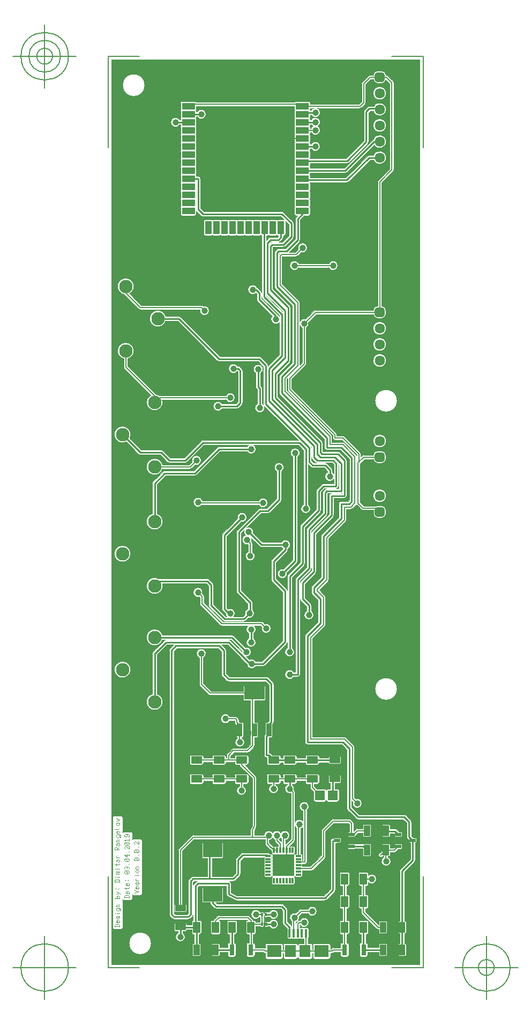
<source format=gbr>
G04 Generated by Ultiboard 14.1 *
%FSLAX34Y34*%
%MOMM*%

%ADD10C,0.0001*%
%ADD11C,0.0010*%
%ADD12C,0.2540*%
%ADD13C,0.1520*%
%ADD14C,0.0286*%
%ADD15C,0.1270*%
%ADD16R,1.0500X1.7500*%
%ADD17R,0.8000X1.7000*%
%ADD18R,2.3000X1.9000*%
%ADD19R,1.8000X1.9000*%
%ADD20R,0.4000X1.4000*%
%ADD21R,1.7500X1.0500*%
%ADD22R,1.1500X1.8000*%
%ADD23R,0.3600X0.6200*%
%ADD24C,1.0000*%
%ADD25R,3.1500X2.2000*%
%ADD26R,0.3000X0.9500*%
%ADD27R,0.9500X0.3000*%
%ADD28R,3.3500X3.3500*%
%ADD29R,1.0000X0.6000*%
%ADD30R,1.5000X1.5000*%
%ADD31R,1.8000X1.1500*%
%ADD32R,0.9500X2.1500*%
%ADD33R,3.2500X2.1500*%
%ADD34R,0.5291X0.5291*%
%ADD35C,0.9949*%
%ADD36C,1.6088*%
%ADD37C,2.1168*%
%ADD38R,1.0000X2.0000*%
%ADD39R,2.0000X1.0000*%


G04 ColorRGB 00FF00 for the following layer *
%LNCopper Top*%
%LPD*%
G54D10*
G36*
X129557Y1120123D02*
X129557Y1120123D01*
X129557Y-307323D01*
X617203Y-307323D01*
X617203Y1120123D01*
X129557Y1120123D01*
D02*
G37*
%LPC*%
G36*
X419685Y1053321D02*
G75*
D01*
G02X421460Y1054037I1775J-1841*
G01*
X421460Y1054037D01*
X441460Y1054037D01*
G74*
D01*
G02X444017Y1051480I0J2557*
G01*
X444017Y1051480D01*
X444017Y1049801D01*
X521120Y1049801D01*
X524999Y1053680D01*
X524999Y1082030D01*
G75*
D01*
G02X525972Y1084388I3321J10*
G01*
X525972Y1084388D01*
X536132Y1094548D01*
G74*
D01*
G02X537653Y1095416I2348J2348*
G01*
G75*
D01*
G02X538480Y1095521I827J-3216*
G01*
X538480Y1095521D01*
X543805Y1095521D01*
G75*
D01*
G02X551075Y1102146I7270J-676*
G01*
X551075Y1102146D01*
X556365Y1102146D01*
G74*
D01*
G02X563635Y1095521I0J7301*
G01*
X563635Y1095521D01*
X563880Y1095521D01*
G74*
D01*
G02X566233Y1094543I0J3321*
G01*
X566233Y1094543D01*
X575113Y1085663D01*
G74*
D01*
G02X576091Y1083310I2343J2353*
G01*
X576091Y1083310D01*
X576091Y946150D01*
G75*
D01*
G02X575113Y943797I-3321J0*
G01*
X575113Y943797D01*
X557041Y925724D01*
X557041Y731275D01*
G74*
D01*
G02X563666Y724005I676J7270*
G01*
X563666Y724005D01*
X563666Y718715D01*
G75*
D01*
G02X556365Y711414I-7301J0*
G01*
X556365Y711414D01*
X551075Y711414D01*
G75*
D01*
G02X543805Y718039I0J7301*
G01*
X543805Y718039D01*
X453496Y718039D01*
X441479Y706022D01*
G75*
D01*
G02X437661Y696805I-7139J-2442*
G01*
X437661Y696805D01*
X437661Y640080D01*
G75*
D01*
G02X436683Y637727I-3321J0*
G01*
X436683Y637727D01*
X414801Y615844D01*
X414801Y600816D01*
X484943Y530673D01*
G74*
D01*
G02X485921Y528320I2343J2353*
G01*
X485921Y528320D01*
X485921Y526561D01*
X495294Y526561D01*
G75*
D01*
G02X496409Y526370I6J-3321*
G01*
G74*
D01*
G02X497653Y525583I1109J3130*
G01*
X497653Y525583D01*
X523043Y500193D01*
G74*
D01*
G02X524021Y497840I2343J2353*
G01*
X524021Y497840D01*
X524021Y493158D01*
X525972Y495108D01*
G75*
D01*
G02X528326Y496081I2348J-2348*
G01*
X528326Y496081D01*
X543805Y496081D01*
G75*
D01*
G02X551075Y502706I7270J-676*
G01*
X551075Y502706D01*
X556365Y502706D01*
G74*
D01*
G02X563666Y495405I0J7301*
G01*
X563666Y495405D01*
X563666Y490115D01*
G75*
D01*
G02X556365Y482814I-7301J0*
G01*
X556365Y482814D01*
X551075Y482814D01*
G75*
D01*
G02X543805Y489439I0J7301*
G01*
X543805Y489439D01*
X529696Y489439D01*
X523053Y482797D01*
G74*
D01*
G02X523043Y482787I2353J2343*
G01*
X523043Y482787D01*
X523001Y482744D01*
X523001Y421376D01*
X528556Y415821D01*
X547620Y415821D01*
G74*
D01*
G02X548222Y415766I0J3321*
G01*
G75*
D01*
G02X551075Y416346I2853J-6721*
G01*
X551075Y416346D01*
X556365Y416346D01*
G74*
D01*
G02X563666Y409045I0J7301*
G01*
X563666Y409045D01*
X563666Y403755D01*
G75*
D01*
G02X556365Y396454I-7301J0*
G01*
X556365Y396454D01*
X551075Y396454D01*
G75*
D01*
G02X543774Y403755I0J7301*
G01*
X543774Y403755D01*
X543774Y409045D01*
G74*
D01*
G02X543775Y409179I7301J0*
G01*
X543775Y409179D01*
X527187Y409179D01*
G75*
D01*
G02X524832Y410152I-7J3321*
G01*
X524832Y410152D01*
X517332Y417652D01*
G74*
D01*
G02X516884Y418208I2348J2348*
G01*
X516884Y418208D01*
X510353Y411677D01*
G74*
D01*
G02X508000Y410699I2353J2343*
G01*
X508000Y410699D01*
X501161Y410699D01*
X501161Y393700D01*
G75*
D01*
G02X500183Y391347I-3321J0*
G01*
X500183Y391347D01*
X473221Y364384D01*
X473221Y299720D01*
G75*
D01*
G02X472243Y297367I-3321J0*
G01*
X472243Y297367D01*
X458087Y283210D01*
X467163Y274133D01*
G74*
D01*
G02X468141Y271780I2343J2353*
G01*
X468141Y271780D01*
X468141Y228600D01*
G75*
D01*
G02X467163Y226247I-3321J0*
G01*
X467163Y226247D01*
X447821Y206904D01*
X447821Y51581D01*
X497836Y51581D01*
G75*
D01*
G02X498539Y51507I4J-3321*
G01*
G74*
D01*
G02X500193Y50603I699J3247*
G01*
X500193Y50603D01*
X512883Y37913D01*
G74*
D01*
G02X513861Y35560I2343J2353*
G01*
X513861Y35560D01*
X513861Y-44344D01*
X515718Y-46201D01*
G75*
D01*
G02X511021Y-50898I2442J-7139*
G01*
X511021Y-50898D01*
X509293Y-49170D01*
X509293Y-59372D01*
X521088Y-71167D01*
X592500Y-71167D01*
G74*
D01*
G02X595216Y-72295I0J3833*
G01*
X595216Y-72295D01*
X595359Y-72437D01*
X595359Y-72437D01*
X602705Y-79784D01*
G74*
D01*
G02X603833Y-82500I2705J2716*
G01*
X603833Y-82500D01*
X603833Y-104312D01*
X604443Y-104921D01*
X607271Y-107750D01*
X610860Y-107750D01*
G74*
D01*
G02X611870Y-108760I0J1010*
G01*
X611870Y-108760D01*
X611870Y-114760D01*
G75*
D01*
G02X610860Y-115770I-1010J0*
G01*
X610860Y-115770D01*
X609693Y-115770D01*
X609693Y-143440D01*
G75*
D01*
G02X608565Y-146156I-3833J0*
G01*
X608565Y-146156D01*
X604487Y-150234D01*
X604443Y-150279D01*
X592873Y-161848D01*
X592873Y-239160D01*
X594290Y-239160D01*
G74*
D01*
G02X595300Y-240170I0J1010*
G01*
X595300Y-240170D01*
X595300Y-257670D01*
G75*
D01*
G02X594290Y-258680I-1010J0*
G01*
X594290Y-258680D01*
X592873Y-258680D01*
X592873Y-274720D01*
X594290Y-274720D01*
G74*
D01*
G02X595300Y-275730I0J1010*
G01*
X595300Y-275730D01*
X595300Y-293230D01*
G75*
D01*
G02X594290Y-294240I-1010J0*
G01*
X594290Y-294240D01*
X583790Y-294240D01*
G75*
D01*
G02X582780Y-293230I0J1010*
G01*
X582780Y-293230D01*
X582780Y-275730D01*
G75*
D01*
G02X583790Y-274720I1010J0*
G01*
X583790Y-274720D01*
X585207Y-274720D01*
X585207Y-258680D01*
X583790Y-258680D01*
G75*
D01*
G02X582780Y-257670I0J1010*
G01*
X582780Y-257670D01*
X582780Y-240170D01*
G75*
D01*
G02X583790Y-239160I1010J0*
G01*
X583790Y-239160D01*
X585207Y-239160D01*
X585207Y-160267D01*
G75*
D01*
G02X586329Y-157549I3833J7*
G01*
X586329Y-157549D01*
X602027Y-141852D01*
X602027Y-115770D01*
X600860Y-115770D01*
G75*
D01*
G02X599850Y-114760I0J1010*
G01*
X599850Y-114760D01*
X599850Y-111171D01*
X597289Y-108611D01*
G75*
D01*
G02X596167Y-105893I2711J2711*
G01*
X596167Y-105893D01*
X596167Y-84088D01*
X590912Y-78833D01*
X519500Y-78833D01*
G75*
D01*
G02X518094Y-78566I0J3833*
G01*
G74*
D01*
G02X516789Y-77711I1406J3566*
G01*
X516789Y-77711D01*
X511516Y-72437D01*
X511516Y-72437D01*
X502749Y-63671D01*
G75*
D01*
G02X501627Y-60947I2711J2711*
G01*
X501627Y-60947D01*
X501627Y31432D01*
X493712Y39347D01*
X439420Y39347D01*
G75*
D01*
G02X435587Y43180I0J3833*
G01*
X435587Y43180D01*
X435587Y210815D01*
G75*
D01*
G02X436709Y213531I3833J5*
G01*
X436709Y213531D01*
X455907Y232728D01*
X455907Y267652D01*
X446869Y276689D01*
G75*
D01*
G02X445747Y279410I2711J2711*
G01*
X445747Y279410D01*
X445747Y287014D01*
G75*
D01*
G02X446869Y289731I3833J6*
G01*
X446869Y289731D01*
X460987Y303848D01*
X460987Y368292D01*
G75*
D01*
G02X462109Y371011I3833J8*
G01*
X462109Y371011D01*
X488927Y397828D01*
X488927Y419100D01*
G75*
D01*
G02X492760Y422933I3833J0*
G01*
X492760Y422933D01*
X503872Y422933D01*
X505687Y424748D01*
X505687Y490088D01*
X491608Y504167D01*
X469900Y504167D01*
G75*
D01*
G02X466067Y508000I0J3833*
G01*
X466067Y508000D01*
X466067Y521652D01*
X396069Y591649D01*
G75*
D01*
G02X394947Y594370I2711J2711*
G01*
X394947Y594370D01*
X394947Y619755D01*
G75*
D01*
G02X396069Y622471I3833J5*
G01*
X396069Y622471D01*
X415267Y641668D01*
X415267Y732472D01*
X388449Y759289D01*
G75*
D01*
G02X387327Y762011I2711J2711*
G01*
X387327Y762011D01*
X387327Y815332D01*
G75*
D01*
G02X388449Y818051I3833J8*
G01*
X388449Y818051D01*
X390989Y820591D01*
G75*
D01*
G02X393707Y821713I2711J-2711*
G01*
X393707Y821713D01*
X404812Y821713D01*
X420347Y837248D01*
X420347Y868674D01*
G75*
D01*
G02X421469Y871391I3833J6*
G01*
X421469Y871391D01*
X423901Y873823D01*
X421460Y873823D01*
G75*
D01*
G02X418903Y876380I0J2557*
G01*
X418903Y876380D01*
X418903Y886380D01*
G74*
D01*
G02X419288Y887730I2557J0*
G01*
G75*
D01*
G02X418903Y889080I2172J1350*
G01*
X418903Y889080D01*
X418903Y899080D01*
G74*
D01*
G02X419288Y900430I2557J0*
G01*
G75*
D01*
G02X418903Y901780I2172J1350*
G01*
X418903Y901780D01*
X418903Y911780D01*
G74*
D01*
G02X419288Y913130I2557J0*
G01*
G75*
D01*
G02X418903Y914480I2172J1350*
G01*
X418903Y914480D01*
X418903Y924480D01*
G74*
D01*
G02X419288Y925830I2557J0*
G01*
G75*
D01*
G02X418903Y927180I2172J1350*
G01*
X418903Y927180D01*
X418903Y937180D01*
G74*
D01*
G02X419288Y938530I2557J0*
G01*
G75*
D01*
G02X418903Y939880I2172J1350*
G01*
X418903Y939880D01*
X418903Y949880D01*
G74*
D01*
G02X419288Y951230I2557J0*
G01*
G75*
D01*
G02X418903Y952580I2172J1350*
G01*
X418903Y952580D01*
X418903Y962580D01*
G74*
D01*
G02X419288Y963930I2557J0*
G01*
G75*
D01*
G02X418903Y965280I2172J1350*
G01*
X418903Y965280D01*
X418903Y975280D01*
G74*
D01*
G02X419288Y976630I2557J0*
G01*
G75*
D01*
G02X418903Y977980I2172J1350*
G01*
X418903Y977980D01*
X418903Y987980D01*
G74*
D01*
G02X419288Y989330I2557J0*
G01*
G75*
D01*
G02X418903Y990680I2172J1350*
G01*
X418903Y990680D01*
X418903Y994897D01*
X416884Y994897D01*
X414803Y992816D01*
X414803Y874084D01*
X419651Y869236D01*
G74*
D01*
G02X419883Y868680I551J556*
G01*
X419883Y868680D01*
X419883Y838200D01*
G75*
D01*
G02X419651Y837644I-783J0*
G01*
X419651Y837644D01*
X404416Y822409D01*
G74*
D01*
G02X403860Y822177I556J551*
G01*
X403860Y822177D01*
X391484Y822177D01*
X386863Y817556D01*
X386863Y759784D01*
X414571Y732076D01*
G74*
D01*
G02X414803Y731520I551J556*
G01*
X414803Y731520D01*
X414803Y642620D01*
G75*
D01*
G02X414571Y642064I-783J0*
G01*
X414571Y642064D01*
X394483Y621976D01*
X394483Y592144D01*
X465371Y521256D01*
G74*
D01*
G02X465603Y520700I551J556*
G01*
X465603Y520700D01*
X465603Y503703D01*
X491089Y503703D01*
G75*
D01*
G02X491311Y503671I3J-783*
G01*
G74*
D01*
G02X491647Y503471I219J751*
G01*
X491647Y503471D01*
X504991Y490127D01*
G74*
D01*
G02X505223Y489572I551J555*
G01*
X505223Y489572D01*
X505223Y425264D01*
G75*
D01*
G02X504991Y424708I-783J0*
G01*
X504991Y424708D01*
X503912Y423629D01*
G74*
D01*
G02X503549Y423421I556J551*
G01*
G75*
D01*
G02X503353Y423397I-193J759*
G01*
X503353Y423397D01*
X488463Y423397D01*
X488463Y398780D01*
G75*
D01*
G02X488231Y398224I-783J0*
G01*
X488231Y398224D01*
X460523Y370516D01*
X460523Y304800D01*
G75*
D01*
G02X460291Y304244I-783J0*
G01*
X460291Y304244D01*
X445283Y289236D01*
X445283Y277184D01*
X455211Y267256D01*
G74*
D01*
G02X455443Y266700I551J556*
G01*
X455443Y266700D01*
X455443Y236220D01*
G75*
D01*
G02X455211Y235664I-783J0*
G01*
X455211Y235664D01*
X432583Y213036D01*
X432583Y38883D01*
X492757Y38883D01*
G75*
D01*
G02X492991Y38848I3J-783*
G01*
G74*
D01*
G02X493316Y38651I231J748*
G01*
X493316Y38651D01*
X500931Y31036D01*
G74*
D01*
G02X501163Y30480I551J556*
G01*
X501163Y30480D01*
X501163Y-53340D01*
G75*
D01*
G02X500931Y-53896I-783J0*
G01*
X500931Y-53896D01*
X495856Y-58971D01*
G74*
D01*
G02X495300Y-59203I556J551*
G01*
X495300Y-59203D01*
X452444Y-59203D01*
X442743Y-68904D01*
X442743Y-147320D01*
G75*
D01*
G02X442511Y-147876I-783J0*
G01*
X442511Y-147876D01*
X438576Y-151811D01*
G74*
D01*
G02X438020Y-152043I556J551*
G01*
X438020Y-152043D01*
X431766Y-152043D01*
X431766Y-152760D01*
G75*
D01*
G02X431756Y-152939I-1536J0*
G01*
X431756Y-152939D01*
X444344Y-152939D01*
X461499Y-135784D01*
X461499Y-96529D01*
G75*
D01*
G02X462472Y-94172I3321J9*
G01*
X462472Y-94172D01*
X477712Y-78932D01*
G74*
D01*
G02X478986Y-78138I2348J2348*
G01*
G75*
D01*
G02X480060Y-77959I1074J-3142*
G01*
X480060Y-77959D01*
X505455Y-77959D01*
G75*
D01*
G02X506376Y-78088I5J-3321*
G01*
G74*
D01*
G02X507813Y-78937I916J3192*
G01*
X507813Y-78937D01*
X511683Y-82807D01*
G74*
D01*
G02X512661Y-85160I2343J2353*
G01*
X512661Y-85160D01*
X512661Y-97322D01*
X515812Y-94172D01*
G75*
D01*
G02X518166Y-93199I2348J-2348*
G01*
X518166Y-93199D01*
X527380Y-93199D01*
X527380Y-87770D01*
G75*
D01*
G02X528390Y-86760I1010J0*
G01*
X528390Y-86760D01*
X538890Y-86760D01*
G74*
D01*
G02X539900Y-87770I0J1010*
G01*
X539900Y-87770D01*
X539900Y-105270D01*
G75*
D01*
G02X538890Y-106280I-1010J0*
G01*
X538890Y-106280D01*
X528390Y-106280D01*
G75*
D01*
G02X527380Y-105270I0J1010*
G01*
X527380Y-105270D01*
X527380Y-99841D01*
X519536Y-99841D01*
X515350Y-104027D01*
X515350Y-105260D01*
G75*
D01*
G02X514340Y-106270I-1010J0*
G01*
X514340Y-106270D01*
X504340Y-106270D01*
G75*
D01*
G02X503330Y-105260I0J1010*
G01*
X503330Y-105260D01*
X503330Y-99260D01*
G75*
D01*
G02X504340Y-98250I1010J0*
G01*
X504340Y-98250D01*
X506019Y-98250D01*
X506019Y-86536D01*
X504084Y-84601D01*
X481436Y-84601D01*
X468141Y-97896D01*
X468141Y-137160D01*
G75*
D01*
G02X467163Y-139513I-3321J0*
G01*
X467163Y-139513D01*
X448073Y-158603D01*
G74*
D01*
G02X445829Y-159579I2353J2343*
G01*
G75*
D01*
G02X445718Y-159581I-109J3319*
G01*
X445718Y-159581D01*
X431756Y-159581D01*
G74*
D01*
G02X431766Y-159760I1526J179*
G01*
X431766Y-159760D01*
X431766Y-162760D01*
G75*
D01*
G02X431396Y-163760I-1536J0*
G01*
G74*
D01*
G02X431766Y-164760I1166J1000*
G01*
X431766Y-164760D01*
X431766Y-167760D01*
G75*
D01*
G02X430230Y-169296I-1536J0*
G01*
X430230Y-169296D01*
X420730Y-169296D01*
G75*
D01*
G02X419744Y-168938I0J1536*
G01*
G74*
D01*
G02X419082Y-169440I1224J928*
G01*
G74*
D01*
G02X419516Y-170510I1102J1070*
G01*
X419516Y-170510D01*
X419516Y-180010D01*
G75*
D01*
G02X417980Y-181546I-1536J0*
G01*
X417980Y-181546D01*
X414980Y-181546D01*
G75*
D01*
G02X413980Y-181176I0J1536*
G01*
G74*
D01*
G02X412980Y-181546I1000J1166*
G01*
X412980Y-181546D01*
X409980Y-181546D01*
G75*
D01*
G02X408980Y-181176I0J1536*
G01*
G74*
D01*
G02X407980Y-181546I1000J1166*
G01*
X407980Y-181546D01*
X404980Y-181546D01*
G75*
D01*
G02X403980Y-181176I0J1536*
G01*
G74*
D01*
G02X402980Y-181546I1000J1166*
G01*
X402980Y-181546D01*
X399980Y-181546D01*
G75*
D01*
G02X398980Y-181176I0J1536*
G01*
G74*
D01*
G02X397980Y-181546I1000J1166*
G01*
X397980Y-181546D01*
X394980Y-181546D01*
G75*
D01*
G02X393980Y-181176I0J1536*
G01*
G74*
D01*
G02X392980Y-181546I1000J1166*
G01*
X392980Y-181546D01*
X389980Y-181546D01*
G75*
D01*
G02X389000Y-181193I0J1536*
G01*
G74*
D01*
G02X388020Y-181546I980J1183*
G01*
X388020Y-181546D01*
X385020Y-181546D01*
G75*
D01*
G02X383484Y-180010I0J1536*
G01*
X383484Y-180010D01*
X383484Y-170510D01*
G74*
D01*
G02X384127Y-169260I1536J0*
G01*
G74*
D01*
G02X383569Y-168514I893J1250*
G01*
G74*
D01*
G02X382230Y-169296I1339J754*
G01*
X382230Y-169296D01*
X372730Y-169296D01*
G75*
D01*
G02X371194Y-167760I0J1536*
G01*
X371194Y-167760D01*
X371194Y-164760D01*
G74*
D01*
G02X371564Y-163760I1536J0*
G01*
G75*
D01*
G02X371194Y-162760I1166J1000*
G01*
X371194Y-162760D01*
X371194Y-159760D01*
G74*
D01*
G02X371564Y-158760I1536J0*
G01*
G75*
D01*
G02X371194Y-157760I1166J1000*
G01*
X371194Y-157760D01*
X371194Y-154760D01*
G74*
D01*
G02X371564Y-153760I1536J0*
G01*
G75*
D01*
G02X371194Y-152760I1166J1000*
G01*
X371194Y-152760D01*
X371194Y-149760D01*
G74*
D01*
G02X371564Y-148760I1536J0*
G01*
G75*
D01*
G02X371194Y-147760I1166J1000*
G01*
X371194Y-147760D01*
X371194Y-144760D01*
G74*
D01*
G02X371564Y-143760I1536J0*
G01*
G75*
D01*
G02X371194Y-142760I1166J1000*
G01*
X371194Y-142760D01*
X371194Y-139760D01*
G74*
D01*
G02X371504Y-138833I1536J0*
G01*
X371504Y-138833D01*
X339088Y-138833D01*
X333833Y-144088D01*
X333833Y-165000D01*
G75*
D01*
G02X332705Y-167716I-3833J0*
G01*
X332705Y-167716D01*
X325216Y-175205D01*
G74*
D01*
G02X322500Y-176333I2716J2705*
G01*
X322500Y-176333D01*
X316119Y-176333D01*
G74*
D01*
G02X318833Y-180000I1119J3667*
G01*
X318833Y-180000D01*
X318833Y-194081D01*
X328485Y-198907D01*
X465832Y-198907D01*
X476167Y-188572D01*
X476167Y-112500D01*
G75*
D01*
G02X480000Y-108667I3833J0*
G01*
X480000Y-108667D01*
X480334Y-108667D01*
G75*
D01*
G02X481340Y-107750I1006J-93*
G01*
X481340Y-107750D01*
X491340Y-107750D01*
G74*
D01*
G02X492350Y-108760I0J1010*
G01*
X492350Y-108760D01*
X492350Y-114760D01*
G75*
D01*
G02X491340Y-115770I-1010J0*
G01*
X491340Y-115770D01*
X488341Y-115770D01*
G74*
D01*
G02X486340Y-116333I2001J3270*
G01*
X486340Y-116333D01*
X483833Y-116333D01*
X483833Y-190160D01*
G75*
D01*
G02X482705Y-192876I-3833J0*
G01*
X482705Y-192876D01*
X470136Y-205445D01*
G74*
D01*
G02X467420Y-206573I2716J2705*
G01*
X467420Y-206573D01*
X327585Y-206573D01*
G75*
D01*
G02X325866Y-206169I-5J3833*
G01*
X325866Y-206169D01*
X313286Y-199879D01*
G75*
D01*
G02X311167Y-196443I1714J3429*
G01*
X311167Y-196443D01*
X311167Y-183833D01*
X267838Y-183833D01*
X266333Y-185338D01*
X266333Y-237905D01*
X270150Y-237905D01*
G74*
D01*
G02X272165Y-239920I0J2015*
G01*
X272165Y-239920D01*
X272165Y-257920D01*
G75*
D01*
G02X270150Y-259935I-2015J0*
G01*
X270150Y-259935D01*
X268233Y-259935D01*
X268233Y-274720D01*
X269650Y-274720D01*
G74*
D01*
G02X270660Y-275730I0J1010*
G01*
X270660Y-275730D01*
X270660Y-293230D01*
G75*
D01*
G02X269650Y-294240I-1010J0*
G01*
X269650Y-294240D01*
X259150Y-294240D01*
G75*
D01*
G02X258140Y-293230I0J1010*
G01*
X258140Y-293230D01*
X258140Y-275730D01*
G75*
D01*
G02X259150Y-274720I1010J0*
G01*
X259150Y-274720D01*
X260567Y-274720D01*
X260567Y-259935D01*
X258650Y-259935D01*
G75*
D01*
G02X256635Y-257920I0J2015*
G01*
X256635Y-257920D01*
X256635Y-252753D01*
X248520Y-252753D01*
X248520Y-253930D01*
G75*
D01*
G02X247510Y-254940I-1010J0*
G01*
X247510Y-254940D01*
X242593Y-254940D01*
X242593Y-257661D01*
G75*
D01*
G02X234927Y-257661I-3833J-6499*
G01*
X234927Y-257661D01*
X234927Y-254940D01*
X230010Y-254940D01*
G75*
D01*
G02X229000Y-253930I0J1010*
G01*
X229000Y-253930D01*
X229000Y-243430D01*
G75*
D01*
G02X230010Y-242420I1010J0*
G01*
X230010Y-242420D01*
X247510Y-242420D01*
G74*
D01*
G02X248520Y-243430I0J1010*
G01*
X248520Y-243430D01*
X248520Y-245087D01*
X256635Y-245087D01*
X256635Y-239920D01*
G75*
D01*
G02X258650Y-237905I2015J0*
G01*
X258650Y-237905D01*
X258667Y-237905D01*
X258667Y-229869D01*
G74*
D01*
G02X257705Y-231466I3667J1119*
G01*
X257705Y-231466D01*
X253966Y-235205D01*
G74*
D01*
G02X251250Y-236333I2716J2705*
G01*
X251250Y-236333D01*
X228757Y-236333D01*
G75*
D01*
G02X226039Y-235211I-7J3833*
G01*
X226039Y-235211D01*
X222289Y-231461D01*
G75*
D01*
G02X221167Y-228741I2711J2711*
G01*
X221167Y-228741D01*
X221167Y188090D01*
G75*
D01*
G02X222289Y190811I3833J10*
G01*
X222289Y190811D01*
X228305Y196827D01*
X217488Y196827D01*
X201953Y181292D01*
X201953Y118971D01*
G75*
D01*
G02X194287Y118971I-3833J-12291*
G01*
X194287Y118971D01*
X194287Y182869D01*
G75*
D01*
G02X195338Y185517I3833J11*
G01*
X195338Y185517D01*
X199718Y190137D01*
G74*
D01*
G02X200707Y190888I2782J2637*
G01*
X200707Y190888D01*
X213189Y203371D01*
G74*
D01*
G02X215302Y204447I2711J2711*
G01*
X215302Y204447D01*
X210411Y204447D01*
G75*
D01*
G02X210411Y212113I-12291J3833*
G01*
X210411Y212113D01*
X320033Y212113D01*
G75*
D01*
G02X321428Y211853I7J-3833*
G01*
G74*
D01*
G02X322756Y210985I1388J3573*
G01*
X322756Y210985D01*
X341015Y192726D01*
G75*
D01*
G02X343162Y177880I1885J-7306*
G01*
X343162Y177880D01*
X347859Y173183D01*
G75*
D01*
G02X358054Y170438I3696J-6578*
G01*
X358054Y170438D01*
X367747Y170438D01*
X400027Y202718D01*
X400027Y280352D01*
X383369Y297009D01*
G75*
D01*
G02X382247Y299729I2711J2711*
G01*
X382247Y299729D01*
X382247Y328363D01*
G75*
D01*
G02X383369Y331081I3833J7*
G01*
X383369Y331081D01*
X400630Y348341D01*
G74*
D01*
G02X398396Y350732I4265J6224*
G01*
X398396Y350732D01*
X366796Y350732D01*
G75*
D01*
G02X364084Y351854I-1J3833*
G01*
X364084Y351854D01*
X350933Y365006D01*
G75*
D01*
G02X351074Y359743I-6998J-2821*
G01*
X351074Y359743D01*
X351358Y359458D01*
G74*
D01*
G02X352336Y357105I2343J2353*
G01*
X352336Y357105D01*
X352336Y343560D01*
G75*
D01*
G02X345694Y343560I-3321J-6775*
G01*
X345694Y343560D01*
X345694Y354848D01*
G75*
D01*
G02X341408Y369294I-1759J7337*
G01*
G75*
D01*
G02X339477Y377706I5067J5591*
G01*
X339477Y377706D01*
X335068Y373297D01*
X335068Y282493D01*
X351720Y265841D01*
G74*
D01*
G02X352848Y263125I2705J2716*
G01*
X352848Y263125D01*
X352848Y252144D01*
G75*
D01*
G02X346095Y239074I-4868J-5764*
G01*
X346095Y239074D01*
X341806Y234785D01*
G74*
D01*
G02X339090Y233657I2716J2705*
G01*
X339090Y233657D01*
X308615Y233657D01*
G75*
D01*
G02X305899Y234779I-5J3833*
G01*
X305899Y234779D01*
X284309Y256369D01*
G75*
D01*
G02X283187Y259087I2711J2711*
G01*
X283187Y259087D01*
X283187Y289768D01*
X279608Y293347D01*
X210426Y293347D01*
G75*
D01*
G02X204430Y300783I-12306J-3787*
G01*
G75*
D01*
G02X205746Y301013I1310J-3603*
G01*
X205746Y301013D01*
X281196Y301013D01*
G74*
D01*
G02X283912Y299885I0J3833*
G01*
X283912Y299885D01*
X289725Y294072D01*
G74*
D01*
G02X290853Y291356I2705J2716*
G01*
X290853Y291356D01*
X290853Y260668D01*
X310198Y241323D01*
X311900Y241323D01*
G74*
D01*
G02X309967Y245951I5600J5057*
G01*
X309967Y245951D01*
X305664Y250254D01*
G75*
D01*
G02X304542Y252972I2711J2711*
G01*
X304542Y252972D01*
X304542Y369797D01*
G75*
D01*
G02X305664Y372516I3833J8*
G01*
X305664Y372516D01*
X329009Y395860D01*
G75*
D01*
G02X334430Y390439I7306J1885*
G01*
X334430Y390439D01*
X312208Y368217D01*
X312208Y254553D01*
X313804Y252958D01*
G75*
D01*
G02X323100Y241323I3696J-6578*
G01*
X323100Y241323D01*
X337502Y241323D01*
X340674Y244495D01*
G75*
D01*
G02X345182Y253387I7306J1885*
G01*
X345182Y253387D01*
X345182Y261537D01*
X328524Y278194D01*
G75*
D01*
G02X327402Y280910I2711J2711*
G01*
X327402Y280910D01*
X327402Y374875D01*
G75*
D01*
G02X328524Y377596I3833J10*
G01*
X328524Y377596D01*
X361544Y410616D01*
G74*
D01*
G02X363171Y411582I2711J2711*
G01*
G75*
D01*
G02X364255Y411738I1084J-3677*
G01*
X364255Y411738D01*
X375367Y411738D01*
X390902Y427273D01*
X390902Y469986D01*
G75*
D01*
G02X398568Y469986I3833J6499*
G01*
X398568Y469986D01*
X398568Y425685D01*
G75*
D01*
G02X397440Y422969I-3833J0*
G01*
X397440Y422969D01*
X382034Y407563D01*
X379671Y405200D01*
G74*
D01*
G02X377306Y404088I2716J2705*
G01*
G75*
D01*
G02X376952Y404072I-351J3817*
G01*
X376952Y404072D01*
X365843Y404072D01*
X364443Y402671D01*
X343654Y381883D01*
G75*
D01*
G02X353781Y373000I2821J-6998*
G01*
X353781Y373000D01*
X364443Y362339D01*
X368383Y358398D01*
X398396Y358398D01*
G75*
D01*
G02X408728Y348066I6499J-3833*
G01*
X408728Y348066D01*
X408728Y347185D01*
G75*
D01*
G02X407600Y344469I-3833J0*
G01*
X407600Y344469D01*
X389913Y326782D01*
X389913Y301308D01*
X406565Y284656D01*
G74*
D01*
G02X407647Y282538I2705J2716*
G01*
X407647Y282538D01*
X407647Y304795D01*
G75*
D01*
G02X408769Y307511I3833J5*
G01*
X408769Y307511D01*
X427967Y326708D01*
X427967Y383532D01*
G75*
D01*
G02X429089Y386251I3833J8*
G01*
X429089Y386251D01*
X453367Y410528D01*
X453367Y439412D01*
G75*
D01*
G02X454489Y442131I3833J8*
G01*
X454489Y442131D01*
X462109Y449751D01*
G75*
D01*
G02X464826Y450873I2711J-2711*
G01*
X464826Y450873D01*
X481215Y450873D01*
X481215Y458032D01*
G75*
D01*
G02X471147Y468779I-6235J4248*
G01*
X471147Y468779D01*
X471147Y470852D01*
X465772Y476227D01*
X447784Y476227D01*
G75*
D01*
G02X446532Y476437I0J3833*
G01*
G74*
D01*
G02X445073Y477349I1252J3623*
G01*
X445073Y477349D01*
X440713Y481709D01*
X440713Y417979D01*
G75*
D01*
G02X433047Y417979I-3833J-6499*
G01*
X433047Y417979D01*
X433047Y503872D01*
X425132Y511787D01*
X354631Y511787D01*
G75*
D01*
G02X344021Y501627I-4111J-6327*
G01*
X344021Y501627D01*
X301308Y501627D01*
X264336Y464655D01*
G74*
D01*
G02X261620Y463527I2716J2705*
G01*
X261620Y463527D01*
X215692Y463527D01*
X201953Y449788D01*
X201953Y403451D01*
G75*
D01*
G02X194287Y403451I-3833J-12291*
G01*
X194287Y403451D01*
X194287Y451366D01*
G75*
D01*
G02X195409Y454087I3833J10*
G01*
X195409Y454087D01*
X211393Y470071D01*
G74*
D01*
G02X213266Y471101I2711J2711*
G01*
G75*
D01*
G02X214104Y471193I838J-3741*
G01*
X214104Y471193D01*
X260032Y471193D01*
X297009Y508171D01*
G75*
D01*
G02X299723Y509293I2711J-2711*
G01*
X299723Y509293D01*
X344021Y509293D01*
G74*
D01*
G02X346409Y511787I6499J3833*
G01*
X346409Y511787D01*
X275908Y511787D01*
X249096Y484975D01*
G74*
D01*
G02X247535Y484025I2716J2705*
G01*
G75*
D01*
G02X246374Y483847I-1155J3655*
G01*
X246374Y483847D01*
X220985Y483847D01*
G75*
D01*
G02X218269Y484969I-5J3833*
G01*
X218269Y484969D01*
X206692Y496547D01*
X175260Y496547D01*
G75*
D01*
G02X174520Y496619I0J3833*
G01*
G74*
D01*
G02X172549Y497669I740J3761*
G01*
X172549Y497669D01*
X153301Y516918D01*
G75*
D01*
G02X158722Y522339I-5981J11402*
G01*
X158722Y522339D01*
X176848Y504213D01*
X208280Y504213D01*
G74*
D01*
G02X210996Y503085I0J3833*
G01*
X210996Y503085D01*
X222568Y491513D01*
X244792Y491513D01*
X271609Y518331D01*
G74*
D01*
G02X273580Y519381I2711J2711*
G01*
G75*
D01*
G02X274320Y519453I740J-3761*
G01*
X274320Y519453D01*
X425085Y519453D01*
X371253Y573286D01*
G75*
D01*
G02X360422Y576964I-6998J-2821*
G01*
X360422Y576964D01*
X360422Y599357D01*
X359004Y600774D01*
G75*
D01*
G02X357882Y603493I2711J2711*
G01*
X357882Y603493D01*
X357882Y624926D01*
G75*
D01*
G02X365548Y624926I3833J6499*
G01*
X365548Y624926D01*
X365548Y605073D01*
X366960Y603661D01*
G74*
D01*
G02X368088Y600945I2705J2716*
G01*
X368088Y600945D01*
X368088Y576964D01*
G74*
D01*
G02X369637Y575753I3833J6499*
G01*
G75*
D01*
G02X369547Y576591I3743J827*
G01*
X369547Y576591D01*
X369547Y635952D01*
X364443Y641056D01*
X361632Y643867D01*
X299720Y643867D01*
G75*
D01*
G02X299563Y643870I0J3833*
G01*
G74*
D01*
G02X297009Y644989I157J3830*
G01*
X297009Y644989D01*
X294436Y647563D01*
X294436Y647563D01*
X234632Y707367D01*
X215491Y707367D01*
G75*
D01*
G02X215491Y715033I-12291J3833*
G01*
X215491Y715033D01*
X236213Y715033D01*
G75*
D01*
G02X237641Y714760I7J-3833*
G01*
G74*
D01*
G02X238936Y713905I1421J3560*
G01*
X238936Y713905D01*
X301308Y651533D01*
X363215Y651533D01*
G75*
D01*
G02X364203Y651405I5J-3833*
G01*
G74*
D01*
G02X365936Y650405I983J3705*
G01*
X365936Y650405D01*
X368779Y647563D01*
X368779Y647563D01*
X376085Y640256D01*
G74*
D01*
G02X377213Y637540I2705J2716*
G01*
X377213Y637540D01*
X377213Y636635D01*
X388141Y647563D01*
X394947Y654368D01*
X394947Y704787D01*
G75*
D01*
G02X384152Y715327I-5292J5378*
G01*
X384152Y715327D01*
X364443Y735036D01*
X364443Y735036D01*
X360509Y738969D01*
G75*
D01*
G02X359387Y741689I2711J2711*
G01*
X359387Y741689D01*
X359387Y750252D01*
X358222Y751417D01*
G75*
D01*
G02X359757Y760396I-5162J5503*
G01*
G74*
D01*
G02X360856Y759625I1617J3476*
G01*
X360856Y759625D01*
X364443Y756039D01*
X364443Y756039D01*
X365925Y754556D01*
G74*
D01*
G02X367006Y752440I2705J2716*
G01*
X367006Y752440D01*
X367006Y842155D01*
G74*
D01*
G02X365760Y842538I104J2555*
G01*
G74*
D01*
G02X364410Y842153I1350J2172*
G01*
X364410Y842153D01*
X354410Y842153D01*
G75*
D01*
G02X353060Y842538I0J2557*
G01*
G74*
D01*
G02X351710Y842153I1350J2172*
G01*
X351710Y842153D01*
X341710Y842153D01*
G75*
D01*
G02X340360Y842538I0J2557*
G01*
G74*
D01*
G02X339010Y842153I1350J2172*
G01*
X339010Y842153D01*
X329010Y842153D01*
G75*
D01*
G02X327660Y842538I0J2557*
G01*
G74*
D01*
G02X326310Y842153I1350J2172*
G01*
X326310Y842153D01*
X316310Y842153D01*
G75*
D01*
G02X314960Y842538I0J2557*
G01*
G74*
D01*
G02X313610Y842153I1350J2172*
G01*
X313610Y842153D01*
X303610Y842153D01*
G75*
D01*
G02X302260Y842538I0J2557*
G01*
G74*
D01*
G02X300910Y842153I1350J2172*
G01*
X300910Y842153D01*
X290910Y842153D01*
G75*
D01*
G02X289560Y842538I0J2557*
G01*
G74*
D01*
G02X288210Y842153I1350J2172*
G01*
X288210Y842153D01*
X278210Y842153D01*
G75*
D01*
G02X275653Y844710I0J2557*
G01*
X275653Y844710D01*
X275653Y864710D01*
G75*
D01*
G02X278210Y867267I2557J0*
G01*
X278210Y867267D01*
X288210Y867267D01*
G74*
D01*
G02X289560Y866882I0J2557*
G01*
G75*
D01*
G02X290910Y867267I1350J-2172*
G01*
X290910Y867267D01*
X300910Y867267D01*
G74*
D01*
G02X302260Y866882I0J2557*
G01*
G75*
D01*
G02X303610Y867267I1350J-2172*
G01*
X303610Y867267D01*
X313610Y867267D01*
G74*
D01*
G02X314960Y866882I0J2557*
G01*
G75*
D01*
G02X316310Y867267I1350J-2172*
G01*
X316310Y867267D01*
X326310Y867267D01*
G74*
D01*
G02X327660Y866882I0J2557*
G01*
G75*
D01*
G02X329010Y867267I1350J-2172*
G01*
X329010Y867267D01*
X339010Y867267D01*
G74*
D01*
G02X340360Y866882I0J2557*
G01*
G75*
D01*
G02X341710Y867267I1350J-2172*
G01*
X341710Y867267D01*
X351710Y867267D01*
G74*
D01*
G02X353060Y866882I0J2557*
G01*
G75*
D01*
G02X354410Y867267I1350J-2172*
G01*
X354410Y867267D01*
X364410Y867267D01*
G74*
D01*
G02X365760Y866882I0J2557*
G01*
G75*
D01*
G02X367110Y867267I1350J-2172*
G01*
X367110Y867267D01*
X377110Y867267D01*
G74*
D01*
G02X378460Y866882I0J2557*
G01*
G75*
D01*
G02X379810Y867267I1350J-2172*
G01*
X379810Y867267D01*
X389810Y867267D01*
G74*
D01*
G02X391160Y866882I0J2557*
G01*
G75*
D01*
G02X392510Y867267I1350J-2172*
G01*
X392510Y867267D01*
X402510Y867267D01*
G74*
D01*
G02X402850Y867245I0J2557*
G01*
X402850Y867245D01*
X397628Y872467D01*
X274320Y872467D01*
G75*
D01*
G02X273546Y872546I0J3833*
G01*
G74*
D01*
G02X271609Y873589I774J3754*
G01*
X271609Y873589D01*
X264017Y881181D01*
X264017Y876380D01*
G75*
D01*
G02X261460Y873823I-2557J0*
G01*
X261460Y873823D01*
X241460Y873823D01*
G75*
D01*
G02X238903Y876380I0J2557*
G01*
X238903Y876380D01*
X238903Y886380D01*
G74*
D01*
G02X239288Y887730I2557J0*
G01*
G75*
D01*
G02X238903Y889080I2172J1350*
G01*
X238903Y889080D01*
X238903Y899080D01*
G74*
D01*
G02X239288Y900430I2557J0*
G01*
G75*
D01*
G02X238903Y901780I2172J1350*
G01*
X238903Y901780D01*
X238903Y911780D01*
G74*
D01*
G02X239288Y913130I2557J0*
G01*
G75*
D01*
G02X238903Y914480I2172J1350*
G01*
X238903Y914480D01*
X238903Y924480D01*
G74*
D01*
G02X239288Y925830I2557J0*
G01*
G75*
D01*
G02X238903Y927180I2172J1350*
G01*
X238903Y927180D01*
X238903Y937180D01*
G74*
D01*
G02X239288Y938530I2557J0*
G01*
G75*
D01*
G02X238903Y939880I2172J1350*
G01*
X238903Y939880D01*
X238903Y949880D01*
G74*
D01*
G02X239288Y951230I2557J0*
G01*
G75*
D01*
G02X238903Y952580I2172J1350*
G01*
X238903Y952580D01*
X238903Y962580D01*
G74*
D01*
G02X239288Y963930I2557J0*
G01*
G75*
D01*
G02X238903Y965280I2172J1350*
G01*
X238903Y965280D01*
X238903Y975280D01*
G74*
D01*
G02X239288Y976630I2557J0*
G01*
G75*
D01*
G02X238903Y977980I2172J1350*
G01*
X238903Y977980D01*
X238903Y987980D01*
G74*
D01*
G02X239288Y989330I2557J0*
G01*
G75*
D01*
G02X238903Y990680I2172J1350*
G01*
X238903Y990680D01*
X238903Y1000680D01*
G74*
D01*
G02X239288Y1002030I2557J0*
G01*
G75*
D01*
G02X238903Y1003380I2172J1350*
G01*
X238903Y1003380D01*
X238903Y1013380D01*
G74*
D01*
G02X239288Y1014730I2557J0*
G01*
G75*
D01*
G02X238903Y1016080I2172J1350*
G01*
X238903Y1016080D01*
X238903Y1017247D01*
X237639Y1017247D01*
G75*
D01*
G02X237639Y1024913I-6499J3833*
G01*
X237639Y1024913D01*
X238903Y1024913D01*
X238903Y1026080D01*
G74*
D01*
G02X239288Y1027430I2557J0*
G01*
G75*
D01*
G02X238903Y1028780I2172J1350*
G01*
X238903Y1028780D01*
X238903Y1038780D01*
G74*
D01*
G02X239288Y1040130I2557J0*
G01*
G75*
D01*
G02X238903Y1041480I2172J1350*
G01*
X238903Y1041480D01*
X238903Y1051480D01*
G75*
D01*
G02X241460Y1054037I2557J0*
G01*
X241460Y1054037D01*
X261460Y1054037D01*
G74*
D01*
G02X263235Y1053321I0J2557*
G01*
X263235Y1053321D01*
X419685Y1053321D01*
D02*
G37*
G36*
X149079Y635008D02*
X149079Y635008D01*
X149079Y647960D01*
G75*
D01*
G02X155721Y647960I3321J12440*
G01*
X155721Y647960D01*
X155721Y636376D01*
X200285Y591812D01*
G74*
D01*
G02X205030Y589984I2165J12692*
G01*
G74*
D01*
G02X205069Y589993I710J3244*
G01*
G75*
D01*
G02X205740Y590061I671J-3253*
G01*
X205740Y590061D01*
X310725Y590061D01*
G75*
D01*
G02X310725Y583419I6775J-3321*
G01*
X310725Y583419D01*
X210256Y583419D01*
G75*
D01*
G02X192167Y590536I-12136J-4299*
G01*
X192167Y590536D01*
X150052Y632652D01*
G75*
D01*
G02X149079Y635008I2348J2348*
G01*
D02*
G37*
G36*
X543668Y647563D02*
G75*
D01*
G02X543668Y647563I10052J-2403*
G01*
D02*
G37*
G36*
X423968Y492846D02*
X423968Y492846D01*
X423968Y329165D01*
G75*
D01*
G02X422840Y326449I-3833J0*
G01*
X422840Y326449D01*
X407121Y310730D01*
G75*
D01*
G02X401700Y316151I-7306J-1885*
G01*
X401700Y316151D01*
X416302Y330753D01*
X416302Y492846D01*
G75*
D01*
G02X423968Y492846I3833J6499*
G01*
D02*
G37*
G36*
X362560Y423926D02*
G75*
D01*
G02X362560Y417284I6775J-3321*
G01*
X362560Y417284D01*
X272861Y417284D01*
G75*
D01*
G02X273890Y423926I-6161J4356*
G01*
X273890Y423926D01*
X362560Y423926D01*
D02*
G37*
G36*
X276136Y273285D02*
X276136Y273285D01*
X276136Y262996D01*
X305941Y233191D01*
X367030Y233191D01*
G74*
D01*
G02X369383Y232213I0J3321*
G01*
X369383Y232213D01*
X371973Y229624D01*
G75*
D01*
G02X367276Y224927I2442J-7139*
G01*
X367276Y224927D01*
X365654Y226549D01*
X355610Y226549D01*
G75*
D01*
G02X354353Y214481I-5090J-5569*
G01*
X354353Y214481D01*
X354353Y207159D01*
G75*
D01*
G02X346687Y207159I-3833J-6499*
G01*
X346687Y207159D01*
X346687Y214481D01*
G75*
D01*
G02X345430Y226549I3833J6499*
G01*
X345430Y226549D01*
X304565Y226549D01*
G75*
D01*
G02X304495Y226550I0J3321*
G01*
G74*
D01*
G02X302217Y227522I70J3320*
G01*
X302217Y227522D01*
X270467Y259272D01*
G75*
D01*
G02X269494Y261631I2348J2348*
G01*
X269494Y261631D01*
X269494Y271909D01*
X269142Y272261D01*
G75*
D01*
G02X273839Y276958I-2442J7139*
G01*
X273839Y276958D01*
X275158Y275638D01*
G74*
D01*
G02X276136Y273285I2343J2353*
G01*
D02*
G37*
G36*
X139313Y167563D02*
G75*
D01*
G02X139313Y167563I8007J-10083*
G01*
D02*
G37*
G36*
X370838Y-281159D02*
G75*
D01*
G02X371060Y-281166I2J-3321*
G01*
G74*
D01*
G02X372878Y-281858I220J3314*
G01*
X372878Y-281858D01*
X372878Y-277265D01*
G75*
D01*
G02X375435Y-274708I2557J0*
G01*
X375435Y-274708D01*
X398435Y-274708D01*
G74*
D01*
G02X400992Y-277265I0J2557*
G01*
X400992Y-277265D01*
X400992Y-283444D01*
X401378Y-283444D01*
X401378Y-277265D01*
G75*
D01*
G02X403935Y-274708I2557J0*
G01*
X403935Y-274708D01*
X421935Y-274708D01*
G74*
D01*
G02X424435Y-276727I0J2557*
G01*
G75*
D01*
G02X426935Y-274708I2500J-538*
G01*
X426935Y-274708D01*
X434114Y-274708D01*
X434114Y-266899D01*
G74*
D01*
G02X432935Y-267280I1179J1634*
G01*
X432935Y-267280D01*
X428935Y-267280D01*
G75*
D01*
G02X427685Y-266845I0J2015*
G01*
G74*
D01*
G02X426435Y-267280I1250J1580*
G01*
X426435Y-267280D01*
X422435Y-267280D01*
G75*
D01*
G02X421185Y-266845I0J2015*
G01*
G74*
D01*
G02X419935Y-267280I1250J1580*
G01*
X419935Y-267280D01*
X415935Y-267280D01*
G75*
D01*
G02X414685Y-266845I0J2015*
G01*
G74*
D01*
G02X413435Y-267280I1250J1580*
G01*
X413435Y-267280D01*
X409435Y-267280D01*
G75*
D01*
G02X407420Y-265265I0J2015*
G01*
X407420Y-265265D01*
X407420Y-251265D01*
G74*
D01*
G02X407591Y-250453I2015J0*
G01*
X407591Y-250453D01*
X401149Y-244011D01*
G75*
D01*
G02X400027Y-241290I2711J2711*
G01*
X400027Y-241290D01*
X400027Y-222568D01*
X397192Y-219733D01*
X295386Y-219733D01*
G75*
D01*
G02X292673Y-218611I-2J3833*
G01*
X292673Y-218611D01*
X286849Y-212787D01*
G75*
D01*
G02X285727Y-210071I2711J2711*
G01*
X285727Y-210071D01*
X285727Y-209570D01*
X273810Y-209570D01*
G75*
D01*
G02X272800Y-208560I0J1010*
G01*
X272800Y-208560D01*
X272800Y-186560D01*
G75*
D01*
G02X273810Y-185550I1010J0*
G01*
X273810Y-185550D01*
X305310Y-185550D01*
G74*
D01*
G02X306320Y-186560I0J1010*
G01*
X306320Y-186560D01*
X306320Y-208560D01*
G75*
D01*
G02X305310Y-209570I-1010J0*
G01*
X305310Y-209570D01*
X294475Y-209570D01*
X296972Y-212067D01*
X398774Y-212067D01*
G75*
D01*
G02X400040Y-212280I6J-3833*
G01*
G74*
D01*
G02X401496Y-213195I1260J3620*
G01*
X401496Y-213195D01*
X406565Y-218264D01*
G74*
D01*
G02X407693Y-220980I2705J2716*
G01*
X407693Y-220980D01*
X407693Y-239712D01*
X414140Y-246159D01*
G74*
D01*
G02X414614Y-246733I2705J2716*
G01*
X414614Y-246733D01*
X414614Y-239747D01*
G75*
D01*
G02X421542Y-226541I4486J6067*
G01*
X421542Y-226541D01*
X426912Y-221172D01*
G75*
D01*
G02X429265Y-220199I2348J-2348*
G01*
X429265Y-220199D01*
X440265Y-220199D01*
G75*
D01*
G02X440265Y-226841I6775J-3321*
G01*
X440265Y-226841D01*
X430636Y-226841D01*
X426239Y-231238D01*
G75*
D01*
G02X424869Y-238543I-7139J-2442*
G01*
G75*
D01*
G02X426722Y-237979I1851J-2757*
G01*
X426722Y-237979D01*
X427565Y-237979D01*
G75*
D01*
G02X427756Y-244985I6775J-3321*
G01*
X427756Y-244985D01*
X427756Y-249631D01*
G75*
D01*
G02X428935Y-249250I1179J-1634*
G01*
X428935Y-249250D01*
X432935Y-249250D01*
G74*
D01*
G02X434185Y-249685I0J2015*
G01*
G75*
D01*
G02X435435Y-249250I1250J-1580*
G01*
X435435Y-249250D01*
X439435Y-249250D01*
G74*
D01*
G02X441450Y-251265I0J2015*
G01*
X441450Y-251265D01*
X441450Y-265265D01*
G75*
D01*
G02X440756Y-266786I-2015J0*
G01*
X440756Y-266786D01*
X440756Y-274708D01*
X444935Y-274708D01*
G74*
D01*
G02X447492Y-277265I0J2557*
G01*
X447492Y-277265D01*
X447492Y-283444D01*
X447878Y-283444D01*
X447878Y-277265D01*
G75*
D01*
G02X450435Y-274708I2557J0*
G01*
X450435Y-274708D01*
X473435Y-274708D01*
G74*
D01*
G02X475992Y-277265I0J2557*
G01*
X475992Y-277265D01*
X475992Y-283444D01*
X476399Y-283444D01*
X477712Y-282132D01*
G75*
D01*
G02X480062Y-281159I2348J-2348*
G01*
X480062Y-281159D01*
X491763Y-281159D01*
X491763Y-275980D01*
G75*
D01*
G02X494320Y-273423I2557J0*
G01*
X494320Y-273423D01*
X494999Y-273423D01*
X494999Y-259935D01*
X492330Y-259935D01*
G75*
D01*
G02X490315Y-257920I0J2015*
G01*
X490315Y-257920D01*
X490315Y-239920D01*
G75*
D01*
G02X492330Y-237905I2015J0*
G01*
X492330Y-237905D01*
X494759Y-237905D01*
X494759Y-219295D01*
X492330Y-219295D01*
G75*
D01*
G02X490315Y-217280I0J2015*
G01*
X490315Y-217280D01*
X490315Y-199280D01*
G75*
D01*
G02X492330Y-197265I2015J0*
G01*
X492330Y-197265D01*
X494759Y-197265D01*
X494759Y-183735D01*
X492330Y-183735D01*
G75*
D01*
G02X490315Y-181720I0J2015*
G01*
X490315Y-181720D01*
X490315Y-163720D01*
G75*
D01*
G02X492330Y-161705I2015J0*
G01*
X492330Y-161705D01*
X503830Y-161705D01*
G74*
D01*
G02X505845Y-163720I0J2015*
G01*
X505845Y-163720D01*
X505845Y-181720D01*
G75*
D01*
G02X503830Y-183735I-2015J0*
G01*
X503830Y-183735D01*
X501401Y-183735D01*
X501401Y-197265D01*
X503830Y-197265D01*
G74*
D01*
G02X505845Y-199280I0J2015*
G01*
X505845Y-199280D01*
X505845Y-217280D01*
G75*
D01*
G02X503830Y-219295I-2015J0*
G01*
X503830Y-219295D01*
X501401Y-219295D01*
X501401Y-237905D01*
X503830Y-237905D01*
G74*
D01*
G02X505845Y-239920I0J2015*
G01*
X505845Y-239920D01*
X505845Y-257920D01*
G75*
D01*
G02X503830Y-259935I-2015J0*
G01*
X503830Y-259935D01*
X501641Y-259935D01*
X501641Y-273423D01*
X502320Y-273423D01*
G74*
D01*
G02X504877Y-275980I0J2557*
G01*
X504877Y-275980D01*
X504877Y-292980D01*
G75*
D01*
G02X502320Y-295537I-2557J0*
G01*
X502320Y-295537D01*
X494320Y-295537D01*
G75*
D01*
G02X491763Y-292980I0J2557*
G01*
X491763Y-292980D01*
X491763Y-287801D01*
X481436Y-287801D01*
X480128Y-289108D01*
G74*
D01*
G02X477775Y-290086I2353J2343*
G01*
X477775Y-290086D01*
X475992Y-290086D01*
X475992Y-296265D01*
G75*
D01*
G02X473435Y-298822I-2557J0*
G01*
X473435Y-298822D01*
X450435Y-298822D01*
G75*
D01*
G02X447878Y-296265I0J2557*
G01*
X447878Y-296265D01*
X447878Y-290086D01*
X447492Y-290086D01*
X447492Y-296265D01*
G75*
D01*
G02X444935Y-298822I-2557J0*
G01*
X444935Y-298822D01*
X426935Y-298822D01*
G75*
D01*
G02X424435Y-296803I0J2557*
G01*
G74*
D01*
G02X421935Y-298822I2500J538*
G01*
X421935Y-298822D01*
X403935Y-298822D01*
G75*
D01*
G02X401378Y-296265I0J2557*
G01*
X401378Y-296265D01*
X401378Y-290086D01*
X400992Y-290086D01*
X400992Y-296265D01*
G75*
D01*
G02X398435Y-298822I-2557J0*
G01*
X398435Y-298822D01*
X375435Y-298822D01*
G75*
D01*
G02X372878Y-296265I0J2557*
G01*
X372878Y-296265D01*
X372878Y-290077D01*
G74*
D01*
G02X371922Y-289860I247J3312*
G01*
G74*
D01*
G02X370777Y-289113I1203J3095*
G01*
X370777Y-289113D01*
X369464Y-287801D01*
X356597Y-287801D01*
X356597Y-292980D01*
G75*
D01*
G02X354040Y-295537I-2557J0*
G01*
X354040Y-295537D01*
X346040Y-295537D01*
G75*
D01*
G02X343483Y-292980I0J2557*
G01*
X343483Y-292980D01*
X343483Y-275980D01*
G75*
D01*
G02X346040Y-273423I2557J0*
G01*
X346040Y-273423D01*
X347199Y-273423D01*
X347199Y-259935D01*
X344530Y-259935D01*
G75*
D01*
G02X342515Y-257920I0J2015*
G01*
X342515Y-257920D01*
X342515Y-239920D01*
G75*
D01*
G02X344530Y-237905I2015J0*
G01*
X344530Y-237905D01*
X344969Y-237905D01*
X344064Y-237001D01*
X301096Y-237001D01*
X300191Y-237906D01*
G74*
D01*
G02X302165Y-239920I41J2014*
G01*
X302165Y-239920D01*
X302165Y-257920D01*
G75*
D01*
G02X300150Y-259935I-2015J0*
G01*
X300150Y-259935D01*
X288650Y-259935D01*
G75*
D01*
G02X286635Y-257920I0J2015*
G01*
X286635Y-257920D01*
X286635Y-239920D01*
G75*
D01*
G02X288650Y-237905I2015J0*
G01*
X288650Y-237905D01*
X291265Y-237905D01*
G74*
D01*
G02X292052Y-236652I3135J1095*
G01*
X292052Y-236652D01*
X297372Y-231332D01*
G75*
D01*
G02X299723Y-230359I2348J-2348*
G01*
X299723Y-230359D01*
X345440Y-230359D01*
G74*
D01*
G02X347793Y-231337I0J3321*
G01*
X347793Y-231337D01*
X352863Y-236407D01*
G74*
D01*
G02X353729Y-237905I2343J2353*
G01*
X353729Y-237905D01*
X356030Y-237905D01*
G74*
D01*
G02X358045Y-239920I0J2015*
G01*
X358045Y-239920D01*
X358045Y-240519D01*
X364219Y-240519D01*
X364219Y-233069D01*
G75*
D01*
G02X364818Y-225088I-6079J4469*
G01*
G75*
D01*
G02X365740Y-224490I922J-412*
G01*
X365740Y-224490D01*
X369340Y-224490D01*
G74*
D01*
G02X370350Y-225500I0J1010*
G01*
X370350Y-225500D01*
X370350Y-226830D01*
G74*
D01*
G02X370562Y-227223I2810J1770*
G01*
G74*
D01*
G02X371330Y-225992I3578J1377*
G01*
X371330Y-225992D01*
X371330Y-225500D01*
G75*
D01*
G02X372340Y-224490I1010J0*
G01*
X372340Y-224490D01*
X375940Y-224490D01*
G74*
D01*
G02X376634Y-224767I0J1010*
G01*
X376634Y-224767D01*
X379581Y-224767D01*
G75*
D01*
G02X379581Y-232433I6499J-3833*
G01*
X379581Y-232433D01*
X376634Y-232433D01*
G74*
D01*
G02X375940Y-232710I694J733*
G01*
X375940Y-232710D01*
X372340Y-232710D01*
G75*
D01*
G02X371330Y-231700I0J1010*
G01*
X371330Y-231700D01*
X371330Y-231208D01*
G74*
D01*
G02X370861Y-230586I2810J2608*
G01*
X370861Y-230586D01*
X370861Y-242060D01*
G75*
D01*
G02X370860Y-242135I-3321J0*
G01*
G75*
D01*
G02X370820Y-245610I-2850J-1705*
G01*
X370820Y-245610D01*
X370820Y-246940D01*
G75*
D01*
G02X369810Y-247950I-1010J0*
G01*
X369810Y-247950D01*
X366210Y-247950D01*
G75*
D01*
G02X365225Y-247161I0J1010*
G01*
X365225Y-247161D01*
X358045Y-247161D01*
X358045Y-257920D01*
G75*
D01*
G02X356030Y-259935I-2015J0*
G01*
X356030Y-259935D01*
X353841Y-259935D01*
X353841Y-273423D01*
X354040Y-273423D01*
G74*
D01*
G02X356597Y-275980I0J2557*
G01*
X356597Y-275980D01*
X356597Y-281159D01*
X370838Y-281159D01*
D02*
G37*
G36*
X379581Y-240007D02*
G75*
D01*
G02X379581Y-247673I6499J-3833*
G01*
X379581Y-247673D01*
X377104Y-247673D01*
G74*
D01*
G02X376410Y-247950I694J733*
G01*
X376410Y-247950D01*
X372810Y-247950D01*
G75*
D01*
G02X371800Y-246940I0J1010*
G01*
X371800Y-246940D01*
X371800Y-240740D01*
G75*
D01*
G02X372810Y-239730I1010J0*
G01*
X372810Y-239730D01*
X376410Y-239730D01*
G74*
D01*
G02X377104Y-240007I0J1010*
G01*
X377104Y-240007D01*
X379581Y-240007D01*
D02*
G37*
G36*
X546335Y127000D02*
G75*
D01*
G02X546335Y127000I17545J0*
G01*
D02*
G37*
G36*
X543385Y695960D02*
G75*
D01*
G02X543385Y695960I10335J0*
G01*
D02*
G37*
G36*
X543385Y670560D02*
G75*
D01*
G02X543385Y670560I10335J0*
G01*
D02*
G37*
G36*
X546335Y581660D02*
G75*
D01*
G02X546335Y581660I17545J0*
G01*
D02*
G37*
G36*
X543385Y518160D02*
G75*
D01*
G02X543385Y518160I10335J0*
G01*
D02*
G37*
G36*
X543385Y431800D02*
G75*
D01*
G02X543385Y431800I10335J0*
G01*
D02*
G37*
G36*
X147555Y1079500D02*
G75*
D01*
G02X147555Y1079500I17545J0*
G01*
D02*
G37*
G36*
X147313Y-204982D02*
X147313Y-204982D01*
X147313Y-250056D01*
G75*
D01*
G02X145761Y-251608I-1552J0*
G01*
X145761Y-251608D01*
X133484Y-251608D01*
G75*
D01*
G02X131932Y-250056I0J1552*
G01*
X131932Y-250056D01*
X131932Y-74898D01*
G75*
D01*
G02X133484Y-73346I1552J0*
G01*
X133484Y-73346D01*
X145761Y-73346D01*
G74*
D01*
G02X147313Y-74898I0J1552*
G01*
X147313Y-74898D01*
X147313Y-98967D01*
G75*
D01*
G02X148724Y-98061I1411J-646*
G01*
X148724Y-98061D01*
X161001Y-98061D01*
G74*
D01*
G02X162553Y-99613I0J1552*
G01*
X162553Y-99613D01*
X162553Y-110556D01*
G75*
D01*
G02X163964Y-109650I1411J-646*
G01*
X163964Y-109650D01*
X176241Y-109650D01*
G74*
D01*
G02X177793Y-111202I0J1552*
G01*
X177793Y-111202D01*
X177793Y-196716D01*
G75*
D01*
G02X176241Y-198268I-1552J0*
G01*
X176241Y-198268D01*
X163964Y-198268D01*
G75*
D01*
G02X162553Y-197362I0J1552*
G01*
X162553Y-197362D01*
X162553Y-204336D01*
G75*
D01*
G02X161001Y-205888I-1552J0*
G01*
X161001Y-205888D01*
X148724Y-205888D01*
G75*
D01*
G02X147313Y-204982I0J1552*
G01*
D02*
G37*
G36*
X314530Y-259935D02*
G75*
D01*
G02X312515Y-257920I0J2015*
G01*
X312515Y-257920D01*
X312515Y-239920D01*
G75*
D01*
G02X314530Y-237905I2015J0*
G01*
X314530Y-237905D01*
X326030Y-237905D01*
G74*
D01*
G02X328045Y-239920I0J2015*
G01*
X328045Y-239920D01*
X328045Y-257920D01*
G75*
D01*
G02X326030Y-259935I-2015J0*
G01*
X326030Y-259935D01*
X324113Y-259935D01*
X324113Y-273424D01*
G74*
D01*
G02X326597Y-275980I73J2556*
G01*
X326597Y-275980D01*
X326597Y-292980D01*
G75*
D01*
G02X324040Y-295537I-2557J0*
G01*
X324040Y-295537D01*
X316040Y-295537D01*
G75*
D01*
G02X313483Y-292980I0J2557*
G01*
X313483Y-292980D01*
X313483Y-288313D01*
X300660Y-288313D01*
X300660Y-293230D01*
G75*
D01*
G02X299650Y-294240I-1010J0*
G01*
X299650Y-294240D01*
X289150Y-294240D01*
G75*
D01*
G02X288140Y-293230I0J1010*
G01*
X288140Y-293230D01*
X288140Y-275730D01*
G75*
D01*
G02X289150Y-274720I1010J0*
G01*
X289150Y-274720D01*
X299650Y-274720D01*
G74*
D01*
G02X300660Y-275730I0J1010*
G01*
X300660Y-275730D01*
X300660Y-280647D01*
X313483Y-280647D01*
X313483Y-275980D01*
G75*
D01*
G02X316040Y-273423I2557J0*
G01*
X316040Y-273423D01*
X316447Y-273423D01*
X316447Y-259935D01*
X314530Y-259935D01*
D02*
G37*
G36*
X157715Y-274320D02*
G75*
D01*
G02X157715Y-274320I17545J0*
G01*
D02*
G37*
G36*
X150235Y749308D02*
G75*
D01*
G02X158353Y750584I2165J12692*
G01*
X158353Y750584D01*
X176636Y732301D01*
X271780Y732301D01*
G74*
D01*
G02X274133Y731323I0J3321*
G01*
X274133Y731323D01*
X274418Y731039D01*
G75*
D01*
G02X269523Y725659I2442J-7139*
G01*
X269523Y725659D01*
X175266Y725659D01*
G75*
D01*
G02X172912Y726632I-6J3321*
G01*
X172912Y726632D01*
X150235Y749308D01*
D02*
G37*
G36*
X257021Y485238D02*
G75*
D01*
G02X261718Y480541I7139J2442*
G01*
X261718Y480541D01*
X256353Y475177D01*
G74*
D01*
G02X254000Y474199I2353J2343*
G01*
X254000Y474199D01*
X210560Y474199D01*
G75*
D01*
G02X210560Y480841I-12440J3321*
G01*
X210560Y480841D01*
X252624Y480841D01*
X257021Y485238D01*
D02*
G37*
G36*
X304714Y576838D02*
X304714Y576838D01*
X326363Y576838D01*
X329570Y580045D01*
X329570Y627669D01*
X328900Y628339D01*
G75*
D01*
G02X329079Y636293I-6320J4121*
G01*
X329079Y636293D01*
X330197Y636293D01*
G75*
D01*
G02X330593Y636273I3J-3833*
G01*
G74*
D01*
G02X332916Y635165I393J3813*
G01*
X332916Y635165D01*
X336109Y631973D01*
G74*
D01*
G02X337237Y629257I2706J2716*
G01*
X337237Y629257D01*
X337237Y578457D01*
G75*
D01*
G02X336109Y575741I-3834J0*
G01*
X336109Y575741D01*
X330667Y570300D01*
G74*
D01*
G02X327951Y569172I2716J2705*
G01*
X327951Y569172D01*
X304714Y569172D01*
G75*
D01*
G02X304714Y576838I-6499J3833*
G01*
D02*
G37*
G36*
X134445Y340360D02*
G75*
D01*
G02X134445Y340360I12875J0*
G01*
D02*
G37*
G36*
X569900Y-105270D02*
G75*
D01*
G02X568890Y-106280I-1010J0*
G01*
X568890Y-106280D01*
X558390Y-106280D01*
G75*
D01*
G02X557380Y-105270I0J1010*
G01*
X557380Y-105270D01*
X557380Y-87770D01*
G75*
D01*
G02X558390Y-86760I1010J0*
G01*
X558390Y-86760D01*
X568890Y-86760D01*
G74*
D01*
G02X569900Y-87770I0J1010*
G01*
X569900Y-87770D01*
X569900Y-93667D01*
X578097Y-93667D01*
G75*
D01*
G02X578514Y-93689I3J-3833*
G01*
G74*
D01*
G02X580816Y-94795I414J3811*
G01*
X580816Y-94795D01*
X584271Y-98250D01*
X587860Y-98250D01*
G74*
D01*
G02X588870Y-99260I0J1010*
G01*
X588870Y-99260D01*
X588870Y-105260D01*
G75*
D01*
G02X587860Y-106270I-1010J0*
G01*
X587860Y-106270D01*
X577860Y-106270D01*
G75*
D01*
G02X576850Y-105260I0J1010*
G01*
X576850Y-105260D01*
X576850Y-101671D01*
X576512Y-101333D01*
X569900Y-101333D01*
X569900Y-105270D01*
D02*
G37*
G36*
X554155Y-131788D02*
X554155Y-131788D01*
X557380Y-128563D01*
X557380Y-118250D01*
G75*
D01*
G02X558390Y-117240I1010J0*
G01*
X558390Y-117240D01*
X568890Y-117240D01*
G74*
D01*
G02X569900Y-118250I0J1010*
G01*
X569900Y-118250D01*
X569900Y-124179D01*
X575244Y-124179D01*
X576850Y-122573D01*
X576850Y-118260D01*
G75*
D01*
G02X577860Y-117250I1010J0*
G01*
X577860Y-117250D01*
X587860Y-117250D01*
G74*
D01*
G02X588870Y-118260I0J1010*
G01*
X588870Y-118260D01*
X588870Y-124260D01*
G75*
D01*
G02X587860Y-125270I-1010J0*
G01*
X587860Y-125270D01*
X583547Y-125270D01*
X580777Y-128040D01*
G74*
D01*
G02X577500Y-130821I3277J540*
G01*
X577500Y-130821D01*
X569900Y-130821D01*
X569900Y-135750D01*
G75*
D01*
G02X568890Y-136760I-1010J0*
G01*
X568890Y-136760D01*
X566961Y-136760D01*
X566961Y-137893D01*
G75*
D01*
G02X560319Y-138128I-3081J-6887*
G01*
X560319Y-138128D01*
X560319Y-136760D01*
X558577Y-136760D01*
X557993Y-137343D01*
G74*
D01*
G02X556562Y-138190I2353J2343*
G01*
G75*
D01*
G02X555635Y-138321I-922J3190*
G01*
X555635Y-138321D01*
X555000Y-138321D01*
G75*
D01*
G02X554155Y-131788I0J3321*
G01*
D02*
G37*
G36*
X527380Y-135750D02*
X527380Y-135750D01*
X527380Y-126161D01*
X526312Y-125093D01*
X514910Y-125093D01*
G74*
D01*
G02X514340Y-125270I570J833*
G01*
X514340Y-125270D01*
X504340Y-125270D01*
G75*
D01*
G02X503330Y-124260I0J1010*
G01*
X503330Y-124260D01*
X503330Y-118260D01*
G75*
D01*
G02X504340Y-117250I1010J0*
G01*
X504340Y-117250D01*
X514340Y-117250D01*
G74*
D01*
G02X514910Y-117427I0J1010*
G01*
X514910Y-117427D01*
X527805Y-117427D01*
G75*
D01*
G02X528390Y-117240I585J-823*
G01*
X528390Y-117240D01*
X538890Y-117240D01*
G74*
D01*
G02X539900Y-118250I0J1010*
G01*
X539900Y-118250D01*
X539900Y-135750D01*
G75*
D01*
G02X538890Y-136760I-1010J0*
G01*
X538890Y-136760D01*
X528390Y-136760D01*
G75*
D01*
G02X527380Y-135750I0J1010*
G01*
D02*
G37*
G36*
X551180Y-252241D02*
G75*
D01*
G02X550169Y-252083I0J3321*
G01*
G74*
D01*
G02X548832Y-251268I1011J3163*
G01*
X548832Y-251268D01*
X525732Y-228168D01*
G75*
D01*
G02X524759Y-225811I2348J2348*
G01*
X524759Y-225811D01*
X524759Y-219295D01*
X522330Y-219295D01*
G75*
D01*
G02X520315Y-217280I0J2015*
G01*
X520315Y-217280D01*
X520315Y-199280D01*
G75*
D01*
G02X522330Y-197265I2015J0*
G01*
X522330Y-197265D01*
X524759Y-197265D01*
X524759Y-183735D01*
X522330Y-183735D01*
G75*
D01*
G02X520315Y-181720I0J2015*
G01*
X520315Y-181720D01*
X520315Y-163720D01*
G75*
D01*
G02X522330Y-161705I2015J0*
G01*
X522330Y-161705D01*
X533830Y-161705D01*
G74*
D01*
G02X535845Y-163720I0J2015*
G01*
X535845Y-163720D01*
X535845Y-167230D01*
G75*
D01*
G02X535845Y-178210I5175J-5490*
G01*
X535845Y-178210D01*
X535845Y-181720D01*
G75*
D01*
G02X533830Y-183735I-2015J0*
G01*
X533830Y-183735D01*
X531401Y-183735D01*
X531401Y-197265D01*
X533830Y-197265D01*
G74*
D01*
G02X535845Y-199280I0J2015*
G01*
X535845Y-199280D01*
X535845Y-217280D01*
G75*
D01*
G02X533830Y-219295I-2015J0*
G01*
X533830Y-219295D01*
X531401Y-219295D01*
X531401Y-224444D01*
X552556Y-245599D01*
X552780Y-245599D01*
X552780Y-240170D01*
G75*
D01*
G02X553790Y-239160I1010J0*
G01*
X553790Y-239160D01*
X564290Y-239160D01*
G74*
D01*
G02X565300Y-240170I0J1010*
G01*
X565300Y-240170D01*
X565300Y-257670D01*
G75*
D01*
G02X564290Y-258680I-1010J0*
G01*
X564290Y-258680D01*
X553790Y-258680D01*
G75*
D01*
G02X552780Y-257670I0J1010*
G01*
X552780Y-257670D01*
X552780Y-252241D01*
X551180Y-252241D01*
D02*
G37*
G36*
X534877Y-292980D02*
G75*
D01*
G02X532320Y-295537I-2557J0*
G01*
X532320Y-295537D01*
X524320Y-295537D01*
G75*
D01*
G02X521763Y-292980I0J2557*
G01*
X521763Y-292980D01*
X521763Y-275980D01*
G74*
D01*
G02X524247Y-273424I2557J0*
G01*
X524247Y-273424D01*
X524247Y-259935D01*
X522330Y-259935D01*
G75*
D01*
G02X520315Y-257920I0J2015*
G01*
X520315Y-257920D01*
X520315Y-239920D01*
G75*
D01*
G02X522330Y-237905I2015J0*
G01*
X522330Y-237905D01*
X533830Y-237905D01*
G74*
D01*
G02X535845Y-239920I0J2015*
G01*
X535845Y-239920D01*
X535845Y-257920D01*
G75*
D01*
G02X533830Y-259935I-2015J0*
G01*
X533830Y-259935D01*
X531913Y-259935D01*
X531913Y-273423D01*
X532320Y-273423D01*
G74*
D01*
G02X534877Y-275980I0J2557*
G01*
X534877Y-275980D01*
X534877Y-280647D01*
X552780Y-280647D01*
X552780Y-275730D01*
G75*
D01*
G02X553790Y-274720I1010J0*
G01*
X553790Y-274720D01*
X564290Y-274720D01*
G74*
D01*
G02X565300Y-275730I0J1010*
G01*
X565300Y-275730D01*
X565300Y-293230D01*
G75*
D01*
G02X564290Y-294240I-1010J0*
G01*
X564290Y-294240D01*
X553790Y-294240D01*
G75*
D01*
G02X552780Y-293230I0J1010*
G01*
X552780Y-293230D01*
X552780Y-288313D01*
X534877Y-288313D01*
X534877Y-292980D01*
D02*
G37*
%LPD*%
G36*
X247510Y-212420D02*
G74*
D01*
G02X248520Y-213430I0J1010*
G01*
X248520Y-213430D01*
X248520Y-223930D01*
G75*
D01*
G02X247510Y-224940I-1010J0*
G01*
X247510Y-224940D01*
X230010Y-224940D01*
G75*
D01*
G02X229000Y-223930I0J1010*
G01*
X229000Y-223930D01*
X229000Y-213430D01*
G75*
D01*
G02X230010Y-212420I1010J0*
G01*
X230010Y-212420D01*
X235439Y-212420D01*
X235439Y-127005D01*
G75*
D01*
G02X236412Y-124652I3321J5*
G01*
X236412Y-124652D01*
X256732Y-104332D01*
G75*
D01*
G02X259081Y-103359I2348J-2348*
G01*
X259081Y-103359D01*
X349179Y-103359D01*
X349179Y-96152D01*
G75*
D01*
G02X349431Y-94877I3321J7*
G01*
X349431Y-94877D01*
X352279Y-87986D01*
X352279Y-14076D01*
X332932Y5272D01*
G74*
D01*
G02X331981Y7235I2348J2348*
G01*
X331981Y7235D01*
X326280Y7235D01*
G75*
D01*
G02X324265Y9250I0J2015*
G01*
X324265Y9250D01*
X324265Y11679D01*
X310735Y11679D01*
X310735Y9250D01*
G75*
D01*
G02X308720Y7235I-2015J0*
G01*
X308720Y7235D01*
X290720Y7235D01*
G75*
D01*
G02X288705Y9250I0J2015*
G01*
X288705Y9250D01*
X288705Y11679D01*
X275175Y11679D01*
X275175Y9250D01*
G75*
D01*
G02X273160Y7235I-2015J0*
G01*
X273160Y7235D01*
X255160Y7235D01*
G75*
D01*
G02X253145Y9250I0J2015*
G01*
X253145Y9250D01*
X253145Y20750D01*
G75*
D01*
G02X255160Y22765I2015J0*
G01*
X255160Y22765D01*
X273160Y22765D01*
G74*
D01*
G02X275175Y20750I0J2015*
G01*
X275175Y20750D01*
X275175Y18321D01*
X288705Y18321D01*
X288705Y20750D01*
G75*
D01*
G02X290720Y22765I2015J0*
G01*
X290720Y22765D01*
X308720Y22765D01*
G74*
D01*
G02X310735Y20750I0J2015*
G01*
X310735Y20750D01*
X310735Y18321D01*
X311679Y18321D01*
X311679Y22492D01*
G75*
D01*
G02X312652Y24848I3321J8*
G01*
X312652Y24848D01*
X320152Y32348D01*
G75*
D01*
G02X322507Y33321I2348J-2348*
G01*
X322507Y33321D01*
X343624Y33321D01*
X349179Y38876D01*
X349179Y52492D01*
G75*
D01*
G02X349840Y54489I3321J8*
G01*
X349840Y54489D01*
X349840Y60452D01*
G75*
D01*
G02X349179Y62440I2660J1988*
G01*
X349179Y62440D01*
X349179Y108680D01*
X339350Y108680D01*
G75*
D01*
G02X338340Y109690I0J1010*
G01*
X338340Y109690D01*
X338340Y117119D01*
X285960Y117119D01*
G75*
D01*
G02X285224Y117202I0J3321*
G01*
G74*
D01*
G02X283612Y118092I736J3238*
G01*
X283612Y118092D01*
X269432Y132272D01*
G75*
D01*
G02X268459Y134630I2348J2348*
G01*
X268459Y134630D01*
X268459Y176105D01*
G75*
D01*
G02X275101Y176105I3321J6775*
G01*
X275101Y176105D01*
X275101Y135996D01*
X287336Y123761D01*
X338340Y123761D01*
X338340Y131190D01*
G75*
D01*
G02X339350Y132200I1010J0*
G01*
X339350Y132200D01*
X371850Y132200D01*
G74*
D01*
G02X372860Y131190I0J1010*
G01*
X372860Y131190D01*
X372860Y109690D01*
G75*
D01*
G02X371850Y108680I-1010J0*
G01*
X371850Y108680D01*
X355821Y108680D01*
X355821Y74200D01*
X360350Y74200D01*
G74*
D01*
G02X361360Y73190I0J1010*
G01*
X361360Y73190D01*
X361360Y51690D01*
G75*
D01*
G02X360350Y50680I-1010J0*
G01*
X360350Y50680D01*
X355821Y50680D01*
X355821Y37500D01*
G75*
D01*
G02X354843Y35147I-3321J0*
G01*
X354843Y35147D01*
X347353Y27657D01*
G74*
D01*
G02X345000Y26679I2353J2343*
G01*
X345000Y26679D01*
X323876Y26679D01*
X318321Y21124D01*
X318321Y18321D01*
X324265Y18321D01*
X324265Y20750D01*
G75*
D01*
G02X326280Y22765I2015J0*
G01*
X326280Y22765D01*
X344280Y22765D01*
G74*
D01*
G02X346295Y20750I0J2015*
G01*
X346295Y20750D01*
X346295Y9250D01*
G75*
D01*
G02X344280Y7235I-2015J0*
G01*
X344280Y7235D01*
X340361Y7235D01*
X357943Y-10347D01*
G74*
D01*
G02X358921Y-12700I2343J2353*
G01*
X358921Y-12700D01*
X358921Y-88645D01*
G75*
D01*
G02X358666Y-89921I-3321J0*
G01*
X358666Y-89921D01*
X355821Y-96804D01*
X355821Y-103359D01*
X370956Y-103359D01*
G75*
D01*
G02X384810Y-100065I7504J-781*
G01*
G75*
D01*
G02X397510Y-100065I6350J-4075*
G01*
G75*
D01*
G02X404801Y-111626I6350J-4075*
G01*
X404801Y-111626D01*
X404801Y-118078D01*
X413239Y-109640D01*
X413239Y-37817D01*
G75*
D01*
G02X407647Y-23981I-1759J7337*
G01*
X407647Y-23981D01*
X407647Y-22765D01*
X402480Y-22765D01*
G75*
D01*
G02X400465Y-20750I0J2015*
G01*
X400465Y-20750D01*
X400465Y-18321D01*
X397095Y-18321D01*
X397095Y-20750D01*
G75*
D01*
G02X395080Y-22765I-2015J0*
G01*
X395080Y-22765D01*
X389401Y-22765D01*
X389401Y-23705D01*
G75*
D01*
G02X382759Y-23705I-3321J-6775*
G01*
X382759Y-23705D01*
X382759Y-22765D01*
X377080Y-22765D01*
G75*
D01*
G02X375065Y-20750I0J2015*
G01*
X375065Y-20750D01*
X375065Y-9250D01*
G75*
D01*
G02X377080Y-7235I2015J0*
G01*
X377080Y-7235D01*
X395080Y-7235D01*
G74*
D01*
G02X397095Y-9250I0J2015*
G01*
X397095Y-9250D01*
X397095Y-11679D01*
X400465Y-11679D01*
X400465Y-9250D01*
G75*
D01*
G02X402480Y-7235I2015J0*
G01*
X402480Y-7235D01*
X420480Y-7235D01*
G74*
D01*
G02X422495Y-9250I0J2015*
G01*
X422495Y-9250D01*
X422495Y-11679D01*
X436025Y-11679D01*
X436025Y-9250D01*
G75*
D01*
G02X438040Y-7235I2015J0*
G01*
X438040Y-7235D01*
X456040Y-7235D01*
G74*
D01*
G02X458055Y-9250I0J2015*
G01*
X458055Y-9250D01*
X458055Y-20750D01*
G75*
D01*
G02X456040Y-22765I-2015J0*
G01*
X456040Y-22765D01*
X450361Y-22765D01*
X450361Y-26771D01*
X454173Y-30583D01*
X467034Y-30583D01*
G74*
D01*
G02X469534Y-32602I0J2557*
G01*
G75*
D01*
G02X472034Y-30583I2500J-538*
G01*
X472034Y-30583D01*
X475701Y-30583D01*
X475701Y-21260D01*
X473850Y-21260D01*
G75*
D01*
G02X472840Y-20250I0J1010*
G01*
X472840Y-20250D01*
X472840Y-9750D01*
G75*
D01*
G02X473850Y-8740I1010J0*
G01*
X473850Y-8740D01*
X491350Y-8740D01*
G74*
D01*
G02X492360Y-9750I0J1010*
G01*
X492360Y-9750D01*
X492360Y-20250D01*
G75*
D01*
G02X491350Y-21260I-1010J0*
G01*
X491350Y-21260D01*
X483367Y-21260D01*
X483367Y-30583D01*
X487034Y-30583D01*
G74*
D01*
G02X489591Y-33140I0J2557*
G01*
X489591Y-33140D01*
X489591Y-48140D01*
G75*
D01*
G02X487034Y-50697I-2557J0*
G01*
X487034Y-50697D01*
X472034Y-50697D01*
G75*
D01*
G02X469534Y-48678I0J2557*
G01*
G74*
D01*
G02X467034Y-50697I2500J538*
G01*
X467034Y-50697D01*
X452034Y-50697D01*
G75*
D01*
G02X449477Y-48140I0J2557*
G01*
X449477Y-48140D01*
X449477Y-35279D01*
X444692Y-30494D01*
G75*
D01*
G02X443719Y-28138I2348J2348*
G01*
X443719Y-28138D01*
X443719Y-22765D01*
X438040Y-22765D01*
G75*
D01*
G02X436025Y-20750I0J2015*
G01*
X436025Y-20750D01*
X436025Y-18321D01*
X422495Y-18321D01*
X422495Y-20750D01*
G75*
D01*
G02X420480Y-22765I-2015J0*
G01*
X420480Y-22765D01*
X415313Y-22765D01*
X415313Y-23981D01*
G75*
D01*
G02X418619Y-32922I-3833J-6499*
G01*
X418619Y-32922D01*
X418903Y-33207D01*
G74*
D01*
G02X419881Y-35560I2343J2353*
G01*
X419881Y-35560D01*
X419881Y-83173D01*
G75*
D01*
G02X432079Y-81049I6839J-3187*
G01*
X432079Y-81049D01*
X432079Y-65618D01*
G75*
D01*
G02X438721Y-64563I2261J7198*
G01*
X438721Y-64563D01*
X438721Y-146260D01*
G75*
D01*
G02X435400Y-149581I-3321J0*
G01*
X435400Y-149581D01*
X431756Y-149581D01*
G74*
D01*
G02X431766Y-149760I1526J179*
G01*
X431766Y-149760D01*
X431766Y-150477D01*
X437696Y-150477D01*
X441177Y-146996D01*
X441177Y-68583D01*
G75*
D01*
G02X441406Y-68026I783J3*
G01*
X441406Y-68026D01*
X451566Y-57866D01*
G75*
D01*
G02X452122Y-57637I554J-554*
G01*
X452122Y-57637D01*
X494976Y-57637D01*
X499597Y-53016D01*
X499597Y30156D01*
X492436Y37317D01*
X431800Y37317D01*
G75*
D01*
G02X431017Y38100I0J783*
G01*
X431017Y38100D01*
X431017Y213356D01*
G75*
D01*
G02X431246Y213913I783J4*
G01*
X431246Y213913D01*
X453877Y236544D01*
X453877Y266376D01*
X443946Y276307D01*
G75*
D01*
G02X443717Y276865I554J553*
G01*
X443717Y276865D01*
X443717Y289557D01*
G75*
D01*
G02X443947Y290114I783J3*
G01*
X443947Y290114D01*
X458957Y305124D01*
X458957Y370837D01*
G75*
D01*
G02X459186Y371393I783J3*
G01*
X459186Y371393D01*
X486897Y399104D01*
X486897Y424180D01*
G75*
D01*
G02X487680Y424963I783J0*
G01*
X487680Y424963D01*
X503032Y424963D01*
X503657Y425588D01*
X503657Y489247D01*
X490767Y502137D01*
X464820Y502137D01*
G75*
D01*
G02X464037Y502920I0J783*
G01*
X464037Y502920D01*
X464037Y520376D01*
X393146Y591267D01*
G75*
D01*
G02X392917Y591825I554J553*
G01*
X392917Y591825D01*
X392917Y622298D01*
G75*
D01*
G02X393147Y622854I783J2*
G01*
X393147Y622854D01*
X413237Y642944D01*
X413237Y731196D01*
X385526Y758907D01*
G75*
D01*
G02X385297Y759465I554J553*
G01*
X385297Y759465D01*
X385297Y817876D01*
G75*
D01*
G02X385526Y818433I783J4*
G01*
X385526Y818433D01*
X390607Y823514D01*
G75*
D01*
G02X391163Y823743I553J-554*
G01*
X391163Y823743D01*
X403536Y823743D01*
X418317Y838524D01*
X418317Y868356D01*
X413466Y873207D01*
G75*
D01*
G02X413237Y873765I554J553*
G01*
X413237Y873765D01*
X413237Y993136D01*
G75*
D01*
G02X413466Y993693I783J4*
G01*
X413466Y993693D01*
X416007Y996234D01*
G75*
D01*
G02X416563Y996463I553J-554*
G01*
X416563Y996463D01*
X418903Y996463D01*
X418903Y1000680D01*
G74*
D01*
G02X419288Y1002030I2557J0*
G01*
G75*
D01*
G02X418903Y1003380I2172J1350*
G01*
X418903Y1003380D01*
X418903Y1013380D01*
G74*
D01*
G02X419288Y1014730I2557J0*
G01*
G75*
D01*
G02X418903Y1016080I2172J1350*
G01*
X418903Y1016080D01*
X418903Y1026080D01*
G74*
D01*
G02X419288Y1027430I2557J0*
G01*
G75*
D01*
G02X418903Y1028780I2172J1350*
G01*
X418903Y1028780D01*
X418903Y1038780D01*
G74*
D01*
G02X419288Y1040130I2557J0*
G01*
G75*
D01*
G02X418903Y1041480I2172J1350*
G01*
X418903Y1041480D01*
X418903Y1046679D01*
X264017Y1046679D01*
X264017Y1041480D01*
G75*
D01*
G02X263632Y1040130I-2557J0*
G01*
G74*
D01*
G02X264017Y1038780I2172J1350*
G01*
X264017Y1038780D01*
X264017Y1037613D01*
X265281Y1037613D01*
G75*
D01*
G02X265281Y1029947I6499J-3833*
G01*
X265281Y1029947D01*
X264017Y1029947D01*
X264017Y1028780D01*
G75*
D01*
G02X263632Y1027430I-2557J0*
G01*
G74*
D01*
G02X264017Y1026080I2172J1350*
G01*
X264017Y1026080D01*
X264017Y1016080D01*
G75*
D01*
G02X263632Y1014730I-2557J0*
G01*
G74*
D01*
G02X264017Y1013380I2172J1350*
G01*
X264017Y1013380D01*
X264017Y1003380D01*
G75*
D01*
G02X263632Y1002030I-2557J0*
G01*
G74*
D01*
G02X264017Y1000680I2172J1350*
G01*
X264017Y1000680D01*
X264017Y990680D01*
G75*
D01*
G02X263632Y989330I-2557J0*
G01*
G74*
D01*
G02X264017Y987980I2172J1350*
G01*
X264017Y987980D01*
X264017Y977980D01*
G75*
D01*
G02X263632Y976630I-2557J0*
G01*
G74*
D01*
G02X264017Y975280I2172J1350*
G01*
X264017Y975280D01*
X264017Y965280D01*
G75*
D01*
G02X263632Y963930I-2557J0*
G01*
G74*
D01*
G02X264017Y962580I2172J1350*
G01*
X264017Y962580D01*
X264017Y952580D01*
G75*
D01*
G02X263632Y951230I-2557J0*
G01*
G74*
D01*
G02X264017Y949880I2172J1350*
G01*
X264017Y949880D01*
X264017Y939880D01*
G75*
D01*
G02X263632Y938530I-2557J0*
G01*
G74*
D01*
G02X264017Y937180I2172J1350*
G01*
X264017Y937180D01*
X264017Y935813D01*
X266700Y935813D01*
G74*
D01*
G02X270533Y931980I0J3833*
G01*
X270533Y931980D01*
X270533Y885508D01*
X275908Y880133D01*
X399208Y880133D01*
G75*
D01*
G02X400667Y879848I8J-3833*
G01*
G74*
D01*
G02X401932Y879005I1451J3548*
G01*
X401932Y879005D01*
X416725Y864212D01*
G74*
D01*
G02X417853Y861496I2705J2716*
G01*
X417853Y861496D01*
X417853Y840740D01*
G75*
D01*
G02X416725Y838024I-3833J0*
G01*
X416725Y838024D01*
X404036Y825335D01*
G74*
D01*
G02X401320Y824207I2716J2705*
G01*
X401320Y824207D01*
X385128Y824207D01*
X384833Y823912D01*
X384833Y758508D01*
X411645Y731696D01*
G74*
D01*
G02X412773Y728980I2705J2716*
G01*
X412773Y728980D01*
X412773Y645160D01*
G75*
D01*
G02X411645Y642444I-3833J0*
G01*
X411645Y642444D01*
X392453Y623252D01*
X392453Y588328D01*
X462445Y518336D01*
G74*
D01*
G02X463573Y515620I2705J2716*
G01*
X463573Y515620D01*
X463573Y501968D01*
X463868Y501673D01*
X487675Y501673D01*
G75*
D01*
G02X488663Y501545I5J-3833*
G01*
G74*
D01*
G02X490396Y500545I983J3705*
G01*
X490396Y500545D01*
X500545Y490396D01*
G74*
D01*
G02X501673Y487680I2705J2716*
G01*
X501673Y487680D01*
X501673Y431800D01*
G75*
D01*
G02X497840Y427967I-3833J0*
G01*
X497840Y427967D01*
X481353Y427967D01*
X481353Y401320D01*
G75*
D01*
G02X480225Y398604I-3833J0*
G01*
X480225Y398604D01*
X453413Y371792D01*
X453413Y312420D01*
G75*
D01*
G02X452285Y309704I-3833J0*
G01*
X452285Y309704D01*
X435633Y293052D01*
X435633Y270828D01*
X444665Y261796D01*
G74*
D01*
G02X445793Y259080I2705J2716*
G01*
X445793Y259080D01*
X445793Y250339D01*
G75*
D01*
G02X438127Y250339I-3833J-6499*
G01*
X438127Y250339D01*
X438127Y257492D01*
X429089Y266529D01*
G74*
D01*
G02X428013Y268642I2711J2711*
G01*
X428013Y268642D01*
X428013Y149860D01*
G75*
D01*
G02X424180Y146027I-3833J0*
G01*
X424180Y146027D01*
X417979Y146027D01*
G75*
D01*
G02X417979Y153693I-6499J3833*
G01*
X417979Y153693D01*
X420347Y153693D01*
X420347Y299715D01*
G75*
D01*
G02X421469Y302431I3833J5*
G01*
X421469Y302431D01*
X438127Y319088D01*
X438127Y378452D01*
G75*
D01*
G02X439249Y381171I3833J8*
G01*
X439249Y381171D01*
X463527Y405448D01*
X463527Y436872D01*
G75*
D01*
G02X464649Y439591I3833J8*
G01*
X464649Y439591D01*
X467189Y442131D01*
G74*
D01*
G02X469302Y443207I2711J2711*
G01*
X469302Y443207D01*
X466408Y443207D01*
X461033Y437832D01*
X461033Y408940D01*
G75*
D01*
G02X459905Y406224I-3833J0*
G01*
X459905Y406224D01*
X435633Y381952D01*
X435633Y325120D01*
G75*
D01*
G02X434505Y322404I-3833J0*
G01*
X434505Y322404D01*
X415313Y303212D01*
X415313Y191919D01*
G75*
D01*
G02X407647Y191919I-3833J-6499*
G01*
X407647Y191919D01*
X407647Y200532D01*
G74*
D01*
G02X406565Y198414I3787J598*
G01*
X406565Y198414D01*
X375714Y167563D01*
X375714Y167563D01*
X372051Y163900D01*
G74*
D01*
G02X369335Y162772I2716J2705*
G01*
X369335Y162772D01*
X358054Y162772D01*
G75*
D01*
G02X344022Y166176I-6499J3833*
G01*
X344022Y166176D01*
X342636Y167563D01*
X342636Y167563D01*
X313372Y196827D01*
X303595Y196827D01*
X310205Y190216D01*
G74*
D01*
G02X311333Y187500I2705J2716*
G01*
X311333Y187500D01*
X311333Y151588D01*
X316588Y146333D01*
X374993Y146333D01*
G75*
D01*
G02X376401Y146068I7J-3833*
G01*
G74*
D01*
G02X377716Y145205I1401J3568*
G01*
X377716Y145205D01*
X385205Y137716D01*
G74*
D01*
G02X386333Y135000I2705J2716*
G01*
X386333Y135000D01*
X386333Y75000D01*
G75*
D01*
G02X385205Y72284I-3833J0*
G01*
X385205Y72284D01*
X384360Y71439D01*
X384360Y51690D01*
G75*
D01*
G02X383350Y50680I-1010J0*
G01*
X383350Y50680D01*
X378833Y50680D01*
X378833Y26325D01*
G74*
D01*
G02X379981Y26068I253J3825*
G01*
G74*
D01*
G02X381296Y25205I1401J3568*
G01*
X381296Y25205D01*
X383737Y22765D01*
X395080Y22765D01*
G74*
D01*
G02X397095Y20750I0J2015*
G01*
X397095Y20750D01*
X397095Y18833D01*
X400465Y18833D01*
X400465Y20750D01*
G75*
D01*
G02X402480Y22765I2015J0*
G01*
X402480Y22765D01*
X420480Y22765D01*
G74*
D01*
G02X422495Y20750I0J2015*
G01*
X422495Y20750D01*
X422495Y18833D01*
X436025Y18833D01*
X436025Y20750D01*
G75*
D01*
G02X438040Y22765I2015J0*
G01*
X438040Y22765D01*
X456040Y22765D01*
G74*
D01*
G02X458055Y20750I0J2015*
G01*
X458055Y20750D01*
X458055Y18833D01*
X472840Y18833D01*
X472840Y20250D01*
G75*
D01*
G02X473850Y21260I1010J0*
G01*
X473850Y21260D01*
X491350Y21260D01*
G74*
D01*
G02X492360Y20250I0J1010*
G01*
X492360Y20250D01*
X492360Y9750D01*
G75*
D01*
G02X491350Y8740I-1010J0*
G01*
X491350Y8740D01*
X473850Y8740D01*
G75*
D01*
G02X472840Y9750I0J1010*
G01*
X472840Y9750D01*
X472840Y11167D01*
X458055Y11167D01*
X458055Y9250D01*
G75*
D01*
G02X456040Y7235I-2015J0*
G01*
X456040Y7235D01*
X438040Y7235D01*
G75*
D01*
G02X436025Y9250I0J2015*
G01*
X436025Y9250D01*
X436025Y11167D01*
X422495Y11167D01*
X422495Y9250D01*
G75*
D01*
G02X420480Y7235I-2015J0*
G01*
X420480Y7235D01*
X402480Y7235D01*
G75*
D01*
G02X400465Y9250I0J2015*
G01*
X400465Y9250D01*
X400465Y11167D01*
X397095Y11167D01*
X397095Y9250D01*
G75*
D01*
G02X395080Y7235I-2015J0*
G01*
X395080Y7235D01*
X377080Y7235D01*
G75*
D01*
G02X375065Y9250I0J2015*
G01*
X375065Y9250D01*
X375065Y18667D01*
X375000Y18667D01*
G75*
D01*
G02X371167Y22500I0J3833*
G01*
X371167Y22500D01*
X371167Y52493D01*
G75*
D01*
G02X372289Y55211I3833J7*
G01*
X372289Y55211D01*
X372840Y55761D01*
X372840Y73190D01*
G75*
D01*
G02X373850Y74200I1010J0*
G01*
X373850Y74200D01*
X376279Y74200D01*
X378667Y76588D01*
X378667Y133412D01*
X373412Y138667D01*
X315000Y138667D01*
G75*
D01*
G02X314781Y138673I0J3833*
G01*
G74*
D01*
G02X312289Y139789I219J3827*
G01*
X312289Y139789D01*
X304789Y147289D01*
G75*
D01*
G02X303667Y150011I2711J2711*
G01*
X303667Y150011D01*
X303667Y185912D01*
X298412Y191167D01*
X233488Y191167D01*
X228833Y186512D01*
X228833Y-227162D01*
X230338Y-228667D01*
X249662Y-228667D01*
X251167Y-227162D01*
X251167Y-176259D01*
G75*
D01*
G02X252289Y-173539I3833J9*
G01*
X252289Y-173539D01*
X256039Y-169789D01*
G75*
D01*
G02X258757Y-168667I2711J-2711*
G01*
X258757Y-168667D01*
X281167Y-168667D01*
X281167Y-139570D01*
X273810Y-139570D01*
G75*
D01*
G02X272800Y-138560I0J1010*
G01*
X272800Y-138560D01*
X272800Y-116560D01*
G75*
D01*
G02X273810Y-115550I1010J0*
G01*
X273810Y-115550D01*
X305310Y-115550D01*
G74*
D01*
G02X306320Y-116560I0J1010*
G01*
X306320Y-116560D01*
X306320Y-138560D01*
G75*
D01*
G02X305310Y-139570I-1010J0*
G01*
X305310Y-139570D01*
X288833Y-139570D01*
X288833Y-168667D01*
X320912Y-168667D01*
X326167Y-163412D01*
X326167Y-142508D01*
G75*
D01*
G02X327289Y-139789I3833J8*
G01*
X327289Y-139789D01*
X334789Y-132289D01*
G75*
D01*
G02X337507Y-131167I2711J-2711*
G01*
X337507Y-131167D01*
X376736Y-131167D01*
G74*
D01*
G02X380133Y-133224I0J3833*
G01*
X380133Y-133224D01*
X382230Y-133224D01*
G74*
D01*
G02X383569Y-134006I0J1536*
G01*
G74*
D01*
G02X384127Y-133260I1451J504*
G01*
G75*
D01*
G02X383484Y-132010I893J1250*
G01*
X383484Y-132010D01*
X383484Y-128920D01*
X381233Y-126669D01*
G74*
D01*
G02X380152Y-125948I1267J3069*
G01*
X380152Y-125948D01*
X373572Y-119368D01*
G75*
D01*
G02X372599Y-117012I2348J2348*
G01*
X372599Y-117012D01*
X372599Y-110001D01*
X260456Y-110001D01*
X242081Y-128376D01*
X242081Y-212420D01*
X247510Y-212420D01*
D02*
G37*
%LPC*%
G36*
X324265Y-9250D02*
G75*
D01*
G02X326280Y-7235I2015J0*
G01*
X326280Y-7235D01*
X344280Y-7235D01*
G74*
D01*
G02X346295Y-9250I0J2015*
G01*
X346295Y-9250D01*
X346295Y-20750D01*
G75*
D01*
G02X344280Y-22765I-2015J0*
G01*
X344280Y-22765D01*
X338601Y-22765D01*
X338601Y-26245D01*
G75*
D01*
G02X331959Y-26245I-3321J-6775*
G01*
X331959Y-26245D01*
X331959Y-22765D01*
X326280Y-22765D01*
G75*
D01*
G02X324265Y-20750I0J2015*
G01*
X324265Y-20750D01*
X324265Y-18321D01*
X310735Y-18321D01*
X310735Y-20750D01*
G75*
D01*
G02X308720Y-22765I-2015J0*
G01*
X308720Y-22765D01*
X290720Y-22765D01*
G75*
D01*
G02X288705Y-20750I0J2015*
G01*
X288705Y-20750D01*
X288705Y-18321D01*
X275175Y-18321D01*
X275175Y-20750D01*
G75*
D01*
G02X273160Y-22765I-2015J0*
G01*
X273160Y-22765D01*
X255160Y-22765D01*
G75*
D01*
G02X253145Y-20750I0J2015*
G01*
X253145Y-20750D01*
X253145Y-9250D01*
G75*
D01*
G02X255160Y-7235I2015J0*
G01*
X255160Y-7235D01*
X273160Y-7235D01*
G74*
D01*
G02X275175Y-9250I0J2015*
G01*
X275175Y-9250D01*
X275175Y-11679D01*
X288705Y-11679D01*
X288705Y-9250D01*
G75*
D01*
G02X290720Y-7235I2015J0*
G01*
X290720Y-7235D01*
X308720Y-7235D01*
G74*
D01*
G02X310735Y-9250I0J2015*
G01*
X310735Y-9250D01*
X310735Y-11679D01*
X324265Y-11679D01*
X324265Y-9250D01*
D02*
G37*
G36*
X316775Y83321D02*
X316775Y83321D01*
X325994Y83321D01*
G75*
D01*
G02X326991Y83170I6J-3321*
G01*
G74*
D01*
G02X328353Y82343I991J3170*
G01*
X328353Y82343D01*
X330343Y80353D01*
G74*
D01*
G02X331321Y78000I2343J2353*
G01*
X331321Y78000D01*
X331321Y75376D01*
X332497Y74200D01*
X337350Y74200D01*
G74*
D01*
G02X338360Y73190I0J1010*
G01*
X338360Y73190D01*
X338360Y51690D01*
G75*
D01*
G02X337350Y50680I-1010J0*
G01*
X337350Y50680D01*
X335921Y50680D01*
X335921Y50022D01*
G75*
D01*
G02X329279Y49884I-3181J-6842*
G01*
X329279Y49884D01*
X329279Y50680D01*
X327850Y50680D01*
G75*
D01*
G02X326840Y51690I0J1010*
G01*
X326840Y51690D01*
X326840Y70463D01*
X325652Y71652D01*
G75*
D01*
G02X324679Y74010I2348J2348*
G01*
X324679Y74010D01*
X324679Y76624D01*
X324624Y76679D01*
X316775Y76679D01*
G75*
D01*
G02X316775Y83321I-6775J3321*
G01*
D02*
G37*
%LPD*%
G36*
X444017Y886380D02*
X444017Y886380D01*
X444017Y876380D01*
G75*
D01*
G02X441460Y873823I-2557J0*
G01*
X441460Y873823D01*
X434642Y873823D01*
G74*
D01*
G02X434165Y873244I3182J2137*
G01*
X434165Y873244D01*
X428013Y867092D01*
X428013Y835660D01*
G75*
D01*
G02X426885Y832944I-3833J0*
G01*
X426885Y832944D01*
X410062Y816121D01*
X420264Y816121D01*
X424661Y820518D01*
G75*
D01*
G02X429358Y815821I7139J2442*
G01*
X429358Y815821D01*
X423993Y810457D01*
G74*
D01*
G02X421640Y809479I2353J2343*
G01*
X421640Y809479D01*
X400156Y809479D01*
X399561Y808884D01*
X399561Y765916D01*
X426523Y738953D01*
G74*
D01*
G02X427501Y736600I2343J2353*
G01*
X427501Y736600D01*
X427501Y706767D01*
G75*
D01*
G02X436782Y710719I6839J-3187*
G01*
X436782Y710719D01*
X449772Y723708D01*
G74*
D01*
G02X450948Y724467I2348J2348*
G01*
G75*
D01*
G02X452120Y724681I1172J-3107*
G01*
X452120Y724681D01*
X543805Y724681D01*
G74*
D01*
G02X550399Y731275I7270J676*
G01*
X550399Y731275D01*
X550399Y927090D01*
G75*
D01*
G02X551372Y929448I3321J10*
G01*
X551372Y929448D01*
X569449Y947526D01*
X569449Y1081934D01*
X563478Y1087906D01*
G74*
D01*
G02X556365Y1082254I7113J1649*
G01*
X556365Y1082254D01*
X551075Y1082254D01*
G75*
D01*
G02X543805Y1088879I0J7301*
G01*
X543805Y1088879D01*
X539856Y1088879D01*
X531641Y1080664D01*
X531641Y1052304D01*
G75*
D01*
G02X530663Y1049951I-3321J0*
G01*
X530663Y1049951D01*
X524849Y1044137D01*
G74*
D01*
G02X522677Y1043164I2353J2343*
G01*
G75*
D01*
G02X522494Y1043159I-181J3316*
G01*
X522494Y1043159D01*
X455307Y1043159D01*
G75*
D01*
G02X445621Y1032487I-3187J-6839*
G01*
X445621Y1032487D01*
X444017Y1032487D01*
X444017Y1028780D01*
G75*
D01*
G02X443632Y1027430I-2557J0*
G01*
G74*
D01*
G02X444017Y1026080I2172J1350*
G01*
X444017Y1026080D01*
X444017Y1024913D01*
X445621Y1024913D01*
G75*
D01*
G02X456195Y1014730I6499J-3833*
G01*
G75*
D01*
G02X445345Y1005059I-4075J-6350*
G01*
X445345Y1005059D01*
X444017Y1005059D01*
X444017Y1003380D01*
G75*
D01*
G02X443632Y1002030I-2557J0*
G01*
G74*
D01*
G02X444017Y1000680I2172J1350*
G01*
X444017Y1000680D01*
X444017Y990680D01*
G75*
D01*
G02X443632Y989330I-2557J0*
G01*
G74*
D01*
G02X444017Y987980I2172J1350*
G01*
X444017Y987980D01*
X444017Y986813D01*
X445621Y986813D01*
G75*
D01*
G02X445621Y979147I6499J-3833*
G01*
X445621Y979147D01*
X444017Y979147D01*
X444017Y977980D01*
G75*
D01*
G02X443632Y976630I-2557J0*
G01*
G74*
D01*
G02X444017Y975280I2172J1350*
G01*
X444017Y975280D01*
X444017Y965280D01*
G75*
D01*
G02X443632Y963930I-2557J0*
G01*
G74*
D01*
G02X443689Y963833I2172J1350*
G01*
X443689Y963833D01*
X500552Y963833D01*
X528667Y991948D01*
X528667Y1037651D01*
G75*
D01*
G02X529789Y1040371I3833J9*
G01*
X529789Y1040371D01*
X534749Y1045331D01*
G74*
D01*
G02X536020Y1046173I2711J2711*
G01*
G75*
D01*
G02X537460Y1046453I1440J-3553*
G01*
X537460Y1046453D01*
X544705Y1046453D01*
G75*
D01*
G02X543721Y1038787I9015J-5053*
G01*
X543721Y1038787D01*
X539048Y1038787D01*
X536333Y1036072D01*
X536333Y990360D01*
G75*
D01*
G02X535205Y987644I-3833J0*
G01*
X535205Y987644D01*
X504856Y957295D01*
G74*
D01*
G02X503454Y956399I2716J2705*
G01*
G75*
D01*
G02X502133Y956167I-1314J3601*
G01*
X502133Y956167D01*
X444017Y956167D01*
X444017Y952580D01*
G75*
D01*
G02X443632Y951230I-2557J0*
G01*
G74*
D01*
G02X444017Y949880I2172J1350*
G01*
X444017Y949880D01*
X444017Y948833D01*
X497892Y948833D01*
X542369Y993311D01*
G74*
D01*
G02X543673Y994166I2711J2711*
G01*
G74*
D01*
G02X544069Y994298I1407J3566*
G01*
G75*
D01*
G02X544982Y985081I9651J-3698*
G01*
X544982Y985081D01*
X502196Y942295D01*
G74*
D01*
G02X499680Y941172I2716J2705*
G01*
G75*
D01*
G02X499478Y941167I-200J3828*
G01*
X499478Y941167D01*
X444017Y941167D01*
X444017Y939880D01*
G75*
D01*
G02X443632Y938530I-2557J0*
G01*
G74*
D01*
G02X444017Y937180I2172J1350*
G01*
X444017Y937180D01*
X444017Y933833D01*
X500312Y933833D01*
X534269Y967791D01*
G74*
D01*
G02X535899Y968758I2711J2711*
G01*
G75*
D01*
G02X536980Y968913I1081J-3678*
G01*
X536980Y968913D01*
X544075Y968913D01*
G75*
D01*
G02X544171Y961247I9645J-3713*
G01*
X544171Y961247D01*
X538568Y961247D01*
X504616Y927295D01*
G74*
D01*
G02X502743Y926260I2716J2705*
G01*
G75*
D01*
G02X501895Y926167I-843J3740*
G01*
X501895Y926167D01*
X443808Y926167D01*
G74*
D01*
G02X443632Y925830I2348J1013*
G01*
G74*
D01*
G02X444017Y924480I2172J1350*
G01*
X444017Y924480D01*
X444017Y914480D01*
G75*
D01*
G02X443632Y913130I-2557J0*
G01*
G74*
D01*
G02X444017Y911780I2172J1350*
G01*
X444017Y911780D01*
X444017Y901780D01*
G75*
D01*
G02X443632Y900430I-2557J0*
G01*
G74*
D01*
G02X444017Y899080I2172J1350*
G01*
X444017Y899080D01*
X444017Y889080D01*
G75*
D01*
G02X443632Y887730I-2557J0*
G01*
G74*
D01*
G02X444017Y886380I2172J1350*
G01*
D02*
G37*
%LPC*%
G36*
X543385Y1066800D02*
G75*
D01*
G02X543385Y1066800I10335J0*
G01*
D02*
G37*
G36*
X543385Y1016000D02*
G75*
D01*
G02X543385Y1016000I10335J0*
G01*
D02*
G37*
G36*
X473285Y798341D02*
G75*
D01*
G02X473285Y791699I6775J-3321*
G01*
X473285Y791699D01*
X425875Y791699D01*
G75*
D01*
G02X425875Y798341I-6775J3321*
G01*
X425875Y798341D01*
X473285Y798341D01*
D02*
G37*
%LPD*%
G36*
X409132Y597092D02*
G75*
D01*
G02X408159Y599450I2348J2348*
G01*
X408159Y599450D01*
X408159Y616822D01*
X407181Y615844D01*
X407181Y598276D01*
X477323Y528133D01*
G74*
D01*
G02X478301Y525780I2343J2353*
G01*
X478301Y525780D01*
X478301Y516401D01*
X495293Y516401D01*
G75*
D01*
G02X496512Y516172I7J-3321*
G01*
G74*
D01*
G02X497653Y515423I1212J3092*
G01*
X497653Y515423D01*
X516943Y496133D01*
G74*
D01*
G02X517379Y495598I2343J2353*
G01*
X517379Y495598D01*
X517379Y496464D01*
X493924Y519919D01*
X482600Y519919D01*
G75*
D01*
G02X479279Y523240I0J3321*
G01*
X479279Y523240D01*
X479279Y526944D01*
X409132Y597092D01*
D02*
G37*
G36*
X446869Y376091D02*
X446869Y376091D01*
X473687Y402908D01*
X473687Y431800D01*
G74*
D01*
G02X476922Y435587I3833J0*
G01*
X476922Y435587D01*
X471488Y435587D01*
X471193Y435292D01*
X471193Y403860D01*
G75*
D01*
G02X470065Y401144I-3833J0*
G01*
X470065Y401144D01*
X445793Y376872D01*
X445793Y373978D01*
G74*
D01*
G02X446869Y376091I3787J598*
G01*
D02*
G37*
G36*
X394947Y715543D02*
G74*
D01*
G03X393131Y716862I5292J5378*
G01*
G74*
D01*
G03X392360Y717961I3476J1617*
G01*
X392360Y717961D01*
X367053Y743268D01*
X367053Y745461D01*
G74*
D01*
G03X368129Y743350I3787J599*
G01*
X368129Y743350D01*
X394947Y716532D01*
X394947Y715543D01*
D02*
G37*
G36*
X399833Y722506D02*
G74*
D01*
G03X399808Y722513I1053J3686*
G01*
X399808Y722513D01*
X374673Y747648D01*
X374673Y747666D01*
X399833Y722506D01*
D02*
G37*
G36*
X405045Y865050D02*
X405045Y865050D01*
X410187Y859908D01*
X410187Y842328D01*
X399732Y831873D01*
X394298Y831873D01*
G74*
D01*
G03X394389Y831889I598J3787*
G01*
G74*
D01*
G03X396416Y832955I689J3771*
G01*
X396416Y832955D01*
X400215Y836754D01*
G75*
D01*
G03X401343Y839470I-2705J2716*
G01*
X401343Y839470D01*
X401343Y842153D01*
X402510Y842153D01*
G75*
D01*
G03X405067Y844710I0J2557*
G01*
X405067Y844710D01*
X405067Y864710D01*
G74*
D01*
G03X405045Y865050I2557J0*
G01*
D02*
G37*
G36*
X419881Y-89547D02*
G74*
D01*
G03X422159Y-92370I6839J3187*
G01*
X422159Y-92370D01*
X422159Y-133224D01*
X420730Y-133224D01*
G75*
D01*
G03X419744Y-133582I0J-1536*
G01*
G74*
D01*
G03X419082Y-133080I1224J928*
G01*
G75*
D01*
G03X419516Y-132010I-1102J1070*
G01*
X419516Y-132010D01*
X419516Y-122510D01*
G74*
D01*
G03X417980Y-120974I1536J0*
G01*
X417980Y-120974D01*
X414980Y-120974D01*
G75*
D01*
G03X413980Y-121344I0J-1536*
G01*
G74*
D01*
G03X412980Y-120974I1000J1166*
G01*
X412980Y-120974D01*
X411299Y-120974D01*
X418903Y-113369D01*
G75*
D01*
G03X419881Y-111016I-2343J2353*
G01*
X419881Y-111016D01*
X419881Y-89547D01*
D02*
G37*
G36*
X444665Y314784D02*
X444665Y314784D01*
X428013Y298132D01*
X428013Y295238D01*
G74*
D01*
G02X429089Y297351I3787J598*
G01*
X429089Y297351D01*
X445747Y314008D01*
X445747Y316902D01*
G74*
D01*
G02X444665Y314784I3787J598*
G01*
D02*
G37*
G36*
X317676Y203365D02*
G74*
D01*
G03X315558Y204447I2716J2705*
G01*
X315558Y204447D01*
X318452Y204447D01*
X335594Y187305D01*
G74*
D01*
G03X335360Y185682I7306J1885*
G01*
X335360Y185682D01*
X317676Y203365D01*
D02*
G37*
G36*
X477685Y475156D02*
G74*
D01*
G02X478813Y472440I2705J2716*
G01*
X478813Y472440D01*
X478813Y468779D01*
G74*
D01*
G02X481215Y466528I3833J6499*
G01*
X481215Y466528D01*
X481215Y481103D01*
X478472Y483847D01*
X467958Y483847D01*
G74*
D01*
G02X468492Y483722I598J3787*
G01*
G74*
D01*
G02X470076Y482765I1132J3662*
G01*
X470076Y482765D01*
X477685Y475156D01*
D02*
G37*
G36*
X427501Y700393D02*
X427501Y700393D01*
X427501Y637938D01*
X431019Y641456D01*
X431019Y696805D01*
G74*
D01*
G02X427501Y700393I3321J6775*
G01*
D02*
G37*
G36*
X379241Y-111644D02*
G74*
D01*
G03X384810Y-108215I781J7504*
G01*
G74*
D01*
G03X387839Y-110915I6350J4075*
G01*
X387839Y-110915D01*
X387839Y-111751D01*
G75*
D01*
G03X388812Y-114108I3321J-9*
G01*
X388812Y-114108D01*
X393159Y-118456D01*
X393159Y-120984D01*
G74*
D01*
G03X392980Y-120974I179J1526*
G01*
X392980Y-120974D01*
X389980Y-120974D01*
G75*
D01*
G03X389000Y-121327I0J-1536*
G01*
G74*
D01*
G03X388020Y-120974I980J1183*
G01*
X388020Y-120974D01*
X385020Y-120974D01*
G75*
D01*
G03X384933Y-120976I0J-1536*
G01*
X384933Y-120976D01*
X383618Y-119661D01*
G74*
D01*
G03X382537Y-118940I2348J2349*
G01*
X382537Y-118940D01*
X379241Y-115644D01*
X379241Y-111644D01*
D02*
G37*
G36*
X428801Y-93612D02*
G74*
D01*
G03X432079Y-91671I2081J7252*
G01*
X432079Y-91671D01*
X432079Y-142939D01*
X431756Y-142939D01*
G75*
D01*
G03X431766Y-142760I-1526J179*
G01*
X431766Y-142760D01*
X431766Y-139760D01*
G74*
D01*
G03X431396Y-138760I1536J0*
G01*
G75*
D01*
G03X431766Y-137760I-1166J1000*
G01*
X431766Y-137760D01*
X431766Y-134760D01*
G74*
D01*
G03X430230Y-133224I1536J0*
G01*
X430230Y-133224D01*
X428801Y-133224D01*
X428801Y-93612D01*
D02*
G37*
G36*
X377110Y842153D02*
G74*
D01*
G03X378460Y842538I0J2557*
G01*
G75*
D01*
G03X379810Y842153I1350J2172*
G01*
X379810Y842153D01*
X389810Y842153D01*
G74*
D01*
G03X391160Y842538I0J2557*
G01*
G75*
D01*
G03X392510Y842153I1350J2172*
G01*
X392510Y842153D01*
X393677Y842153D01*
X393677Y841058D01*
X392112Y839493D01*
X381000Y839493D01*
G75*
D01*
G03X380440Y839452I0J-3833*
G01*
G74*
D01*
G03X378289Y838371I560J3792*
G01*
X378289Y838371D01*
X374673Y834754D01*
X374673Y842153D01*
X377110Y842153D01*
D02*
G37*
G36*
X485647Y443253D02*
X485647Y443253D01*
X488927Y443253D01*
X488927Y481012D01*
X488882Y481057D01*
X488882Y447040D01*
G75*
D01*
G02X485647Y443253I-3833J0*
G01*
D02*
G37*
G36*
X445793Y492162D02*
X445793Y492162D01*
X445793Y487472D01*
X449372Y483893D01*
X454062Y483893D01*
G74*
D01*
G02X451949Y484969I598J3787*
G01*
X451949Y484969D01*
X446869Y490049D01*
G74*
D01*
G02X445793Y492162I2711J2711*
G01*
D02*
G37*
G36*
X265131Y-176333D02*
X265131Y-176333D01*
X260338Y-176333D01*
X258833Y-177838D01*
X258833Y-182631D01*
G74*
D01*
G02X259789Y-181039I3667J1119*
G01*
X259789Y-181039D01*
X263539Y-177289D01*
G74*
D01*
G02X265131Y-176333I2711J2711*
G01*
D02*
G37*
G36*
X445345Y1011701D02*
G74*
D01*
G02X448045Y1014730I6775J3321*
G01*
G74*
D01*
G02X445621Y1017247I4075J6350*
G01*
X445621Y1017247D01*
X444017Y1017247D01*
X444017Y1016080D01*
G75*
D01*
G02X443632Y1014730I-2557J0*
G01*
G74*
D01*
G02X444017Y1013380I2172J1350*
G01*
X444017Y1013380D01*
X444017Y1011701D01*
X445345Y1011701D01*
D02*
G37*
G36*
X394829Y-110733D02*
G74*
D01*
G03X397510Y-108215I3669J6593*
G01*
G74*
D01*
G03X398159Y-109082I6350J4075*
G01*
X398159Y-109082D01*
X398159Y-114062D01*
X394829Y-110733D01*
D02*
G37*
G36*
X445621Y1040153D02*
G74*
D01*
G02X448933Y1043159I6499J3833*
G01*
X448933Y1043159D01*
X444017Y1043159D01*
X444017Y1041480D01*
G75*
D01*
G02X443646Y1040153I-2557J0*
G01*
X443646Y1040153D01*
X445621Y1040153D01*
D02*
G37*
G36*
X423552Y-239772D02*
G74*
D01*
G02X421256Y-240910I4452J6092*
G01*
X421256Y-240910D01*
X421256Y-242624D01*
G74*
D01*
G02X422087Y-241237I3179J961*
G01*
X422087Y-241237D01*
X423552Y-239772D01*
D02*
G37*
G36*
X394993Y813752D02*
X394993Y813752D01*
X394993Y813710D01*
X395330Y814047D01*
X395288Y814047D01*
X394993Y813752D01*
D02*
G37*
G36*
X494007Y435795D02*
G74*
D01*
G02X493358Y435633I1247J3625*
G01*
X493358Y435633D01*
X494007Y435633D01*
X494007Y435795D01*
D02*
G37*
G36*
X445646Y509053D02*
G74*
D01*
G02X445747Y508598I3686J1053*
G01*
X445747Y508598D01*
X445747Y508952D01*
X445646Y509053D01*
D02*
G37*
G36*
X382487Y831726D02*
X382487Y831726D01*
X382588Y831827D01*
X382942Y831827D01*
G74*
D01*
G03X382487Y831726I598J3787*
G01*
D02*
G37*
G36*
X383484Y-158648D02*
X383484Y-158648D01*
X383484Y-158872D01*
G74*
D01*
G03X383396Y-158760I1254J888*
G01*
G74*
D01*
G03X383484Y-158648I1166J1000*
G01*
D02*
G37*
G36*
X383396Y-163760D02*
G74*
D01*
G03X383484Y-163648I1166J1000*
G01*
X383484Y-163648D01*
X383484Y-163872D01*
G74*
D01*
G03X383396Y-163760I1254J888*
G01*
D02*
G37*
G36*
X383396Y-138760D02*
G74*
D01*
G03X383484Y-138648I1166J1000*
G01*
X383484Y-138648D01*
X383484Y-138872D01*
G74*
D01*
G03X383396Y-138760I1254J888*
G01*
D02*
G37*
G36*
X383396Y-148760D02*
G74*
D01*
G03X383484Y-148648I1166J1000*
G01*
X383484Y-148648D01*
X383484Y-148872D01*
G74*
D01*
G03X383396Y-148760I1254J888*
G01*
D02*
G37*
G36*
X383396Y-153760D02*
G74*
D01*
G03X383484Y-153648I1166J1000*
G01*
X383484Y-153648D01*
X383484Y-153872D01*
G74*
D01*
G03X383396Y-153760I1254J888*
G01*
D02*
G37*
G36*
X383396Y-143760D02*
G74*
D01*
G02X383484Y-143872I1166J1000*
G01*
X383484Y-143872D01*
X383484Y-143648D01*
G74*
D01*
G02X383396Y-143760I1254J888*
G01*
D02*
G37*
G54D11*
X419685Y1053321D02*
G75*
D01*
G02X421460Y1054037I1775J-1841*
G01*
X441460Y1054037D01*
G74*
D01*
G02X444017Y1051480I0J2557*
G01*
X444017Y1049801D01*
X521120Y1049801D01*
X524999Y1053680D01*
X524999Y1082030D01*
G75*
D01*
G02X525972Y1084388I3321J10*
G01*
X536132Y1094548D01*
G74*
D01*
G02X537653Y1095416I2348J2348*
G01*
G75*
D01*
G02X538480Y1095521I827J-3216*
G01*
X543805Y1095521D01*
G75*
D01*
G02X551075Y1102146I7270J-676*
G01*
X556365Y1102146D01*
G74*
D01*
G02X563635Y1095521I0J7301*
G01*
X563880Y1095521D01*
G74*
D01*
G02X566233Y1094543I0J3321*
G01*
X575113Y1085663D01*
G74*
D01*
G02X576091Y1083310I2343J2353*
G01*
X576091Y946150D01*
G75*
D01*
G02X575113Y943797I-3321J0*
G01*
X557041Y925724D01*
X557041Y731275D01*
G74*
D01*
G02X563666Y724005I676J7270*
G01*
X563666Y718715D01*
G75*
D01*
G02X556365Y711414I-7301J0*
G01*
X551075Y711414D01*
G75*
D01*
G02X543805Y718039I0J7301*
G01*
X453496Y718039D01*
X441479Y706022D01*
G75*
D01*
G02X437661Y696805I-7139J-2442*
G01*
X437661Y640080D01*
G75*
D01*
G02X436683Y637727I-3321J0*
G01*
X414801Y615844D01*
X414801Y600816D01*
X484943Y530673D01*
G74*
D01*
G02X485921Y528320I2343J2353*
G01*
X485921Y526561D01*
X495294Y526561D01*
G75*
D01*
G02X496409Y526370I6J-3321*
G01*
G74*
D01*
G02X497653Y525583I1109J3130*
G01*
X523043Y500193D01*
G74*
D01*
G02X524021Y497840I2343J2353*
G01*
X524021Y493158D01*
X525972Y495108D01*
G75*
D01*
G02X528326Y496081I2348J-2348*
G01*
X543805Y496081D01*
G75*
D01*
G02X551075Y502706I7270J-676*
G01*
X556365Y502706D01*
G74*
D01*
G02X563666Y495405I0J7301*
G01*
X563666Y490115D01*
G75*
D01*
G02X556365Y482814I-7301J0*
G01*
X551075Y482814D01*
G75*
D01*
G02X543805Y489439I0J7301*
G01*
X529696Y489439D01*
X523053Y482797D01*
G74*
D01*
G02X523043Y482787I2353J2343*
G01*
X523001Y482744D01*
X523001Y421376D01*
X528556Y415821D01*
X547620Y415821D01*
G74*
D01*
G02X548222Y415766I0J3321*
G01*
G75*
D01*
G02X551075Y416346I2853J-6721*
G01*
X556365Y416346D01*
G74*
D01*
G02X563666Y409045I0J7301*
G01*
X563666Y403755D01*
G75*
D01*
G02X556365Y396454I-7301J0*
G01*
X551075Y396454D01*
G75*
D01*
G02X543774Y403755I0J7301*
G01*
X543774Y409045D01*
G74*
D01*
G02X543775Y409179I7301J0*
G01*
X527187Y409179D01*
G75*
D01*
G02X524832Y410152I-7J3321*
G01*
X517332Y417652D01*
G74*
D01*
G02X516884Y418208I2348J2348*
G01*
X510353Y411677D01*
G74*
D01*
G02X508000Y410699I2353J2343*
G01*
X501161Y410699D01*
X501161Y393700D01*
G75*
D01*
G02X500183Y391347I-3321J0*
G01*
X473221Y364384D01*
X473221Y299720D01*
G75*
D01*
G02X472243Y297367I-3321J0*
G01*
X458087Y283210D01*
X467163Y274133D01*
G74*
D01*
G02X468141Y271780I2343J2353*
G01*
X468141Y228600D01*
G75*
D01*
G02X467163Y226247I-3321J0*
G01*
X447821Y206904D01*
X447821Y51581D01*
X497836Y51581D01*
G75*
D01*
G02X498539Y51507I4J-3321*
G01*
G74*
D01*
G02X500193Y50603I699J3247*
G01*
X512883Y37913D01*
G74*
D01*
G02X513861Y35560I2343J2353*
G01*
X513861Y-44344D01*
X515718Y-46201D01*
G75*
D01*
G02X511021Y-50898I2442J-7139*
G01*
X509293Y-49170D01*
X509293Y-59372D01*
X521088Y-71167D01*
X592500Y-71167D01*
G74*
D01*
G02X595216Y-72295I0J3833*
G01*
X595359Y-72437D01*
X595359Y-72437D01*
X602705Y-79784D01*
G74*
D01*
G02X603833Y-82500I2705J2716*
G01*
X603833Y-104312D01*
X604443Y-104921D01*
X607271Y-107750D01*
X610860Y-107750D01*
G74*
D01*
G02X611870Y-108760I0J1010*
G01*
X611870Y-114760D01*
G75*
D01*
G02X610860Y-115770I-1010J0*
G01*
X609693Y-115770D01*
X609693Y-143440D01*
G75*
D01*
G02X608565Y-146156I-3833J0*
G01*
X604487Y-150234D01*
X604443Y-150279D01*
X592873Y-161848D01*
X592873Y-239160D01*
X594290Y-239160D01*
G74*
D01*
G02X595300Y-240170I0J1010*
G01*
X595300Y-257670D01*
G75*
D01*
G02X594290Y-258680I-1010J0*
G01*
X592873Y-258680D01*
X592873Y-274720D01*
X594290Y-274720D01*
G74*
D01*
G02X595300Y-275730I0J1010*
G01*
X595300Y-293230D01*
G75*
D01*
G02X594290Y-294240I-1010J0*
G01*
X583790Y-294240D01*
G75*
D01*
G02X582780Y-293230I0J1010*
G01*
X582780Y-275730D01*
G75*
D01*
G02X583790Y-274720I1010J0*
G01*
X585207Y-274720D01*
X585207Y-258680D01*
X583790Y-258680D01*
G75*
D01*
G02X582780Y-257670I0J1010*
G01*
X582780Y-240170D01*
G75*
D01*
G02X583790Y-239160I1010J0*
G01*
X585207Y-239160D01*
X585207Y-160267D01*
G75*
D01*
G02X586329Y-157549I3833J7*
G01*
X602027Y-141852D01*
X602027Y-115770D01*
X600860Y-115770D01*
G75*
D01*
G02X599850Y-114760I0J1010*
G01*
X599850Y-111171D01*
X597289Y-108611D01*
G75*
D01*
G02X596167Y-105893I2711J2711*
G01*
X596167Y-84088D01*
X590912Y-78833D01*
X519500Y-78833D01*
G75*
D01*
G02X518094Y-78566I0J3833*
G01*
G74*
D01*
G02X516789Y-77711I1406J3566*
G01*
X511516Y-72437D01*
X511516Y-72437D01*
X502749Y-63671D01*
G75*
D01*
G02X501627Y-60947I2711J2711*
G01*
X501627Y31432D01*
X493712Y39347D01*
X439420Y39347D01*
G75*
D01*
G02X435587Y43180I0J3833*
G01*
X435587Y210815D01*
G75*
D01*
G02X436709Y213531I3833J5*
G01*
X455907Y232728D01*
X455907Y267652D01*
X446869Y276689D01*
G75*
D01*
G02X445747Y279410I2711J2711*
G01*
X445747Y287014D01*
G75*
D01*
G02X446869Y289731I3833J6*
G01*
X460987Y303848D01*
X460987Y368292D01*
G75*
D01*
G02X462109Y371011I3833J8*
G01*
X488927Y397828D01*
X488927Y419100D01*
G75*
D01*
G02X492760Y422933I3833J0*
G01*
X503872Y422933D01*
X505687Y424748D01*
X505687Y490088D01*
X491608Y504167D01*
X469900Y504167D01*
G75*
D01*
G02X466067Y508000I0J3833*
G01*
X466067Y521652D01*
X396069Y591649D01*
G75*
D01*
G02X394947Y594370I2711J2711*
G01*
X394947Y619755D01*
G75*
D01*
G02X396069Y622471I3833J5*
G01*
X415267Y641668D01*
X415267Y732472D01*
X388449Y759289D01*
G75*
D01*
G02X387327Y762011I2711J2711*
G01*
X387327Y815332D01*
G75*
D01*
G02X388449Y818051I3833J8*
G01*
X390989Y820591D01*
G75*
D01*
G02X393707Y821713I2711J-2711*
G01*
X404812Y821713D01*
X420347Y837248D01*
X420347Y868674D01*
G75*
D01*
G02X421469Y871391I3833J6*
G01*
X423901Y873823D01*
X421460Y873823D01*
G75*
D01*
G02X418903Y876380I0J2557*
G01*
X418903Y886380D01*
G74*
D01*
G02X419288Y887730I2557J0*
G01*
G75*
D01*
G02X418903Y889080I2172J1350*
G01*
X418903Y899080D01*
G74*
D01*
G02X419288Y900430I2557J0*
G01*
G75*
D01*
G02X418903Y901780I2172J1350*
G01*
X418903Y911780D01*
G74*
D01*
G02X419288Y913130I2557J0*
G01*
G75*
D01*
G02X418903Y914480I2172J1350*
G01*
X418903Y924480D01*
G74*
D01*
G02X419288Y925830I2557J0*
G01*
G75*
D01*
G02X418903Y927180I2172J1350*
G01*
X418903Y937180D01*
G74*
D01*
G02X419288Y938530I2557J0*
G01*
G75*
D01*
G02X418903Y939880I2172J1350*
G01*
X418903Y949880D01*
G74*
D01*
G02X419288Y951230I2557J0*
G01*
G75*
D01*
G02X418903Y952580I2172J1350*
G01*
X418903Y962580D01*
G74*
D01*
G02X419288Y963930I2557J0*
G01*
G75*
D01*
G02X418903Y965280I2172J1350*
G01*
X418903Y975280D01*
G74*
D01*
G02X419288Y976630I2557J0*
G01*
G75*
D01*
G02X418903Y977980I2172J1350*
G01*
X418903Y987980D01*
G74*
D01*
G02X419288Y989330I2557J0*
G01*
G75*
D01*
G02X418903Y990680I2172J1350*
G01*
X418903Y994897D01*
X416884Y994897D01*
X414803Y992816D01*
X414803Y874084D01*
X419651Y869236D01*
G74*
D01*
G02X419883Y868680I551J556*
G01*
X419883Y838200D01*
G75*
D01*
G02X419651Y837644I-783J0*
G01*
X404416Y822409D01*
G74*
D01*
G02X403860Y822177I556J551*
G01*
X391484Y822177D01*
X386863Y817556D01*
X386863Y759784D01*
X414571Y732076D01*
G74*
D01*
G02X414803Y731520I551J556*
G01*
X414803Y642620D01*
G75*
D01*
G02X414571Y642064I-783J0*
G01*
X394483Y621976D01*
X394483Y592144D01*
X465371Y521256D01*
G74*
D01*
G02X465603Y520700I551J556*
G01*
X465603Y503703D01*
X491089Y503703D01*
G75*
D01*
G02X491311Y503671I3J-783*
G01*
G74*
D01*
G02X491647Y503471I219J751*
G01*
X504991Y490127D01*
G74*
D01*
G02X505223Y489572I551J555*
G01*
X505223Y425264D01*
G75*
D01*
G02X504991Y424708I-783J0*
G01*
X503912Y423629D01*
G74*
D01*
G02X503549Y423421I556J551*
G01*
G75*
D01*
G02X503353Y423397I-193J759*
G01*
X488463Y423397D01*
X488463Y398780D01*
G75*
D01*
G02X488231Y398224I-783J0*
G01*
X460523Y370516D01*
X460523Y304800D01*
G75*
D01*
G02X460291Y304244I-783J0*
G01*
X445283Y289236D01*
X445283Y277184D01*
X455211Y267256D01*
G74*
D01*
G02X455443Y266700I551J556*
G01*
X455443Y236220D01*
G75*
D01*
G02X455211Y235664I-783J0*
G01*
X432583Y213036D01*
X432583Y38883D01*
X492757Y38883D01*
G75*
D01*
G02X492991Y38848I3J-783*
G01*
G74*
D01*
G02X493316Y38651I231J748*
G01*
X500931Y31036D01*
G74*
D01*
G02X501163Y30480I551J556*
G01*
X501163Y-53340D01*
G75*
D01*
G02X500931Y-53896I-783J0*
G01*
X495856Y-58971D01*
G74*
D01*
G02X495300Y-59203I556J551*
G01*
X452444Y-59203D01*
X442743Y-68904D01*
X442743Y-147320D01*
G75*
D01*
G02X442511Y-147876I-783J0*
G01*
X438576Y-151811D01*
G74*
D01*
G02X438020Y-152043I556J551*
G01*
X431766Y-152043D01*
X431766Y-152760D01*
G75*
D01*
G02X431756Y-152939I-1536J0*
G01*
X444344Y-152939D01*
X461499Y-135784D01*
X461499Y-96529D01*
G75*
D01*
G02X462472Y-94172I3321J9*
G01*
X477712Y-78932D01*
G74*
D01*
G02X478986Y-78138I2348J2348*
G01*
G75*
D01*
G02X480060Y-77959I1074J-3142*
G01*
X505455Y-77959D01*
G75*
D01*
G02X506376Y-78088I5J-3321*
G01*
G74*
D01*
G02X507813Y-78937I916J3192*
G01*
X511683Y-82807D01*
G74*
D01*
G02X512661Y-85160I2343J2353*
G01*
X512661Y-97322D01*
X515812Y-94172D01*
G75*
D01*
G02X518166Y-93199I2348J-2348*
G01*
X527380Y-93199D01*
X527380Y-87770D01*
G75*
D01*
G02X528390Y-86760I1010J0*
G01*
X538890Y-86760D01*
G74*
D01*
G02X539900Y-87770I0J1010*
G01*
X539900Y-105270D01*
G75*
D01*
G02X538890Y-106280I-1010J0*
G01*
X528390Y-106280D01*
G75*
D01*
G02X527380Y-105270I0J1010*
G01*
X527380Y-99841D01*
X519536Y-99841D01*
X515350Y-104027D01*
X515350Y-105260D01*
G75*
D01*
G02X514340Y-106270I-1010J0*
G01*
X504340Y-106270D01*
G75*
D01*
G02X503330Y-105260I0J1010*
G01*
X503330Y-99260D01*
G75*
D01*
G02X504340Y-98250I1010J0*
G01*
X506019Y-98250D01*
X506019Y-86536D01*
X504084Y-84601D01*
X481436Y-84601D01*
X468141Y-97896D01*
X468141Y-137160D01*
G75*
D01*
G02X467163Y-139513I-3321J0*
G01*
X448073Y-158603D01*
G74*
D01*
G02X445829Y-159579I2353J2343*
G01*
G75*
D01*
G02X445718Y-159581I-109J3319*
G01*
X431756Y-159581D01*
G74*
D01*
G02X431766Y-159760I1526J179*
G01*
X431766Y-162760D01*
G75*
D01*
G02X431396Y-163760I-1536J0*
G01*
G74*
D01*
G02X431766Y-164760I1166J1000*
G01*
X431766Y-167760D01*
G75*
D01*
G02X430230Y-169296I-1536J0*
G01*
X420730Y-169296D01*
G75*
D01*
G02X419744Y-168938I0J1536*
G01*
G74*
D01*
G02X419082Y-169440I1224J928*
G01*
G74*
D01*
G02X419516Y-170510I1102J1070*
G01*
X419516Y-180010D01*
G75*
D01*
G02X417980Y-181546I-1536J0*
G01*
X414980Y-181546D01*
G75*
D01*
G02X413980Y-181176I0J1536*
G01*
G74*
D01*
G02X412980Y-181546I1000J1166*
G01*
X409980Y-181546D01*
G75*
D01*
G02X408980Y-181176I0J1536*
G01*
G74*
D01*
G02X407980Y-181546I1000J1166*
G01*
X404980Y-181546D01*
G75*
D01*
G02X403980Y-181176I0J1536*
G01*
G74*
D01*
G02X402980Y-181546I1000J1166*
G01*
X399980Y-181546D01*
G75*
D01*
G02X398980Y-181176I0J1536*
G01*
G74*
D01*
G02X397980Y-181546I1000J1166*
G01*
X394980Y-181546D01*
G75*
D01*
G02X393980Y-181176I0J1536*
G01*
G74*
D01*
G02X392980Y-181546I1000J1166*
G01*
X389980Y-181546D01*
G75*
D01*
G02X389000Y-181193I0J1536*
G01*
G74*
D01*
G02X388020Y-181546I980J1183*
G01*
X385020Y-181546D01*
G75*
D01*
G02X383484Y-180010I0J1536*
G01*
X383484Y-170510D01*
G74*
D01*
G02X384127Y-169260I1536J0*
G01*
G74*
D01*
G02X383569Y-168514I893J1250*
G01*
G74*
D01*
G02X382230Y-169296I1339J754*
G01*
X372730Y-169296D01*
G75*
D01*
G02X371194Y-167760I0J1536*
G01*
X371194Y-164760D01*
G74*
D01*
G02X371564Y-163760I1536J0*
G01*
G75*
D01*
G02X371194Y-162760I1166J1000*
G01*
X371194Y-159760D01*
G74*
D01*
G02X371564Y-158760I1536J0*
G01*
G75*
D01*
G02X371194Y-157760I1166J1000*
G01*
X371194Y-154760D01*
G74*
D01*
G02X371564Y-153760I1536J0*
G01*
G75*
D01*
G02X371194Y-152760I1166J1000*
G01*
X371194Y-149760D01*
G74*
D01*
G02X371564Y-148760I1536J0*
G01*
G75*
D01*
G02X371194Y-147760I1166J1000*
G01*
X371194Y-144760D01*
G74*
D01*
G02X371564Y-143760I1536J0*
G01*
G75*
D01*
G02X371194Y-142760I1166J1000*
G01*
X371194Y-139760D01*
G74*
D01*
G02X371504Y-138833I1536J0*
G01*
X339088Y-138833D01*
X333833Y-144088D01*
X333833Y-165000D01*
G75*
D01*
G02X332705Y-167716I-3833J0*
G01*
X325216Y-175205D01*
G74*
D01*
G02X322500Y-176333I2716J2705*
G01*
X316119Y-176333D01*
G74*
D01*
G02X318833Y-180000I1119J3667*
G01*
X318833Y-194081D01*
X328485Y-198907D01*
X465832Y-198907D01*
X476167Y-188572D01*
X476167Y-112500D01*
G75*
D01*
G02X480000Y-108667I3833J0*
G01*
X480334Y-108667D01*
G75*
D01*
G02X481340Y-107750I1006J-93*
G01*
X491340Y-107750D01*
G74*
D01*
G02X492350Y-108760I0J1010*
G01*
X492350Y-114760D01*
G75*
D01*
G02X491340Y-115770I-1010J0*
G01*
X488341Y-115770D01*
G74*
D01*
G02X486340Y-116333I2001J3270*
G01*
X483833Y-116333D01*
X483833Y-190160D01*
G75*
D01*
G02X482705Y-192876I-3833J0*
G01*
X470136Y-205445D01*
G74*
D01*
G02X467420Y-206573I2716J2705*
G01*
X327585Y-206573D01*
G75*
D01*
G02X325866Y-206169I-5J3833*
G01*
X313286Y-199879D01*
G75*
D01*
G02X311167Y-196443I1714J3429*
G01*
X311167Y-183833D01*
X267838Y-183833D01*
X266333Y-185338D01*
X266333Y-237905D01*
X270150Y-237905D01*
G74*
D01*
G02X272165Y-239920I0J2015*
G01*
X272165Y-257920D01*
G75*
D01*
G02X270150Y-259935I-2015J0*
G01*
X268233Y-259935D01*
X268233Y-274720D01*
X269650Y-274720D01*
G74*
D01*
G02X270660Y-275730I0J1010*
G01*
X270660Y-293230D01*
G75*
D01*
G02X269650Y-294240I-1010J0*
G01*
X259150Y-294240D01*
G75*
D01*
G02X258140Y-293230I0J1010*
G01*
X258140Y-275730D01*
G75*
D01*
G02X259150Y-274720I1010J0*
G01*
X260567Y-274720D01*
X260567Y-259935D01*
X258650Y-259935D01*
G75*
D01*
G02X256635Y-257920I0J2015*
G01*
X256635Y-252753D01*
X248520Y-252753D01*
X248520Y-253930D01*
G75*
D01*
G02X247510Y-254940I-1010J0*
G01*
X242593Y-254940D01*
X242593Y-257661D01*
G75*
D01*
G02X234927Y-257661I-3833J-6499*
G01*
X234927Y-254940D01*
X230010Y-254940D01*
G75*
D01*
G02X229000Y-253930I0J1010*
G01*
X229000Y-243430D01*
G75*
D01*
G02X230010Y-242420I1010J0*
G01*
X247510Y-242420D01*
G74*
D01*
G02X248520Y-243430I0J1010*
G01*
X248520Y-245087D01*
X256635Y-245087D01*
X256635Y-239920D01*
G75*
D01*
G02X258650Y-237905I2015J0*
G01*
X258667Y-237905D01*
X258667Y-229869D01*
G74*
D01*
G02X257705Y-231466I3667J1119*
G01*
X253966Y-235205D01*
G74*
D01*
G02X251250Y-236333I2716J2705*
G01*
X228757Y-236333D01*
G75*
D01*
G02X226039Y-235211I-7J3833*
G01*
X222289Y-231461D01*
G75*
D01*
G02X221167Y-228741I2711J2711*
G01*
X221167Y188090D01*
G75*
D01*
G02X222289Y190811I3833J10*
G01*
X228305Y196827D01*
X217488Y196827D01*
X201953Y181292D01*
X201953Y118971D01*
G75*
D01*
G02X194287Y118971I-3833J-12291*
G01*
X194287Y182869D01*
G75*
D01*
G02X195338Y185517I3833J11*
G01*
X199718Y190137D01*
G74*
D01*
G02X200707Y190888I2782J2637*
G01*
X213189Y203371D01*
G74*
D01*
G02X215302Y204447I2711J2711*
G01*
X210411Y204447D01*
G75*
D01*
G02X210411Y212113I-12291J3833*
G01*
X320033Y212113D01*
G75*
D01*
G02X321428Y211853I7J-3833*
G01*
G74*
D01*
G02X322756Y210985I1388J3573*
G01*
X341015Y192726D01*
G75*
D01*
G02X343162Y177880I1885J-7306*
G01*
X347859Y173183D01*
G75*
D01*
G02X358054Y170438I3696J-6578*
G01*
X367747Y170438D01*
X400027Y202718D01*
X400027Y280352D01*
X383369Y297009D01*
G75*
D01*
G02X382247Y299729I2711J2711*
G01*
X382247Y328363D01*
G75*
D01*
G02X383369Y331081I3833J7*
G01*
X400630Y348341D01*
G74*
D01*
G02X398396Y350732I4265J6224*
G01*
X366796Y350732D01*
G75*
D01*
G02X364084Y351854I-1J3833*
G01*
X350933Y365006D01*
G75*
D01*
G02X351074Y359743I-6998J-2821*
G01*
X351358Y359458D01*
G74*
D01*
G02X352336Y357105I2343J2353*
G01*
X352336Y343560D01*
G75*
D01*
G02X345694Y343560I-3321J-6775*
G01*
X345694Y354848D01*
G75*
D01*
G02X341408Y369294I-1759J7337*
G01*
G75*
D01*
G02X339477Y377706I5067J5591*
G01*
X335068Y373297D01*
X335068Y282493D01*
X351720Y265841D01*
G74*
D01*
G02X352848Y263125I2705J2716*
G01*
X352848Y252144D01*
G75*
D01*
G02X346095Y239074I-4868J-5764*
G01*
X341806Y234785D01*
G74*
D01*
G02X339090Y233657I2716J2705*
G01*
X308615Y233657D01*
G75*
D01*
G02X305899Y234779I-5J3833*
G01*
X284309Y256369D01*
G75*
D01*
G02X283187Y259087I2711J2711*
G01*
X283187Y289768D01*
X279608Y293347D01*
X210426Y293347D01*
G75*
D01*
G02X204430Y300783I-12306J-3787*
G01*
G75*
D01*
G02X205746Y301013I1310J-3603*
G01*
X281196Y301013D01*
G74*
D01*
G02X283912Y299885I0J3833*
G01*
X289725Y294072D01*
G74*
D01*
G02X290853Y291356I2705J2716*
G01*
X290853Y260668D01*
X310198Y241323D01*
X311900Y241323D01*
G74*
D01*
G02X309967Y245951I5600J5057*
G01*
X305664Y250254D01*
G75*
D01*
G02X304542Y252972I2711J2711*
G01*
X304542Y369797D01*
G75*
D01*
G02X305664Y372516I3833J8*
G01*
X329009Y395860D01*
G75*
D01*
G02X334430Y390439I7306J1885*
G01*
X312208Y368217D01*
X312208Y254553D01*
X313804Y252958D01*
G75*
D01*
G02X323100Y241323I3696J-6578*
G01*
X337502Y241323D01*
X340674Y244495D01*
G75*
D01*
G02X345182Y253387I7306J1885*
G01*
X345182Y261537D01*
X328524Y278194D01*
G75*
D01*
G02X327402Y280910I2711J2711*
G01*
X327402Y374875D01*
G75*
D01*
G02X328524Y377596I3833J10*
G01*
X361544Y410616D01*
G74*
D01*
G02X363171Y411582I2711J2711*
G01*
G75*
D01*
G02X364255Y411738I1084J-3677*
G01*
X375367Y411738D01*
X390902Y427273D01*
X390902Y469986D01*
G75*
D01*
G02X398568Y469986I3833J6499*
G01*
X398568Y425685D01*
G75*
D01*
G02X397440Y422969I-3833J0*
G01*
X382034Y407563D01*
X379671Y405200D01*
G74*
D01*
G02X377306Y404088I2716J2705*
G01*
G75*
D01*
G02X376952Y404072I-351J3817*
G01*
X365843Y404072D01*
X364443Y402671D01*
X343654Y381883D01*
G75*
D01*
G02X353781Y373000I2821J-6998*
G01*
X364443Y362339D01*
X368383Y358398D01*
X398396Y358398D01*
G75*
D01*
G02X408728Y348066I6499J-3833*
G01*
X408728Y347185D01*
G75*
D01*
G02X407600Y344469I-3833J0*
G01*
X389913Y326782D01*
X389913Y301308D01*
X406565Y284656D01*
G74*
D01*
G02X407647Y282538I2705J2716*
G01*
X407647Y304795D01*
G75*
D01*
G02X408769Y307511I3833J5*
G01*
X427967Y326708D01*
X427967Y383532D01*
G75*
D01*
G02X429089Y386251I3833J8*
G01*
X453367Y410528D01*
X453367Y439412D01*
G75*
D01*
G02X454489Y442131I3833J8*
G01*
X462109Y449751D01*
G75*
D01*
G02X464826Y450873I2711J-2711*
G01*
X481215Y450873D01*
X481215Y458032D01*
G75*
D01*
G02X471147Y468779I-6235J4248*
G01*
X471147Y470852D01*
X465772Y476227D01*
X447784Y476227D01*
G75*
D01*
G02X446532Y476437I0J3833*
G01*
G74*
D01*
G02X445073Y477349I1252J3623*
G01*
X440713Y481709D01*
X440713Y417979D01*
G75*
D01*
G02X433047Y417979I-3833J-6499*
G01*
X433047Y503872D01*
X425132Y511787D01*
X354631Y511787D01*
G75*
D01*
G02X344021Y501627I-4111J-6327*
G01*
X301308Y501627D01*
X264336Y464655D01*
G74*
D01*
G02X261620Y463527I2716J2705*
G01*
X215692Y463527D01*
X201953Y449788D01*
X201953Y403451D01*
G75*
D01*
G02X194287Y403451I-3833J-12291*
G01*
X194287Y451366D01*
G75*
D01*
G02X195409Y454087I3833J10*
G01*
X211393Y470071D01*
G74*
D01*
G02X213266Y471101I2711J2711*
G01*
G75*
D01*
G02X214104Y471193I838J-3741*
G01*
X260032Y471193D01*
X297009Y508171D01*
G75*
D01*
G02X299723Y509293I2711J-2711*
G01*
X344021Y509293D01*
G74*
D01*
G02X346409Y511787I6499J3833*
G01*
X275908Y511787D01*
X249096Y484975D01*
G74*
D01*
G02X247535Y484025I2716J2705*
G01*
G75*
D01*
G02X246374Y483847I-1155J3655*
G01*
X220985Y483847D01*
G75*
D01*
G02X218269Y484969I-5J3833*
G01*
X206692Y496547D01*
X175260Y496547D01*
G75*
D01*
G02X174520Y496619I0J3833*
G01*
G74*
D01*
G02X172549Y497669I740J3761*
G01*
X153301Y516918D01*
G75*
D01*
G02X158722Y522339I-5981J11402*
G01*
X176848Y504213D01*
X208280Y504213D01*
G74*
D01*
G02X210996Y503085I0J3833*
G01*
X222568Y491513D01*
X244792Y491513D01*
X271609Y518331D01*
G74*
D01*
G02X273580Y519381I2711J2711*
G01*
G75*
D01*
G02X274320Y519453I740J-3761*
G01*
X425085Y519453D01*
X371253Y573286D01*
G75*
D01*
G02X360422Y576964I-6998J-2821*
G01*
X360422Y599357D01*
X359004Y600774D01*
G75*
D01*
G02X357882Y603493I2711J2711*
G01*
X357882Y624926D01*
G75*
D01*
G02X365548Y624926I3833J6499*
G01*
X365548Y605073D01*
X366960Y603661D01*
G74*
D01*
G02X368088Y600945I2705J2716*
G01*
X368088Y576964D01*
G74*
D01*
G02X369637Y575753I3833J6499*
G01*
G75*
D01*
G02X369547Y576591I3743J827*
G01*
X369547Y635952D01*
X364443Y641056D01*
X361632Y643867D01*
X299720Y643867D01*
G75*
D01*
G02X299563Y643870I0J3833*
G01*
G74*
D01*
G02X297009Y644989I157J3830*
G01*
X294436Y647563D01*
X294436Y647563D01*
X234632Y707367D01*
X215491Y707367D01*
G75*
D01*
G02X215491Y715033I-12291J3833*
G01*
X236213Y715033D01*
G75*
D01*
G02X237641Y714760I7J-3833*
G01*
G74*
D01*
G02X238936Y713905I1421J3560*
G01*
X301308Y651533D01*
X363215Y651533D01*
G75*
D01*
G02X364203Y651405I5J-3833*
G01*
G74*
D01*
G02X365936Y650405I983J3705*
G01*
X368779Y647563D01*
X368779Y647563D01*
X376085Y640256D01*
G74*
D01*
G02X377213Y637540I2705J2716*
G01*
X377213Y636635D01*
X388141Y647563D01*
X394947Y654368D01*
X394947Y704787D01*
G75*
D01*
G02X384152Y715327I-5292J5378*
G01*
X364443Y735036D01*
X364443Y735036D01*
X360509Y738969D01*
G75*
D01*
G02X359387Y741689I2711J2711*
G01*
X359387Y750252D01*
X358222Y751417D01*
G75*
D01*
G02X359757Y760396I-5162J5503*
G01*
G74*
D01*
G02X360856Y759625I1617J3476*
G01*
X364443Y756039D01*
X364443Y756039D01*
X365925Y754556D01*
G74*
D01*
G02X367006Y752440I2705J2716*
G01*
X367006Y842155D01*
G74*
D01*
G02X365760Y842538I104J2555*
G01*
G74*
D01*
G02X364410Y842153I1350J2172*
G01*
X354410Y842153D01*
G75*
D01*
G02X353060Y842538I0J2557*
G01*
G74*
D01*
G02X351710Y842153I1350J2172*
G01*
X341710Y842153D01*
G75*
D01*
G02X340360Y842538I0J2557*
G01*
G74*
D01*
G02X339010Y842153I1350J2172*
G01*
X329010Y842153D01*
G75*
D01*
G02X327660Y842538I0J2557*
G01*
G74*
D01*
G02X326310Y842153I1350J2172*
G01*
X316310Y842153D01*
G75*
D01*
G02X314960Y842538I0J2557*
G01*
G74*
D01*
G02X313610Y842153I1350J2172*
G01*
X303610Y842153D01*
G75*
D01*
G02X302260Y842538I0J2557*
G01*
G74*
D01*
G02X300910Y842153I1350J2172*
G01*
X290910Y842153D01*
G75*
D01*
G02X289560Y842538I0J2557*
G01*
G74*
D01*
G02X288210Y842153I1350J2172*
G01*
X278210Y842153D01*
G75*
D01*
G02X275653Y844710I0J2557*
G01*
X275653Y864710D01*
G75*
D01*
G02X278210Y867267I2557J0*
G01*
X288210Y867267D01*
G74*
D01*
G02X289560Y866882I0J2557*
G01*
G75*
D01*
G02X290910Y867267I1350J-2172*
G01*
X300910Y867267D01*
G74*
D01*
G02X302260Y866882I0J2557*
G01*
G75*
D01*
G02X303610Y867267I1350J-2172*
G01*
X313610Y867267D01*
G74*
D01*
G02X314960Y866882I0J2557*
G01*
G75*
D01*
G02X316310Y867267I1350J-2172*
G01*
X326310Y867267D01*
G74*
D01*
G02X327660Y866882I0J2557*
G01*
G75*
D01*
G02X329010Y867267I1350J-2172*
G01*
X339010Y867267D01*
G74*
D01*
G02X340360Y866882I0J2557*
G01*
G75*
D01*
G02X341710Y867267I1350J-2172*
G01*
X351710Y867267D01*
G74*
D01*
G02X353060Y866882I0J2557*
G01*
G75*
D01*
G02X354410Y867267I1350J-2172*
G01*
X364410Y867267D01*
G74*
D01*
G02X365760Y866882I0J2557*
G01*
G75*
D01*
G02X367110Y867267I1350J-2172*
G01*
X377110Y867267D01*
G74*
D01*
G02X378460Y866882I0J2557*
G01*
G75*
D01*
G02X379810Y867267I1350J-2172*
G01*
X389810Y867267D01*
G74*
D01*
G02X391160Y866882I0J2557*
G01*
G75*
D01*
G02X392510Y867267I1350J-2172*
G01*
X402510Y867267D01*
G74*
D01*
G02X402850Y867245I0J2557*
G01*
X397628Y872467D01*
X274320Y872467D01*
G75*
D01*
G02X273546Y872546I0J3833*
G01*
G74*
D01*
G02X271609Y873589I774J3754*
G01*
X264017Y881181D01*
X264017Y876380D01*
G75*
D01*
G02X261460Y873823I-2557J0*
G01*
X241460Y873823D01*
G75*
D01*
G02X238903Y876380I0J2557*
G01*
X238903Y886380D01*
G74*
D01*
G02X239288Y887730I2557J0*
G01*
G75*
D01*
G02X238903Y889080I2172J1350*
G01*
X238903Y899080D01*
G74*
D01*
G02X239288Y900430I2557J0*
G01*
G75*
D01*
G02X238903Y901780I2172J1350*
G01*
X238903Y911780D01*
G74*
D01*
G02X239288Y913130I2557J0*
G01*
G75*
D01*
G02X238903Y914480I2172J1350*
G01*
X238903Y924480D01*
G74*
D01*
G02X239288Y925830I2557J0*
G01*
G75*
D01*
G02X238903Y927180I2172J1350*
G01*
X238903Y937180D01*
G74*
D01*
G02X239288Y938530I2557J0*
G01*
G75*
D01*
G02X238903Y939880I2172J1350*
G01*
X238903Y949880D01*
G74*
D01*
G02X239288Y951230I2557J0*
G01*
G75*
D01*
G02X238903Y952580I2172J1350*
G01*
X238903Y962580D01*
G74*
D01*
G02X239288Y963930I2557J0*
G01*
G75*
D01*
G02X238903Y965280I2172J1350*
G01*
X238903Y975280D01*
G74*
D01*
G02X239288Y976630I2557J0*
G01*
G75*
D01*
G02X238903Y977980I2172J1350*
G01*
X238903Y987980D01*
G74*
D01*
G02X239288Y989330I2557J0*
G01*
G75*
D01*
G02X238903Y990680I2172J1350*
G01*
X238903Y1000680D01*
G74*
D01*
G02X239288Y1002030I2557J0*
G01*
G75*
D01*
G02X238903Y1003380I2172J1350*
G01*
X238903Y1013380D01*
G74*
D01*
G02X239288Y1014730I2557J0*
G01*
G75*
D01*
G02X238903Y1016080I2172J1350*
G01*
X238903Y1017247D01*
X237639Y1017247D01*
G75*
D01*
G02X237639Y1024913I-6499J3833*
G01*
X238903Y1024913D01*
X238903Y1026080D01*
G74*
D01*
G02X239288Y1027430I2557J0*
G01*
G75*
D01*
G02X238903Y1028780I2172J1350*
G01*
X238903Y1038780D01*
G74*
D01*
G02X239288Y1040130I2557J0*
G01*
G75*
D01*
G02X238903Y1041480I2172J1350*
G01*
X238903Y1051480D01*
G75*
D01*
G02X241460Y1054037I2557J0*
G01*
X261460Y1054037D01*
G74*
D01*
G02X263235Y1053321I0J2557*
G01*
X419685Y1053321D01*
X149079Y635008D02*
X149079Y647960D01*
G75*
D01*
G02X155721Y647960I3321J12440*
G01*
X155721Y636376D01*
X200285Y591812D01*
G74*
D01*
G02X205030Y589984I2165J12692*
G01*
G74*
D01*
G02X205069Y589993I710J3244*
G01*
G75*
D01*
G02X205740Y590061I671J-3253*
G01*
X310725Y590061D01*
G75*
D01*
G02X310725Y583419I6775J-3321*
G01*
X210256Y583419D01*
G75*
D01*
G02X192167Y590536I-12136J-4299*
G01*
X150052Y632652D01*
G75*
D01*
G02X149079Y635008I2348J2348*
G01*
X543668Y647563D02*
G75*
D01*
G02X543668Y647563I10052J-2403*
G01*
X423968Y492846D02*
X423968Y329165D01*
G75*
D01*
G02X422840Y326449I-3833J0*
G01*
X407121Y310730D01*
G75*
D01*
G02X401700Y316151I-7306J-1885*
G01*
X416302Y330753D01*
X416302Y492846D01*
G75*
D01*
G02X423968Y492846I3833J6499*
G01*
X362560Y423926D02*
G75*
D01*
G02X362560Y417284I6775J-3321*
G01*
X272861Y417284D01*
G75*
D01*
G02X273890Y423926I-6161J4356*
G01*
X362560Y423926D01*
X276136Y273285D02*
X276136Y262996D01*
X305941Y233191D01*
X367030Y233191D01*
G74*
D01*
G02X369383Y232213I0J3321*
G01*
X371973Y229624D01*
G75*
D01*
G02X367276Y224927I2442J-7139*
G01*
X365654Y226549D01*
X355610Y226549D01*
G75*
D01*
G02X354353Y214481I-5090J-5569*
G01*
X354353Y207159D01*
G75*
D01*
G02X346687Y207159I-3833J-6499*
G01*
X346687Y214481D01*
G75*
D01*
G02X345430Y226549I3833J6499*
G01*
X304565Y226549D01*
G75*
D01*
G02X304495Y226550I0J3321*
G01*
G74*
D01*
G02X302217Y227522I70J3320*
G01*
X270467Y259272D01*
G75*
D01*
G02X269494Y261631I2348J2348*
G01*
X269494Y271909D01*
X269142Y272261D01*
G75*
D01*
G02X273839Y276958I-2442J7139*
G01*
X275158Y275638D01*
G74*
D01*
G02X276136Y273285I2343J2353*
G01*
X139313Y167563D02*
G75*
D01*
G02X139313Y167563I8007J-10083*
G01*
X370838Y-281159D02*
G75*
D01*
G02X371060Y-281166I2J-3321*
G01*
G74*
D01*
G02X372878Y-281858I220J3314*
G01*
X372878Y-277265D01*
G75*
D01*
G02X375435Y-274708I2557J0*
G01*
X398435Y-274708D01*
G74*
D01*
G02X400992Y-277265I0J2557*
G01*
X400992Y-283444D01*
X401378Y-283444D01*
X401378Y-277265D01*
G75*
D01*
G02X403935Y-274708I2557J0*
G01*
X421935Y-274708D01*
G74*
D01*
G02X424435Y-276727I0J2557*
G01*
G75*
D01*
G02X426935Y-274708I2500J-538*
G01*
X434114Y-274708D01*
X434114Y-266899D01*
G74*
D01*
G02X432935Y-267280I1179J1634*
G01*
X428935Y-267280D01*
G75*
D01*
G02X427685Y-266845I0J2015*
G01*
G74*
D01*
G02X426435Y-267280I1250J1580*
G01*
X422435Y-267280D01*
G75*
D01*
G02X421185Y-266845I0J2015*
G01*
G74*
D01*
G02X419935Y-267280I1250J1580*
G01*
X415935Y-267280D01*
G75*
D01*
G02X414685Y-266845I0J2015*
G01*
G74*
D01*
G02X413435Y-267280I1250J1580*
G01*
X409435Y-267280D01*
G75*
D01*
G02X407420Y-265265I0J2015*
G01*
X407420Y-251265D01*
G74*
D01*
G02X407591Y-250453I2015J0*
G01*
X401149Y-244011D01*
G75*
D01*
G02X400027Y-241290I2711J2711*
G01*
X400027Y-222568D01*
X397192Y-219733D01*
X295386Y-219733D01*
G75*
D01*
G02X292673Y-218611I-2J3833*
G01*
X286849Y-212787D01*
G75*
D01*
G02X285727Y-210071I2711J2711*
G01*
X285727Y-209570D01*
X273810Y-209570D01*
G75*
D01*
G02X272800Y-208560I0J1010*
G01*
X272800Y-186560D01*
G75*
D01*
G02X273810Y-185550I1010J0*
G01*
X305310Y-185550D01*
G74*
D01*
G02X306320Y-186560I0J1010*
G01*
X306320Y-208560D01*
G75*
D01*
G02X305310Y-209570I-1010J0*
G01*
X294475Y-209570D01*
X296972Y-212067D01*
X398774Y-212067D01*
G75*
D01*
G02X400040Y-212280I6J-3833*
G01*
G74*
D01*
G02X401496Y-213195I1260J3620*
G01*
X406565Y-218264D01*
G74*
D01*
G02X407693Y-220980I2705J2716*
G01*
X407693Y-239712D01*
X414140Y-246159D01*
G74*
D01*
G02X414614Y-246733I2705J2716*
G01*
X414614Y-239747D01*
G75*
D01*
G02X421542Y-226541I4486J6067*
G01*
X426912Y-221172D01*
G75*
D01*
G02X429265Y-220199I2348J-2348*
G01*
X440265Y-220199D01*
G75*
D01*
G02X440265Y-226841I6775J-3321*
G01*
X430636Y-226841D01*
X426239Y-231238D01*
G75*
D01*
G02X424869Y-238543I-7139J-2442*
G01*
G75*
D01*
G02X426722Y-237979I1851J-2757*
G01*
X427565Y-237979D01*
G75*
D01*
G02X427756Y-244985I6775J-3321*
G01*
X427756Y-249631D01*
G75*
D01*
G02X428935Y-249250I1179J-1634*
G01*
X432935Y-249250D01*
G74*
D01*
G02X434185Y-249685I0J2015*
G01*
G75*
D01*
G02X435435Y-249250I1250J-1580*
G01*
X439435Y-249250D01*
G74*
D01*
G02X441450Y-251265I0J2015*
G01*
X441450Y-265265D01*
G75*
D01*
G02X440756Y-266786I-2015J0*
G01*
X440756Y-274708D01*
X444935Y-274708D01*
G74*
D01*
G02X447492Y-277265I0J2557*
G01*
X447492Y-283444D01*
X447878Y-283444D01*
X447878Y-277265D01*
G75*
D01*
G02X450435Y-274708I2557J0*
G01*
X473435Y-274708D01*
G74*
D01*
G02X475992Y-277265I0J2557*
G01*
X475992Y-283444D01*
X476399Y-283444D01*
X477712Y-282132D01*
G75*
D01*
G02X480062Y-281159I2348J-2348*
G01*
X491763Y-281159D01*
X491763Y-275980D01*
G75*
D01*
G02X494320Y-273423I2557J0*
G01*
X494999Y-273423D01*
X494999Y-259935D01*
X492330Y-259935D01*
G75*
D01*
G02X490315Y-257920I0J2015*
G01*
X490315Y-239920D01*
G75*
D01*
G02X492330Y-237905I2015J0*
G01*
X494759Y-237905D01*
X494759Y-219295D01*
X492330Y-219295D01*
G75*
D01*
G02X490315Y-217280I0J2015*
G01*
X490315Y-199280D01*
G75*
D01*
G02X492330Y-197265I2015J0*
G01*
X494759Y-197265D01*
X494759Y-183735D01*
X492330Y-183735D01*
G75*
D01*
G02X490315Y-181720I0J2015*
G01*
X490315Y-163720D01*
G75*
D01*
G02X492330Y-161705I2015J0*
G01*
X503830Y-161705D01*
G74*
D01*
G02X505845Y-163720I0J2015*
G01*
X505845Y-181720D01*
G75*
D01*
G02X503830Y-183735I-2015J0*
G01*
X501401Y-183735D01*
X501401Y-197265D01*
X503830Y-197265D01*
G74*
D01*
G02X505845Y-199280I0J2015*
G01*
X505845Y-217280D01*
G75*
D01*
G02X503830Y-219295I-2015J0*
G01*
X501401Y-219295D01*
X501401Y-237905D01*
X503830Y-237905D01*
G74*
D01*
G02X505845Y-239920I0J2015*
G01*
X505845Y-257920D01*
G75*
D01*
G02X503830Y-259935I-2015J0*
G01*
X501641Y-259935D01*
X501641Y-273423D01*
X502320Y-273423D01*
G74*
D01*
G02X504877Y-275980I0J2557*
G01*
X504877Y-292980D01*
G75*
D01*
G02X502320Y-295537I-2557J0*
G01*
X494320Y-295537D01*
G75*
D01*
G02X491763Y-292980I0J2557*
G01*
X491763Y-287801D01*
X481436Y-287801D01*
X480128Y-289108D01*
G74*
D01*
G02X477775Y-290086I2353J2343*
G01*
X475992Y-290086D01*
X475992Y-296265D01*
G75*
D01*
G02X473435Y-298822I-2557J0*
G01*
X450435Y-298822D01*
G75*
D01*
G02X447878Y-296265I0J2557*
G01*
X447878Y-290086D01*
X447492Y-290086D01*
X447492Y-296265D01*
G75*
D01*
G02X444935Y-298822I-2557J0*
G01*
X426935Y-298822D01*
G75*
D01*
G02X424435Y-296803I0J2557*
G01*
G74*
D01*
G02X421935Y-298822I2500J538*
G01*
X403935Y-298822D01*
G75*
D01*
G02X401378Y-296265I0J2557*
G01*
X401378Y-290086D01*
X400992Y-290086D01*
X400992Y-296265D01*
G75*
D01*
G02X398435Y-298822I-2557J0*
G01*
X375435Y-298822D01*
G75*
D01*
G02X372878Y-296265I0J2557*
G01*
X372878Y-290077D01*
G74*
D01*
G02X371922Y-289860I247J3312*
G01*
G74*
D01*
G02X370777Y-289113I1203J3095*
G01*
X369464Y-287801D01*
X356597Y-287801D01*
X356597Y-292980D01*
G75*
D01*
G02X354040Y-295537I-2557J0*
G01*
X346040Y-295537D01*
G75*
D01*
G02X343483Y-292980I0J2557*
G01*
X343483Y-275980D01*
G75*
D01*
G02X346040Y-273423I2557J0*
G01*
X347199Y-273423D01*
X347199Y-259935D01*
X344530Y-259935D01*
G75*
D01*
G02X342515Y-257920I0J2015*
G01*
X342515Y-239920D01*
G75*
D01*
G02X344530Y-237905I2015J0*
G01*
X344969Y-237905D01*
X344064Y-237001D01*
X301096Y-237001D01*
X300191Y-237906D01*
G74*
D01*
G02X302165Y-239920I41J2014*
G01*
X302165Y-257920D01*
G75*
D01*
G02X300150Y-259935I-2015J0*
G01*
X288650Y-259935D01*
G75*
D01*
G02X286635Y-257920I0J2015*
G01*
X286635Y-239920D01*
G75*
D01*
G02X288650Y-237905I2015J0*
G01*
X291265Y-237905D01*
G74*
D01*
G02X292052Y-236652I3135J1095*
G01*
X297372Y-231332D01*
G75*
D01*
G02X299723Y-230359I2348J-2348*
G01*
X345440Y-230359D01*
G74*
D01*
G02X347793Y-231337I0J3321*
G01*
X352863Y-236407D01*
G74*
D01*
G02X353729Y-237905I2343J2353*
G01*
X356030Y-237905D01*
G74*
D01*
G02X358045Y-239920I0J2015*
G01*
X358045Y-240519D01*
X364219Y-240519D01*
X364219Y-233069D01*
G75*
D01*
G02X364818Y-225088I-6079J4469*
G01*
G75*
D01*
G02X365740Y-224490I922J-412*
G01*
X369340Y-224490D01*
G74*
D01*
G02X370350Y-225500I0J1010*
G01*
X370350Y-226830D01*
G74*
D01*
G02X370562Y-227223I2810J1770*
G01*
G74*
D01*
G02X371330Y-225992I3578J1377*
G01*
X371330Y-225500D01*
G75*
D01*
G02X372340Y-224490I1010J0*
G01*
X375940Y-224490D01*
G74*
D01*
G02X376634Y-224767I0J1010*
G01*
X379581Y-224767D01*
G75*
D01*
G02X379581Y-232433I6499J-3833*
G01*
X376634Y-232433D01*
G74*
D01*
G02X375940Y-232710I694J733*
G01*
X372340Y-232710D01*
G75*
D01*
G02X371330Y-231700I0J1010*
G01*
X371330Y-231208D01*
G74*
D01*
G02X370861Y-230586I2810J2608*
G01*
X370861Y-242060D01*
G75*
D01*
G02X370860Y-242135I-3321J0*
G01*
G75*
D01*
G02X370820Y-245610I-2850J-1705*
G01*
X370820Y-246940D01*
G75*
D01*
G02X369810Y-247950I-1010J0*
G01*
X366210Y-247950D01*
G75*
D01*
G02X365225Y-247161I0J1010*
G01*
X358045Y-247161D01*
X358045Y-257920D01*
G75*
D01*
G02X356030Y-259935I-2015J0*
G01*
X353841Y-259935D01*
X353841Y-273423D01*
X354040Y-273423D01*
G74*
D01*
G02X356597Y-275980I0J2557*
G01*
X356597Y-281159D01*
X370838Y-281159D01*
X379581Y-240007D02*
G75*
D01*
G02X379581Y-247673I6499J-3833*
G01*
X377104Y-247673D01*
G74*
D01*
G02X376410Y-247950I694J733*
G01*
X372810Y-247950D01*
G75*
D01*
G02X371800Y-246940I0J1010*
G01*
X371800Y-240740D01*
G75*
D01*
G02X372810Y-239730I1010J0*
G01*
X376410Y-239730D01*
G74*
D01*
G02X377104Y-240007I0J1010*
G01*
X379581Y-240007D01*
X546335Y127000D02*
G75*
D01*
G02X546335Y127000I17545J0*
G01*
X543385Y695960D02*
G75*
D01*
G02X543385Y695960I10335J0*
G01*
X543385Y670560D02*
G75*
D01*
G02X543385Y670560I10335J0*
G01*
X546335Y581660D02*
G75*
D01*
G02X546335Y581660I17545J0*
G01*
X543385Y518160D02*
G75*
D01*
G02X543385Y518160I10335J0*
G01*
X543385Y431800D02*
G75*
D01*
G02X543385Y431800I10335J0*
G01*
X147555Y1079500D02*
G75*
D01*
G02X147555Y1079500I17545J0*
G01*
X147313Y-204982D02*
X147313Y-250056D01*
G75*
D01*
G02X145761Y-251608I-1552J0*
G01*
X133484Y-251608D01*
G75*
D01*
G02X131932Y-250056I0J1552*
G01*
X131932Y-74898D01*
G75*
D01*
G02X133484Y-73346I1552J0*
G01*
X145761Y-73346D01*
G74*
D01*
G02X147313Y-74898I0J1552*
G01*
X147313Y-98967D01*
G75*
D01*
G02X148724Y-98061I1411J-646*
G01*
X161001Y-98061D01*
G74*
D01*
G02X162553Y-99613I0J1552*
G01*
X162553Y-110556D01*
G75*
D01*
G02X163964Y-109650I1411J-646*
G01*
X176241Y-109650D01*
G74*
D01*
G02X177793Y-111202I0J1552*
G01*
X177793Y-196716D01*
G75*
D01*
G02X176241Y-198268I-1552J0*
G01*
X163964Y-198268D01*
G75*
D01*
G02X162553Y-197362I0J1552*
G01*
X162553Y-204336D01*
G75*
D01*
G02X161001Y-205888I-1552J0*
G01*
X148724Y-205888D01*
G75*
D01*
G02X147313Y-204982I0J1552*
G01*
X314530Y-259935D02*
G75*
D01*
G02X312515Y-257920I0J2015*
G01*
X312515Y-239920D01*
G75*
D01*
G02X314530Y-237905I2015J0*
G01*
X326030Y-237905D01*
G74*
D01*
G02X328045Y-239920I0J2015*
G01*
X328045Y-257920D01*
G75*
D01*
G02X326030Y-259935I-2015J0*
G01*
X324113Y-259935D01*
X324113Y-273424D01*
G74*
D01*
G02X326597Y-275980I73J2556*
G01*
X326597Y-292980D01*
G75*
D01*
G02X324040Y-295537I-2557J0*
G01*
X316040Y-295537D01*
G75*
D01*
G02X313483Y-292980I0J2557*
G01*
X313483Y-288313D01*
X300660Y-288313D01*
X300660Y-293230D01*
G75*
D01*
G02X299650Y-294240I-1010J0*
G01*
X289150Y-294240D01*
G75*
D01*
G02X288140Y-293230I0J1010*
G01*
X288140Y-275730D01*
G75*
D01*
G02X289150Y-274720I1010J0*
G01*
X299650Y-274720D01*
G74*
D01*
G02X300660Y-275730I0J1010*
G01*
X300660Y-280647D01*
X313483Y-280647D01*
X313483Y-275980D01*
G75*
D01*
G02X316040Y-273423I2557J0*
G01*
X316447Y-273423D01*
X316447Y-259935D01*
X314530Y-259935D01*
X157715Y-274320D02*
G75*
D01*
G02X157715Y-274320I17545J0*
G01*
X150235Y749308D02*
G75*
D01*
G02X158353Y750584I2165J12692*
G01*
X176636Y732301D01*
X271780Y732301D01*
G74*
D01*
G02X274133Y731323I0J3321*
G01*
X274418Y731039D01*
G75*
D01*
G02X269523Y725659I2442J-7139*
G01*
X175266Y725659D01*
G75*
D01*
G02X172912Y726632I-6J3321*
G01*
X150235Y749308D01*
X257021Y485238D02*
G75*
D01*
G02X261718Y480541I7139J2442*
G01*
X256353Y475177D01*
G74*
D01*
G02X254000Y474199I2353J2343*
G01*
X210560Y474199D01*
G75*
D01*
G02X210560Y480841I-12440J3321*
G01*
X252624Y480841D01*
X257021Y485238D01*
X304714Y576838D02*
X326363Y576838D01*
X329570Y580045D01*
X329570Y627669D01*
X328900Y628339D01*
G75*
D01*
G02X329079Y636293I-6320J4121*
G01*
X330197Y636293D01*
G75*
D01*
G02X330593Y636273I3J-3833*
G01*
G74*
D01*
G02X332916Y635165I393J3813*
G01*
X336109Y631973D01*
G74*
D01*
G02X337237Y629257I2706J2716*
G01*
X337237Y578457D01*
G75*
D01*
G02X336109Y575741I-3834J0*
G01*
X330667Y570300D01*
G74*
D01*
G02X327951Y569172I2716J2705*
G01*
X304714Y569172D01*
G75*
D01*
G02X304714Y576838I-6499J3833*
G01*
X134445Y340360D02*
G75*
D01*
G02X134445Y340360I12875J0*
G01*
X569900Y-105270D02*
G75*
D01*
G02X568890Y-106280I-1010J0*
G01*
X558390Y-106280D01*
G75*
D01*
G02X557380Y-105270I0J1010*
G01*
X557380Y-87770D01*
G75*
D01*
G02X558390Y-86760I1010J0*
G01*
X568890Y-86760D01*
G74*
D01*
G02X569900Y-87770I0J1010*
G01*
X569900Y-93667D01*
X578097Y-93667D01*
G75*
D01*
G02X578514Y-93689I3J-3833*
G01*
G74*
D01*
G02X580816Y-94795I414J3811*
G01*
X584271Y-98250D01*
X587860Y-98250D01*
G74*
D01*
G02X588870Y-99260I0J1010*
G01*
X588870Y-105260D01*
G75*
D01*
G02X587860Y-106270I-1010J0*
G01*
X577860Y-106270D01*
G75*
D01*
G02X576850Y-105260I0J1010*
G01*
X576850Y-101671D01*
X576512Y-101333D01*
X569900Y-101333D01*
X569900Y-105270D01*
X554155Y-131788D02*
X557380Y-128563D01*
X557380Y-118250D01*
G75*
D01*
G02X558390Y-117240I1010J0*
G01*
X568890Y-117240D01*
G74*
D01*
G02X569900Y-118250I0J1010*
G01*
X569900Y-124179D01*
X575244Y-124179D01*
X576850Y-122573D01*
X576850Y-118260D01*
G75*
D01*
G02X577860Y-117250I1010J0*
G01*
X587860Y-117250D01*
G74*
D01*
G02X588870Y-118260I0J1010*
G01*
X588870Y-124260D01*
G75*
D01*
G02X587860Y-125270I-1010J0*
G01*
X583547Y-125270D01*
X580777Y-128040D01*
G74*
D01*
G02X577500Y-130821I3277J540*
G01*
X569900Y-130821D01*
X569900Y-135750D01*
G75*
D01*
G02X568890Y-136760I-1010J0*
G01*
X566961Y-136760D01*
X566961Y-137893D01*
G75*
D01*
G02X560319Y-138128I-3081J-6887*
G01*
X560319Y-136760D01*
X558577Y-136760D01*
X557993Y-137343D01*
G74*
D01*
G02X556562Y-138190I2353J2343*
G01*
G75*
D01*
G02X555635Y-138321I-922J3190*
G01*
X555000Y-138321D01*
G75*
D01*
G02X554155Y-131788I0J3321*
G01*
X527380Y-135750D02*
X527380Y-126161D01*
X526312Y-125093D01*
X514910Y-125093D01*
G74*
D01*
G02X514340Y-125270I570J833*
G01*
X504340Y-125270D01*
G75*
D01*
G02X503330Y-124260I0J1010*
G01*
X503330Y-118260D01*
G75*
D01*
G02X504340Y-117250I1010J0*
G01*
X514340Y-117250D01*
G74*
D01*
G02X514910Y-117427I0J1010*
G01*
X527805Y-117427D01*
G75*
D01*
G02X528390Y-117240I585J-823*
G01*
X538890Y-117240D01*
G74*
D01*
G02X539900Y-118250I0J1010*
G01*
X539900Y-135750D01*
G75*
D01*
G02X538890Y-136760I-1010J0*
G01*
X528390Y-136760D01*
G75*
D01*
G02X527380Y-135750I0J1010*
G01*
X551180Y-252241D02*
G75*
D01*
G02X550169Y-252083I0J3321*
G01*
G74*
D01*
G02X548832Y-251268I1011J3163*
G01*
X525732Y-228168D01*
G75*
D01*
G02X524759Y-225811I2348J2348*
G01*
X524759Y-219295D01*
X522330Y-219295D01*
G75*
D01*
G02X520315Y-217280I0J2015*
G01*
X520315Y-199280D01*
G75*
D01*
G02X522330Y-197265I2015J0*
G01*
X524759Y-197265D01*
X524759Y-183735D01*
X522330Y-183735D01*
G75*
D01*
G02X520315Y-181720I0J2015*
G01*
X520315Y-163720D01*
G75*
D01*
G02X522330Y-161705I2015J0*
G01*
X533830Y-161705D01*
G74*
D01*
G02X535845Y-163720I0J2015*
G01*
X535845Y-167230D01*
G75*
D01*
G02X535845Y-178210I5175J-5490*
G01*
X535845Y-181720D01*
G75*
D01*
G02X533830Y-183735I-2015J0*
G01*
X531401Y-183735D01*
X531401Y-197265D01*
X533830Y-197265D01*
G74*
D01*
G02X535845Y-199280I0J2015*
G01*
X535845Y-217280D01*
G75*
D01*
G02X533830Y-219295I-2015J0*
G01*
X531401Y-219295D01*
X531401Y-224444D01*
X552556Y-245599D01*
X552780Y-245599D01*
X552780Y-240170D01*
G75*
D01*
G02X553790Y-239160I1010J0*
G01*
X564290Y-239160D01*
G74*
D01*
G02X565300Y-240170I0J1010*
G01*
X565300Y-257670D01*
G75*
D01*
G02X564290Y-258680I-1010J0*
G01*
X553790Y-258680D01*
G75*
D01*
G02X552780Y-257670I0J1010*
G01*
X552780Y-252241D01*
X551180Y-252241D01*
X534877Y-292980D02*
G75*
D01*
G02X532320Y-295537I-2557J0*
G01*
X524320Y-295537D01*
G75*
D01*
G02X521763Y-292980I0J2557*
G01*
X521763Y-275980D01*
G74*
D01*
G02X524247Y-273424I2557J0*
G01*
X524247Y-259935D01*
X522330Y-259935D01*
G75*
D01*
G02X520315Y-257920I0J2015*
G01*
X520315Y-239920D01*
G75*
D01*
G02X522330Y-237905I2015J0*
G01*
X533830Y-237905D01*
G74*
D01*
G02X535845Y-239920I0J2015*
G01*
X535845Y-257920D01*
G75*
D01*
G02X533830Y-259935I-2015J0*
G01*
X531913Y-259935D01*
X531913Y-273423D01*
X532320Y-273423D01*
G74*
D01*
G02X534877Y-275980I0J2557*
G01*
X534877Y-280647D01*
X552780Y-280647D01*
X552780Y-275730D01*
G75*
D01*
G02X553790Y-274720I1010J0*
G01*
X564290Y-274720D01*
G74*
D01*
G02X565300Y-275730I0J1010*
G01*
X565300Y-293230D01*
G75*
D01*
G02X564290Y-294240I-1010J0*
G01*
X553790Y-294240D01*
G75*
D01*
G02X552780Y-293230I0J1010*
G01*
X552780Y-288313D01*
X534877Y-288313D01*
X534877Y-292980D01*
X129557Y1120123D02*
X129557Y-307323D01*
X617203Y-307323D01*
X617203Y1120123D01*
X129557Y1120123D01*
X423552Y-239772D02*
G74*
D01*
G02X421256Y-240910I4452J6092*
G01*
X421256Y-242624D01*
G74*
D01*
G02X422087Y-241237I3179J961*
G01*
X423552Y-239772D01*
X324265Y-9250D02*
G75*
D01*
G02X326280Y-7235I2015J0*
G01*
X344280Y-7235D01*
G74*
D01*
G02X346295Y-9250I0J2015*
G01*
X346295Y-20750D01*
G75*
D01*
G02X344280Y-22765I-2015J0*
G01*
X338601Y-22765D01*
X338601Y-26245D01*
G75*
D01*
G02X331959Y-26245I-3321J-6775*
G01*
X331959Y-22765D01*
X326280Y-22765D01*
G75*
D01*
G02X324265Y-20750I0J2015*
G01*
X324265Y-18321D01*
X310735Y-18321D01*
X310735Y-20750D01*
G75*
D01*
G02X308720Y-22765I-2015J0*
G01*
X290720Y-22765D01*
G75*
D01*
G02X288705Y-20750I0J2015*
G01*
X288705Y-18321D01*
X275175Y-18321D01*
X275175Y-20750D01*
G75*
D01*
G02X273160Y-22765I-2015J0*
G01*
X255160Y-22765D01*
G75*
D01*
G02X253145Y-20750I0J2015*
G01*
X253145Y-9250D01*
G75*
D01*
G02X255160Y-7235I2015J0*
G01*
X273160Y-7235D01*
G74*
D01*
G02X275175Y-9250I0J2015*
G01*
X275175Y-11679D01*
X288705Y-11679D01*
X288705Y-9250D01*
G75*
D01*
G02X290720Y-7235I2015J0*
G01*
X308720Y-7235D01*
G74*
D01*
G02X310735Y-9250I0J2015*
G01*
X310735Y-11679D01*
X324265Y-11679D01*
X324265Y-9250D01*
X316775Y83321D02*
X325994Y83321D01*
G75*
D01*
G02X326991Y83170I6J-3321*
G01*
G74*
D01*
G02X328353Y82343I991J3170*
G01*
X330343Y80353D01*
G74*
D01*
G02X331321Y78000I2343J2353*
G01*
X331321Y75376D01*
X332497Y74200D01*
X337350Y74200D01*
G74*
D01*
G02X338360Y73190I0J1010*
G01*
X338360Y51690D01*
G75*
D01*
G02X337350Y50680I-1010J0*
G01*
X335921Y50680D01*
X335921Y50022D01*
G75*
D01*
G02X329279Y49884I-3181J-6842*
G01*
X329279Y50680D01*
X327850Y50680D01*
G75*
D01*
G02X326840Y51690I0J1010*
G01*
X326840Y70463D01*
X325652Y71652D01*
G75*
D01*
G02X324679Y74010I2348J2348*
G01*
X324679Y76624D01*
X324624Y76679D01*
X316775Y76679D01*
G75*
D01*
G02X316775Y83321I-6775J3321*
G01*
X247510Y-212420D02*
G74*
D01*
G02X248520Y-213430I0J1010*
G01*
X248520Y-223930D01*
G75*
D01*
G02X247510Y-224940I-1010J0*
G01*
X230010Y-224940D01*
G75*
D01*
G02X229000Y-223930I0J1010*
G01*
X229000Y-213430D01*
G75*
D01*
G02X230010Y-212420I1010J0*
G01*
X235439Y-212420D01*
X235439Y-127005D01*
G75*
D01*
G02X236412Y-124652I3321J5*
G01*
X256732Y-104332D01*
G75*
D01*
G02X259081Y-103359I2348J-2348*
G01*
X349179Y-103359D01*
X349179Y-96152D01*
G75*
D01*
G02X349431Y-94877I3321J7*
G01*
X352279Y-87986D01*
X352279Y-14076D01*
X332932Y5272D01*
G74*
D01*
G02X331981Y7235I2348J2348*
G01*
X326280Y7235D01*
G75*
D01*
G02X324265Y9250I0J2015*
G01*
X324265Y11679D01*
X310735Y11679D01*
X310735Y9250D01*
G75*
D01*
G02X308720Y7235I-2015J0*
G01*
X290720Y7235D01*
G75*
D01*
G02X288705Y9250I0J2015*
G01*
X288705Y11679D01*
X275175Y11679D01*
X275175Y9250D01*
G75*
D01*
G02X273160Y7235I-2015J0*
G01*
X255160Y7235D01*
G75*
D01*
G02X253145Y9250I0J2015*
G01*
X253145Y20750D01*
G75*
D01*
G02X255160Y22765I2015J0*
G01*
X273160Y22765D01*
G74*
D01*
G02X275175Y20750I0J2015*
G01*
X275175Y18321D01*
X288705Y18321D01*
X288705Y20750D01*
G75*
D01*
G02X290720Y22765I2015J0*
G01*
X308720Y22765D01*
G74*
D01*
G02X310735Y20750I0J2015*
G01*
X310735Y18321D01*
X311679Y18321D01*
X311679Y22492D01*
G75*
D01*
G02X312652Y24848I3321J8*
G01*
X320152Y32348D01*
G75*
D01*
G02X322507Y33321I2348J-2348*
G01*
X343624Y33321D01*
X349179Y38876D01*
X349179Y52492D01*
G75*
D01*
G02X349840Y54489I3321J8*
G01*
X349840Y60452D01*
G75*
D01*
G02X349179Y62440I2660J1988*
G01*
X349179Y108680D01*
X339350Y108680D01*
G75*
D01*
G02X338340Y109690I0J1010*
G01*
X338340Y117119D01*
X285960Y117119D01*
G75*
D01*
G02X285224Y117202I0J3321*
G01*
G74*
D01*
G02X283612Y118092I736J3238*
G01*
X269432Y132272D01*
G75*
D01*
G02X268459Y134630I2348J2348*
G01*
X268459Y176105D01*
G75*
D01*
G02X275101Y176105I3321J6775*
G01*
X275101Y135996D01*
X287336Y123761D01*
X338340Y123761D01*
X338340Y131190D01*
G75*
D01*
G02X339350Y132200I1010J0*
G01*
X371850Y132200D01*
G74*
D01*
G02X372860Y131190I0J1010*
G01*
X372860Y109690D01*
G75*
D01*
G02X371850Y108680I-1010J0*
G01*
X355821Y108680D01*
X355821Y74200D01*
X360350Y74200D01*
G74*
D01*
G02X361360Y73190I0J1010*
G01*
X361360Y51690D01*
G75*
D01*
G02X360350Y50680I-1010J0*
G01*
X355821Y50680D01*
X355821Y37500D01*
G75*
D01*
G02X354843Y35147I-3321J0*
G01*
X347353Y27657D01*
G74*
D01*
G02X345000Y26679I2353J2343*
G01*
X323876Y26679D01*
X318321Y21124D01*
X318321Y18321D01*
X324265Y18321D01*
X324265Y20750D01*
G75*
D01*
G02X326280Y22765I2015J0*
G01*
X344280Y22765D01*
G74*
D01*
G02X346295Y20750I0J2015*
G01*
X346295Y9250D01*
G75*
D01*
G02X344280Y7235I-2015J0*
G01*
X340361Y7235D01*
X357943Y-10347D01*
G74*
D01*
G02X358921Y-12700I2343J2353*
G01*
X358921Y-88645D01*
G75*
D01*
G02X358666Y-89921I-3321J0*
G01*
X355821Y-96804D01*
X355821Y-103359D01*
X370956Y-103359D01*
G75*
D01*
G02X384810Y-100065I7504J-781*
G01*
G75*
D01*
G02X397510Y-100065I6350J-4075*
G01*
G75*
D01*
G02X404801Y-111626I6350J-4075*
G01*
X404801Y-118078D01*
X413239Y-109640D01*
X413239Y-37817D01*
G75*
D01*
G02X407647Y-23981I-1759J7337*
G01*
X407647Y-22765D01*
X402480Y-22765D01*
G75*
D01*
G02X400465Y-20750I0J2015*
G01*
X400465Y-18321D01*
X397095Y-18321D01*
X397095Y-20750D01*
G75*
D01*
G02X395080Y-22765I-2015J0*
G01*
X389401Y-22765D01*
X389401Y-23705D01*
G75*
D01*
G02X382759Y-23705I-3321J-6775*
G01*
X382759Y-22765D01*
X377080Y-22765D01*
G75*
D01*
G02X375065Y-20750I0J2015*
G01*
X375065Y-9250D01*
G75*
D01*
G02X377080Y-7235I2015J0*
G01*
X395080Y-7235D01*
G74*
D01*
G02X397095Y-9250I0J2015*
G01*
X397095Y-11679D01*
X400465Y-11679D01*
X400465Y-9250D01*
G75*
D01*
G02X402480Y-7235I2015J0*
G01*
X420480Y-7235D01*
G74*
D01*
G02X422495Y-9250I0J2015*
G01*
X422495Y-11679D01*
X436025Y-11679D01*
X436025Y-9250D01*
G75*
D01*
G02X438040Y-7235I2015J0*
G01*
X456040Y-7235D01*
G74*
D01*
G02X458055Y-9250I0J2015*
G01*
X458055Y-20750D01*
G75*
D01*
G02X456040Y-22765I-2015J0*
G01*
X450361Y-22765D01*
X450361Y-26771D01*
X454173Y-30583D01*
X467034Y-30583D01*
G74*
D01*
G02X469534Y-32602I0J2557*
G01*
G75*
D01*
G02X472034Y-30583I2500J-538*
G01*
X475701Y-30583D01*
X475701Y-21260D01*
X473850Y-21260D01*
G75*
D01*
G02X472840Y-20250I0J1010*
G01*
X472840Y-9750D01*
G75*
D01*
G02X473850Y-8740I1010J0*
G01*
X491350Y-8740D01*
G74*
D01*
G02X492360Y-9750I0J1010*
G01*
X492360Y-20250D01*
G75*
D01*
G02X491350Y-21260I-1010J0*
G01*
X483367Y-21260D01*
X483367Y-30583D01*
X487034Y-30583D01*
G74*
D01*
G02X489591Y-33140I0J2557*
G01*
X489591Y-48140D01*
G75*
D01*
G02X487034Y-50697I-2557J0*
G01*
X472034Y-50697D01*
G75*
D01*
G02X469534Y-48678I0J2557*
G01*
G74*
D01*
G02X467034Y-50697I2500J538*
G01*
X452034Y-50697D01*
G75*
D01*
G02X449477Y-48140I0J2557*
G01*
X449477Y-35279D01*
X444692Y-30494D01*
G75*
D01*
G02X443719Y-28138I2348J2348*
G01*
X443719Y-22765D01*
X438040Y-22765D01*
G75*
D01*
G02X436025Y-20750I0J2015*
G01*
X436025Y-18321D01*
X422495Y-18321D01*
X422495Y-20750D01*
G75*
D01*
G02X420480Y-22765I-2015J0*
G01*
X415313Y-22765D01*
X415313Y-23981D01*
G75*
D01*
G02X418619Y-32922I-3833J-6499*
G01*
X418903Y-33207D01*
G74*
D01*
G02X419881Y-35560I2343J2353*
G01*
X419881Y-83173D01*
G75*
D01*
G02X432079Y-81049I6839J-3187*
G01*
X432079Y-65618D01*
G75*
D01*
G02X438721Y-64563I2261J7198*
G01*
X438721Y-146260D01*
G75*
D01*
G02X435400Y-149581I-3321J0*
G01*
X431756Y-149581D01*
G74*
D01*
G02X431766Y-149760I1526J179*
G01*
X431766Y-150477D01*
X437696Y-150477D01*
X441177Y-146996D01*
X441177Y-68583D01*
G75*
D01*
G02X441406Y-68026I783J3*
G01*
X451566Y-57866D01*
G75*
D01*
G02X452122Y-57637I554J-554*
G01*
X494976Y-57637D01*
X499597Y-53016D01*
X499597Y30156D01*
X492436Y37317D01*
X431800Y37317D01*
G75*
D01*
G02X431017Y38100I0J783*
G01*
X431017Y213356D01*
G75*
D01*
G02X431246Y213913I783J4*
G01*
X453877Y236544D01*
X453877Y266376D01*
X443946Y276307D01*
G75*
D01*
G02X443717Y276865I554J553*
G01*
X443717Y289557D01*
G75*
D01*
G02X443947Y290114I783J3*
G01*
X458957Y305124D01*
X458957Y370837D01*
G75*
D01*
G02X459186Y371393I783J3*
G01*
X486897Y399104D01*
X486897Y424180D01*
G75*
D01*
G02X487680Y424963I783J0*
G01*
X503032Y424963D01*
X503657Y425588D01*
X503657Y489247D01*
X490767Y502137D01*
X464820Y502137D01*
G75*
D01*
G02X464037Y502920I0J783*
G01*
X464037Y520376D01*
X393146Y591267D01*
G75*
D01*
G02X392917Y591825I554J553*
G01*
X392917Y622298D01*
G75*
D01*
G02X393147Y622854I783J2*
G01*
X413237Y642944D01*
X413237Y731196D01*
X385526Y758907D01*
G75*
D01*
G02X385297Y759465I554J553*
G01*
X385297Y817876D01*
G75*
D01*
G02X385526Y818433I783J4*
G01*
X390607Y823514D01*
G75*
D01*
G02X391163Y823743I553J-554*
G01*
X403536Y823743D01*
X418317Y838524D01*
X418317Y868356D01*
X413466Y873207D01*
G75*
D01*
G02X413237Y873765I554J553*
G01*
X413237Y993136D01*
G75*
D01*
G02X413466Y993693I783J4*
G01*
X416007Y996234D01*
G75*
D01*
G02X416563Y996463I553J-554*
G01*
X418903Y996463D01*
X418903Y1000680D01*
G74*
D01*
G02X419288Y1002030I2557J0*
G01*
G75*
D01*
G02X418903Y1003380I2172J1350*
G01*
X418903Y1013380D01*
G74*
D01*
G02X419288Y1014730I2557J0*
G01*
G75*
D01*
G02X418903Y1016080I2172J1350*
G01*
X418903Y1026080D01*
G74*
D01*
G02X419288Y1027430I2557J0*
G01*
G75*
D01*
G02X418903Y1028780I2172J1350*
G01*
X418903Y1038780D01*
G74*
D01*
G02X419288Y1040130I2557J0*
G01*
G75*
D01*
G02X418903Y1041480I2172J1350*
G01*
X418903Y1046679D01*
X264017Y1046679D01*
X264017Y1041480D01*
G75*
D01*
G02X263632Y1040130I-2557J0*
G01*
G74*
D01*
G02X264017Y1038780I2172J1350*
G01*
X264017Y1037613D01*
X265281Y1037613D01*
G75*
D01*
G02X265281Y1029947I6499J-3833*
G01*
X264017Y1029947D01*
X264017Y1028780D01*
G75*
D01*
G02X263632Y1027430I-2557J0*
G01*
G74*
D01*
G02X264017Y1026080I2172J1350*
G01*
X264017Y1016080D01*
G75*
D01*
G02X263632Y1014730I-2557J0*
G01*
G74*
D01*
G02X264017Y1013380I2172J1350*
G01*
X264017Y1003380D01*
G75*
D01*
G02X263632Y1002030I-2557J0*
G01*
G74*
D01*
G02X264017Y1000680I2172J1350*
G01*
X264017Y990680D01*
G75*
D01*
G02X263632Y989330I-2557J0*
G01*
G74*
D01*
G02X264017Y987980I2172J1350*
G01*
X264017Y977980D01*
G75*
D01*
G02X263632Y976630I-2557J0*
G01*
G74*
D01*
G02X264017Y975280I2172J1350*
G01*
X264017Y965280D01*
G75*
D01*
G02X263632Y963930I-2557J0*
G01*
G74*
D01*
G02X264017Y962580I2172J1350*
G01*
X264017Y952580D01*
G75*
D01*
G02X263632Y951230I-2557J0*
G01*
G74*
D01*
G02X264017Y949880I2172J1350*
G01*
X264017Y939880D01*
G75*
D01*
G02X263632Y938530I-2557J0*
G01*
G74*
D01*
G02X264017Y937180I2172J1350*
G01*
X264017Y935813D01*
X266700Y935813D01*
G74*
D01*
G02X270533Y931980I0J3833*
G01*
X270533Y885508D01*
X275908Y880133D01*
X399208Y880133D01*
G75*
D01*
G02X400667Y879848I8J-3833*
G01*
G74*
D01*
G02X401932Y879005I1451J3548*
G01*
X416725Y864212D01*
G74*
D01*
G02X417853Y861496I2705J2716*
G01*
X417853Y840740D01*
G75*
D01*
G02X416725Y838024I-3833J0*
G01*
X404036Y825335D01*
G74*
D01*
G02X401320Y824207I2716J2705*
G01*
X385128Y824207D01*
X384833Y823912D01*
X384833Y758508D01*
X411645Y731696D01*
G74*
D01*
G02X412773Y728980I2705J2716*
G01*
X412773Y645160D01*
G75*
D01*
G02X411645Y642444I-3833J0*
G01*
X392453Y623252D01*
X392453Y588328D01*
X462445Y518336D01*
G74*
D01*
G02X463573Y515620I2705J2716*
G01*
X463573Y501968D01*
X463868Y501673D01*
X487675Y501673D01*
G75*
D01*
G02X488663Y501545I5J-3833*
G01*
G74*
D01*
G02X490396Y500545I983J3705*
G01*
X500545Y490396D01*
G74*
D01*
G02X501673Y487680I2705J2716*
G01*
X501673Y431800D01*
G75*
D01*
G02X497840Y427967I-3833J0*
G01*
X481353Y427967D01*
X481353Y401320D01*
G75*
D01*
G02X480225Y398604I-3833J0*
G01*
X453413Y371792D01*
X453413Y312420D01*
G75*
D01*
G02X452285Y309704I-3833J0*
G01*
X435633Y293052D01*
X435633Y270828D01*
X444665Y261796D01*
G74*
D01*
G02X445793Y259080I2705J2716*
G01*
X445793Y250339D01*
G75*
D01*
G02X438127Y250339I-3833J-6499*
G01*
X438127Y257492D01*
X429089Y266529D01*
G74*
D01*
G02X428013Y268642I2711J2711*
G01*
X428013Y149860D01*
G75*
D01*
G02X424180Y146027I-3833J0*
G01*
X417979Y146027D01*
G75*
D01*
G02X417979Y153693I-6499J3833*
G01*
X420347Y153693D01*
X420347Y299715D01*
G75*
D01*
G02X421469Y302431I3833J5*
G01*
X438127Y319088D01*
X438127Y378452D01*
G75*
D01*
G02X439249Y381171I3833J8*
G01*
X463527Y405448D01*
X463527Y436872D01*
G75*
D01*
G02X464649Y439591I3833J8*
G01*
X467189Y442131D01*
G74*
D01*
G02X469302Y443207I2711J2711*
G01*
X466408Y443207D01*
X461033Y437832D01*
X461033Y408940D01*
G75*
D01*
G02X459905Y406224I-3833J0*
G01*
X435633Y381952D01*
X435633Y325120D01*
G75*
D01*
G02X434505Y322404I-3833J0*
G01*
X415313Y303212D01*
X415313Y191919D01*
G75*
D01*
G02X407647Y191919I-3833J-6499*
G01*
X407647Y200532D01*
G74*
D01*
G02X406565Y198414I3787J598*
G01*
X375714Y167563D01*
X375714Y167563D01*
X372051Y163900D01*
G74*
D01*
G02X369335Y162772I2716J2705*
G01*
X358054Y162772D01*
G75*
D01*
G02X344022Y166176I-6499J3833*
G01*
X342636Y167563D01*
X342636Y167563D01*
X313372Y196827D01*
X303595Y196827D01*
X310205Y190216D01*
G74*
D01*
G02X311333Y187500I2705J2716*
G01*
X311333Y151588D01*
X316588Y146333D01*
X374993Y146333D01*
G75*
D01*
G02X376401Y146068I7J-3833*
G01*
G74*
D01*
G02X377716Y145205I1401J3568*
G01*
X385205Y137716D01*
G74*
D01*
G02X386333Y135000I2705J2716*
G01*
X386333Y75000D01*
G75*
D01*
G02X385205Y72284I-3833J0*
G01*
X384360Y71439D01*
X384360Y51690D01*
G75*
D01*
G02X383350Y50680I-1010J0*
G01*
X378833Y50680D01*
X378833Y26325D01*
G74*
D01*
G02X379981Y26068I253J3825*
G01*
G74*
D01*
G02X381296Y25205I1401J3568*
G01*
X383737Y22765D01*
X395080Y22765D01*
G74*
D01*
G02X397095Y20750I0J2015*
G01*
X397095Y18833D01*
X400465Y18833D01*
X400465Y20750D01*
G75*
D01*
G02X402480Y22765I2015J0*
G01*
X420480Y22765D01*
G74*
D01*
G02X422495Y20750I0J2015*
G01*
X422495Y18833D01*
X436025Y18833D01*
X436025Y20750D01*
G75*
D01*
G02X438040Y22765I2015J0*
G01*
X456040Y22765D01*
G74*
D01*
G02X458055Y20750I0J2015*
G01*
X458055Y18833D01*
X472840Y18833D01*
X472840Y20250D01*
G75*
D01*
G02X473850Y21260I1010J0*
G01*
X491350Y21260D01*
G74*
D01*
G02X492360Y20250I0J1010*
G01*
X492360Y9750D01*
G75*
D01*
G02X491350Y8740I-1010J0*
G01*
X473850Y8740D01*
G75*
D01*
G02X472840Y9750I0J1010*
G01*
X472840Y11167D01*
X458055Y11167D01*
X458055Y9250D01*
G75*
D01*
G02X456040Y7235I-2015J0*
G01*
X438040Y7235D01*
G75*
D01*
G02X436025Y9250I0J2015*
G01*
X436025Y11167D01*
X422495Y11167D01*
X422495Y9250D01*
G75*
D01*
G02X420480Y7235I-2015J0*
G01*
X402480Y7235D01*
G75*
D01*
G02X400465Y9250I0J2015*
G01*
X400465Y11167D01*
X397095Y11167D01*
X397095Y9250D01*
G75*
D01*
G02X395080Y7235I-2015J0*
G01*
X377080Y7235D01*
G75*
D01*
G02X375065Y9250I0J2015*
G01*
X375065Y18667D01*
X375000Y18667D01*
G75*
D01*
G02X371167Y22500I0J3833*
G01*
X371167Y52493D01*
G75*
D01*
G02X372289Y55211I3833J7*
G01*
X372840Y55761D01*
X372840Y73190D01*
G75*
D01*
G02X373850Y74200I1010J0*
G01*
X376279Y74200D01*
X378667Y76588D01*
X378667Y133412D01*
X373412Y138667D01*
X315000Y138667D01*
G75*
D01*
G02X314781Y138673I0J3833*
G01*
G74*
D01*
G02X312289Y139789I219J3827*
G01*
X304789Y147289D01*
G75*
D01*
G02X303667Y150011I2711J2711*
G01*
X303667Y185912D01*
X298412Y191167D01*
X233488Y191167D01*
X228833Y186512D01*
X228833Y-227162D01*
X230338Y-228667D01*
X249662Y-228667D01*
X251167Y-227162D01*
X251167Y-176259D01*
G75*
D01*
G02X252289Y-173539I3833J9*
G01*
X256039Y-169789D01*
G75*
D01*
G02X258757Y-168667I2711J-2711*
G01*
X281167Y-168667D01*
X281167Y-139570D01*
X273810Y-139570D01*
G75*
D01*
G02X272800Y-138560I0J1010*
G01*
X272800Y-116560D01*
G75*
D01*
G02X273810Y-115550I1010J0*
G01*
X305310Y-115550D01*
G74*
D01*
G02X306320Y-116560I0J1010*
G01*
X306320Y-138560D01*
G75*
D01*
G02X305310Y-139570I-1010J0*
G01*
X288833Y-139570D01*
X288833Y-168667D01*
X320912Y-168667D01*
X326167Y-163412D01*
X326167Y-142508D01*
G75*
D01*
G02X327289Y-139789I3833J8*
G01*
X334789Y-132289D01*
G75*
D01*
G02X337507Y-131167I2711J-2711*
G01*
X376736Y-131167D01*
G74*
D01*
G02X380133Y-133224I0J3833*
G01*
X382230Y-133224D01*
G74*
D01*
G02X383569Y-134006I0J1536*
G01*
G74*
D01*
G02X384127Y-133260I1451J504*
G01*
G75*
D01*
G02X383484Y-132010I893J1250*
G01*
X383484Y-128920D01*
X381233Y-126669D01*
G74*
D01*
G02X380152Y-125948I1267J3069*
G01*
X373572Y-119368D01*
G75*
D01*
G02X372599Y-117012I2348J2348*
G01*
X372599Y-110001D01*
X260456Y-110001D01*
X242081Y-128376D01*
X242081Y-212420D01*
X247510Y-212420D01*
X265131Y-176333D02*
X260338Y-176333D01*
X258833Y-177838D01*
X258833Y-182631D01*
G74*
D01*
G02X259789Y-181039I3667J1119*
G01*
X263539Y-177289D01*
G74*
D01*
G02X265131Y-176333I2711J2711*
G01*
X383484Y-158648D02*
X383484Y-158872D01*
G74*
D01*
G03X383396Y-158760I1254J888*
G01*
G74*
D01*
G03X383484Y-158648I1166J1000*
G01*
X383396Y-163760D02*
G74*
D01*
G03X383484Y-163648I1166J1000*
G01*
X383484Y-163872D01*
G74*
D01*
G03X383396Y-163760I1254J888*
G01*
X383396Y-138760D02*
G74*
D01*
G03X383484Y-138648I1166J1000*
G01*
X383484Y-138872D01*
G74*
D01*
G03X383396Y-138760I1254J888*
G01*
X383396Y-148760D02*
G74*
D01*
G03X383484Y-148648I1166J1000*
G01*
X383484Y-148872D01*
G74*
D01*
G03X383396Y-148760I1254J888*
G01*
X383396Y-153760D02*
G74*
D01*
G03X383484Y-153648I1166J1000*
G01*
X383484Y-153872D01*
G74*
D01*
G03X383396Y-153760I1254J888*
G01*
X383396Y-143760D02*
G74*
D01*
G02X383484Y-143872I1166J1000*
G01*
X383484Y-143648D01*
G74*
D01*
G02X383396Y-143760I1254J888*
G01*
X428801Y-93612D02*
G74*
D01*
G03X432079Y-91671I2081J7252*
G01*
X432079Y-142939D01*
X431756Y-142939D01*
G75*
D01*
G03X431766Y-142760I-1526J179*
G01*
X431766Y-139760D01*
G74*
D01*
G03X431396Y-138760I1536J0*
G01*
G75*
D01*
G03X431766Y-137760I-1166J1000*
G01*
X431766Y-134760D01*
G74*
D01*
G03X430230Y-133224I1536J0*
G01*
X428801Y-133224D01*
X428801Y-93612D01*
X379241Y-111644D02*
G74*
D01*
G03X384810Y-108215I781J7504*
G01*
G74*
D01*
G03X387839Y-110915I6350J4075*
G01*
X387839Y-111751D01*
G75*
D01*
G03X388812Y-114108I3321J-9*
G01*
X393159Y-118456D01*
X393159Y-120984D01*
G74*
D01*
G03X392980Y-120974I179J1526*
G01*
X389980Y-120974D01*
G75*
D01*
G03X389000Y-121327I0J-1536*
G01*
G74*
D01*
G03X388020Y-120974I980J1183*
G01*
X385020Y-120974D01*
G75*
D01*
G03X384933Y-120976I0J-1536*
G01*
X383618Y-119661D01*
G74*
D01*
G03X382537Y-118940I2348J2349*
G01*
X379241Y-115644D01*
X379241Y-111644D01*
X419881Y-89547D02*
G74*
D01*
G03X422159Y-92370I6839J3187*
G01*
X422159Y-133224D01*
X420730Y-133224D01*
G75*
D01*
G03X419744Y-133582I0J-1536*
G01*
G74*
D01*
G03X419082Y-133080I1224J928*
G01*
G75*
D01*
G03X419516Y-132010I-1102J1070*
G01*
X419516Y-122510D01*
G74*
D01*
G03X417980Y-120974I1536J0*
G01*
X414980Y-120974D01*
G75*
D01*
G03X413980Y-121344I0J-1536*
G01*
G74*
D01*
G03X412980Y-120974I1000J1166*
G01*
X411299Y-120974D01*
X418903Y-113369D01*
G75*
D01*
G03X419881Y-111016I-2343J2353*
G01*
X419881Y-89547D01*
X394829Y-110733D02*
G74*
D01*
G03X397510Y-108215I3669J6593*
G01*
G74*
D01*
G03X398159Y-109082I6350J4075*
G01*
X398159Y-114062D01*
X394829Y-110733D01*
X317676Y203365D02*
G74*
D01*
G03X315558Y204447I2716J2705*
G01*
X318452Y204447D01*
X335594Y187305D01*
G74*
D01*
G03X335360Y185682I7306J1885*
G01*
X317676Y203365D01*
X444665Y314784D02*
X428013Y298132D01*
X428013Y295238D01*
G74*
D01*
G02X429089Y297351I3787J598*
G01*
X445747Y314008D01*
X445747Y316902D01*
G74*
D01*
G02X444665Y314784I3787J598*
G01*
X446869Y376091D02*
X473687Y402908D01*
X473687Y431800D01*
G74*
D01*
G02X476922Y435587I3833J0*
G01*
X471488Y435587D01*
X471193Y435292D01*
X471193Y403860D01*
G75*
D01*
G02X470065Y401144I-3833J0*
G01*
X445793Y376872D01*
X445793Y373978D01*
G74*
D01*
G02X446869Y376091I3787J598*
G01*
X494007Y435795D02*
G74*
D01*
G02X493358Y435633I1247J3625*
G01*
X494007Y435633D01*
X494007Y435795D01*
X485647Y443253D02*
X488927Y443253D01*
X488927Y481012D01*
X488882Y481057D01*
X488882Y447040D01*
G75*
D01*
G02X485647Y443253I-3833J0*
G01*
X477685Y475156D02*
G74*
D01*
G02X478813Y472440I2705J2716*
G01*
X478813Y468779D01*
G74*
D01*
G02X481215Y466528I3833J6499*
G01*
X481215Y481103D01*
X478472Y483847D01*
X467958Y483847D01*
G74*
D01*
G02X468492Y483722I598J3787*
G01*
G74*
D01*
G02X470076Y482765I1132J3662*
G01*
X477685Y475156D01*
X409132Y597092D02*
G75*
D01*
G02X408159Y599450I2348J2348*
G01*
X408159Y616822D01*
X407181Y615844D01*
X407181Y598276D01*
X477323Y528133D01*
G74*
D01*
G02X478301Y525780I2343J2353*
G01*
X478301Y516401D01*
X495293Y516401D01*
G75*
D01*
G02X496512Y516172I7J-3321*
G01*
G74*
D01*
G02X497653Y515423I1212J3092*
G01*
X516943Y496133D01*
G74*
D01*
G02X517379Y495598I2343J2353*
G01*
X517379Y496464D01*
X493924Y519919D01*
X482600Y519919D01*
G75*
D01*
G02X479279Y523240I0J3321*
G01*
X479279Y526944D01*
X409132Y597092D01*
X445793Y492162D02*
X445793Y487472D01*
X449372Y483893D01*
X454062Y483893D01*
G74*
D01*
G02X451949Y484969I598J3787*
G01*
X446869Y490049D01*
G74*
D01*
G02X445793Y492162I2711J2711*
G01*
X445646Y509053D02*
G74*
D01*
G02X445747Y508598I3686J1053*
G01*
X445747Y508952D01*
X445646Y509053D01*
X427501Y700393D02*
X427501Y637938D01*
X431019Y641456D01*
X431019Y696805D01*
G74*
D01*
G02X427501Y700393I3321J6775*
G01*
X399833Y722506D02*
G74*
D01*
G03X399808Y722513I1053J3686*
G01*
X374673Y747648D01*
X374673Y747666D01*
X399833Y722506D01*
X394947Y715543D02*
G74*
D01*
G03X393131Y716862I5292J5378*
G01*
G74*
D01*
G03X392360Y717961I3476J1617*
G01*
X367053Y743268D01*
X367053Y745461D01*
G74*
D01*
G03X368129Y743350I3787J599*
G01*
X394947Y716532D01*
X394947Y715543D01*
X543385Y1066800D02*
G75*
D01*
G02X543385Y1066800I10335J0*
G01*
X543385Y1016000D02*
G75*
D01*
G02X543385Y1016000I10335J0*
G01*
X473285Y798341D02*
G75*
D01*
G02X473285Y791699I6775J-3321*
G01*
X425875Y791699D01*
G75*
D01*
G02X425875Y798341I-6775J3321*
G01*
X473285Y798341D01*
X444017Y886380D02*
X444017Y876380D01*
G75*
D01*
G02X441460Y873823I-2557J0*
G01*
X434642Y873823D01*
G74*
D01*
G02X434165Y873244I3182J2137*
G01*
X428013Y867092D01*
X428013Y835660D01*
G75*
D01*
G02X426885Y832944I-3833J0*
G01*
X410062Y816121D01*
X420264Y816121D01*
X424661Y820518D01*
G75*
D01*
G02X429358Y815821I7139J2442*
G01*
X423993Y810457D01*
G74*
D01*
G02X421640Y809479I2353J2343*
G01*
X400156Y809479D01*
X399561Y808884D01*
X399561Y765916D01*
X426523Y738953D01*
G74*
D01*
G02X427501Y736600I2343J2353*
G01*
X427501Y706767D01*
G75*
D01*
G02X436782Y710719I6839J-3187*
G01*
X449772Y723708D01*
G74*
D01*
G02X450948Y724467I2348J2348*
G01*
G75*
D01*
G02X452120Y724681I1172J-3107*
G01*
X543805Y724681D01*
G74*
D01*
G02X550399Y731275I7270J676*
G01*
X550399Y927090D01*
G75*
D01*
G02X551372Y929448I3321J10*
G01*
X569449Y947526D01*
X569449Y1081934D01*
X563478Y1087906D01*
G74*
D01*
G02X556365Y1082254I7113J1649*
G01*
X551075Y1082254D01*
G75*
D01*
G02X543805Y1088879I0J7301*
G01*
X539856Y1088879D01*
X531641Y1080664D01*
X531641Y1052304D01*
G75*
D01*
G02X530663Y1049951I-3321J0*
G01*
X524849Y1044137D01*
G74*
D01*
G02X522677Y1043164I2353J2343*
G01*
G75*
D01*
G02X522494Y1043159I-181J3316*
G01*
X455307Y1043159D01*
G75*
D01*
G02X445621Y1032487I-3187J-6839*
G01*
X444017Y1032487D01*
X444017Y1028780D01*
G75*
D01*
G02X443632Y1027430I-2557J0*
G01*
G74*
D01*
G02X444017Y1026080I2172J1350*
G01*
X444017Y1024913D01*
X445621Y1024913D01*
G75*
D01*
G02X456195Y1014730I6499J-3833*
G01*
G75*
D01*
G02X445345Y1005059I-4075J-6350*
G01*
X444017Y1005059D01*
X444017Y1003380D01*
G75*
D01*
G02X443632Y1002030I-2557J0*
G01*
G74*
D01*
G02X444017Y1000680I2172J1350*
G01*
X444017Y990680D01*
G75*
D01*
G02X443632Y989330I-2557J0*
G01*
G74*
D01*
G02X444017Y987980I2172J1350*
G01*
X444017Y986813D01*
X445621Y986813D01*
G75*
D01*
G02X445621Y979147I6499J-3833*
G01*
X444017Y979147D01*
X444017Y977980D01*
G75*
D01*
G02X443632Y976630I-2557J0*
G01*
G74*
D01*
G02X444017Y975280I2172J1350*
G01*
X444017Y965280D01*
G75*
D01*
G02X443632Y963930I-2557J0*
G01*
G74*
D01*
G02X443689Y963833I2172J1350*
G01*
X500552Y963833D01*
X528667Y991948D01*
X528667Y1037651D01*
G75*
D01*
G02X529789Y1040371I3833J9*
G01*
X534749Y1045331D01*
G74*
D01*
G02X536020Y1046173I2711J2711*
G01*
G75*
D01*
G02X537460Y1046453I1440J-3553*
G01*
X544705Y1046453D01*
G75*
D01*
G02X543721Y1038787I9015J-5053*
G01*
X539048Y1038787D01*
X536333Y1036072D01*
X536333Y990360D01*
G75*
D01*
G02X535205Y987644I-3833J0*
G01*
X504856Y957295D01*
G74*
D01*
G02X503454Y956399I2716J2705*
G01*
G75*
D01*
G02X502133Y956167I-1314J3601*
G01*
X444017Y956167D01*
X444017Y952580D01*
G75*
D01*
G02X443632Y951230I-2557J0*
G01*
G74*
D01*
G02X444017Y949880I2172J1350*
G01*
X444017Y948833D01*
X497892Y948833D01*
X542369Y993311D01*
G74*
D01*
G02X543673Y994166I2711J2711*
G01*
G74*
D01*
G02X544069Y994298I1407J3566*
G01*
G75*
D01*
G02X544982Y985081I9651J-3698*
G01*
X502196Y942295D01*
G74*
D01*
G02X499680Y941172I2716J2705*
G01*
G75*
D01*
G02X499478Y941167I-200J3828*
G01*
X444017Y941167D01*
X444017Y939880D01*
G75*
D01*
G02X443632Y938530I-2557J0*
G01*
G74*
D01*
G02X444017Y937180I2172J1350*
G01*
X444017Y933833D01*
X500312Y933833D01*
X534269Y967791D01*
G74*
D01*
G02X535899Y968758I2711J2711*
G01*
G75*
D01*
G02X536980Y968913I1081J-3678*
G01*
X544075Y968913D01*
G75*
D01*
G02X544171Y961247I9645J-3713*
G01*
X538568Y961247D01*
X504616Y927295D01*
G74*
D01*
G02X502743Y926260I2716J2705*
G01*
G75*
D01*
G02X501895Y926167I-843J3740*
G01*
X443808Y926167D01*
G74*
D01*
G02X443632Y925830I2348J1013*
G01*
G74*
D01*
G02X444017Y924480I2172J1350*
G01*
X444017Y914480D01*
G75*
D01*
G02X443632Y913130I-2557J0*
G01*
G74*
D01*
G02X444017Y911780I2172J1350*
G01*
X444017Y901780D01*
G75*
D01*
G02X443632Y900430I-2557J0*
G01*
G74*
D01*
G02X444017Y899080I2172J1350*
G01*
X444017Y889080D01*
G75*
D01*
G02X443632Y887730I-2557J0*
G01*
G74*
D01*
G02X444017Y886380I2172J1350*
G01*
X394993Y813752D02*
X394993Y813710D01*
X395330Y814047D01*
X395288Y814047D01*
X394993Y813752D01*
X382487Y831726D02*
X382588Y831827D01*
X382942Y831827D01*
G74*
D01*
G03X382487Y831726I598J3787*
G01*
X377110Y842153D02*
G74*
D01*
G03X378460Y842538I0J2557*
G01*
G75*
D01*
G03X379810Y842153I1350J2172*
G01*
X389810Y842153D01*
G74*
D01*
G03X391160Y842538I0J2557*
G01*
G75*
D01*
G03X392510Y842153I1350J2172*
G01*
X393677Y842153D01*
X393677Y841058D01*
X392112Y839493D01*
X381000Y839493D01*
G75*
D01*
G03X380440Y839452I0J-3833*
G01*
G74*
D01*
G03X378289Y838371I560J3792*
G01*
X374673Y834754D01*
X374673Y842153D01*
X377110Y842153D01*
X405045Y865050D02*
X410187Y859908D01*
X410187Y842328D01*
X399732Y831873D01*
X394298Y831873D01*
G74*
D01*
G03X394389Y831889I598J3787*
G01*
G74*
D01*
G03X396416Y832955I689J3771*
G01*
X400215Y836754D01*
G75*
D01*
G03X401343Y839470I-2705J2716*
G01*
X401343Y842153D01*
X402510Y842153D01*
G75*
D01*
G03X405067Y844710I0J2557*
G01*
X405067Y864710D01*
G74*
D01*
G03X405045Y865050I2557J0*
G01*
X445345Y1011701D02*
G74*
D01*
G02X448045Y1014730I6775J3321*
G01*
G74*
D01*
G02X445621Y1017247I4075J6350*
G01*
X444017Y1017247D01*
X444017Y1016080D01*
G75*
D01*
G02X443632Y1014730I-2557J0*
G01*
G74*
D01*
G02X444017Y1013380I2172J1350*
G01*
X444017Y1011701D01*
X445345Y1011701D01*
X445621Y1040153D02*
G74*
D01*
G02X448933Y1043159I6499J3833*
G01*
X444017Y1043159D01*
X444017Y1041480D01*
G75*
D01*
G02X443646Y1040153I-2557J0*
G01*
X445621Y1040153D01*
G54D12*
X264400Y-284480D02*
X264400Y-248920D01*
X320040Y-284480D02*
X294400Y-284480D01*
X320280Y-248920D02*
X320280Y-284240D01*
X528080Y-284240D02*
X528080Y-248920D01*
X528320Y-284480D02*
X559040Y-284480D01*
X528320Y-284480D02*
X528320Y-282180D01*
X589040Y-284480D02*
X589040Y-160260D01*
X264400Y-248920D02*
X239000Y-248920D01*
X411435Y-258265D02*
X411435Y-248875D01*
X403860Y-241300D01*
X386080Y-228600D02*
X374140Y-228600D01*
X386080Y-243840D02*
X375920Y-243840D01*
X403860Y-241300D02*
X403860Y-220980D01*
X398780Y-215900D01*
X589040Y-160260D02*
X605860Y-143440D01*
X289560Y-127560D02*
X291910Y-129910D01*
X527900Y-121260D02*
X533640Y-127000D01*
X605860Y-143440D02*
X605860Y-111760D01*
X509340Y-121260D02*
X527900Y-121260D01*
X479534Y-40640D02*
X479534Y-18066D01*
X482600Y-15000D01*
X386080Y15000D02*
X482600Y15000D01*
X198120Y182880D02*
X198120Y106680D01*
X314960Y200660D02*
X349015Y166605D01*
X369335Y166605D01*
X198120Y182880D02*
X215900Y200660D01*
X342900Y185420D02*
X320040Y208280D01*
X411480Y185420D02*
X411480Y304800D01*
X198120Y208280D02*
X320040Y208280D01*
X349015Y247415D02*
X349015Y263125D01*
X287020Y291356D02*
X287020Y259080D01*
X198120Y289560D02*
X205740Y297180D01*
X281196Y297180D02*
X287020Y291356D01*
X205740Y297180D02*
X281196Y297180D01*
X399815Y308845D02*
X420135Y329165D01*
X411480Y304800D02*
X431800Y325120D01*
X420135Y329165D02*
X420135Y499345D01*
X431800Y325120D02*
X431800Y383540D01*
X346475Y374885D02*
X366795Y354565D01*
X404895Y354565D01*
X198120Y391160D02*
X198120Y451376D01*
X431800Y383540D02*
X457200Y408940D01*
X394735Y425685D02*
X376955Y407905D01*
X364255Y407905D01*
X436880Y411480D02*
X436880Y505460D01*
X457200Y408940D02*
X457200Y439420D01*
X394735Y476485D02*
X394735Y425685D01*
X214104Y467360D02*
X198120Y451376D01*
X457200Y439420D02*
X464820Y447040D01*
X485049Y447040D01*
X485049Y482691D01*
X261620Y467360D02*
X214104Y467360D01*
X261620Y467360D02*
X299720Y505460D01*
X474980Y462280D02*
X474980Y472440D01*
X467360Y480060D01*
X246380Y487680D02*
X220980Y487680D01*
X208280Y500380D02*
X220980Y487680D01*
X274320Y515620D02*
X246380Y487680D01*
X441960Y485884D02*
X441960Y508000D01*
X447784Y480060D02*
X441960Y485884D01*
X467360Y480060D02*
X447784Y480060D01*
X480060Y487680D02*
X454660Y487680D01*
X449580Y492760D01*
X449580Y510540D01*
X485049Y482691D02*
X480060Y487680D01*
X175260Y500380D02*
X147320Y528320D01*
X208280Y500380D02*
X175260Y500380D01*
X299720Y505460D02*
X350520Y505460D01*
X441960Y508000D02*
X373380Y576580D01*
X378460Y581660D02*
X449580Y510540D01*
X436880Y505460D02*
X426720Y515620D01*
X274320Y515620D01*
X327951Y573005D02*
X298215Y573005D01*
X364255Y600945D02*
X364255Y570465D01*
X373380Y576580D02*
X373380Y637540D01*
X378460Y632460D02*
X378460Y581660D01*
X361715Y603485D02*
X361715Y631425D01*
X361715Y603485D02*
X364255Y600945D01*
X398780Y652780D02*
X378460Y632460D01*
X398780Y718120D02*
X398780Y652780D01*
X236220Y711200D02*
X203200Y711200D01*
X398080Y718820D02*
X398780Y718820D01*
X264400Y-248920D02*
X262500Y-248920D01*
X262500Y-183750D01*
X266250Y-180000D01*
X311250Y-180000D01*
X315000Y-180000D01*
X480000Y-112500D02*
X486340Y-112500D01*
X486340Y-111760D01*
X582860Y-102260D02*
X578100Y-97500D01*
X563640Y-97500D01*
X563640Y-96520D01*
X378600Y62440D02*
X378600Y71100D01*
X382500Y75000D01*
X382500Y135000D01*
X375000Y142500D01*
X315000Y142500D01*
X307500Y150000D01*
X307500Y187500D01*
X300000Y195000D01*
X225000Y-228750D02*
X228750Y-232500D01*
X251250Y-232500D01*
X255000Y-228750D01*
X255000Y-176250D01*
X258750Y-172500D01*
X322500Y-172500D01*
X330000Y-165000D01*
X330000Y-142500D01*
X337500Y-135000D01*
X386080Y15000D02*
X378580Y22500D01*
X375000Y22500D01*
X375000Y52500D01*
X378600Y56100D01*
X378600Y62440D01*
X202500Y187500D02*
X198120Y182880D01*
X285000Y-172500D02*
X285000Y-127560D01*
X289560Y-127560D01*
X215900Y200660D02*
X314960Y200660D01*
X231900Y195000D02*
X225000Y188100D01*
X300000Y195000D02*
X231900Y195000D01*
X225000Y188100D02*
X225000Y-228750D01*
X467420Y-202740D02*
X480000Y-190160D01*
X480000Y-112500D01*
X315000Y-196450D02*
X327580Y-202740D01*
X315000Y-180000D02*
X315000Y-196450D01*
X327580Y-202740D02*
X467420Y-202740D01*
X537460Y1042620D02*
X532500Y1037660D01*
X532500Y990360D01*
X552500Y1042620D02*
X537460Y1042620D01*
X492760Y419100D02*
X505460Y419100D01*
X477520Y431800D02*
X497840Y431800D01*
X467360Y403860D02*
X467360Y436880D01*
X497840Y431800D02*
X497840Y487680D01*
X492760Y396240D02*
X492760Y419100D01*
X477520Y401320D02*
X477520Y431800D01*
X449580Y373380D02*
X477520Y401320D01*
X464820Y368300D02*
X492760Y396240D01*
X441960Y378460D02*
X467360Y403860D01*
X431800Y294640D02*
X449580Y312420D01*
X441960Y317500D02*
X441960Y378460D01*
X464820Y302260D02*
X464820Y368300D01*
X424180Y299720D02*
X441960Y317500D01*
X449580Y312420D02*
X449580Y373380D01*
X449580Y279400D02*
X449580Y287020D01*
X441960Y259080D02*
X431800Y269240D01*
X449580Y287020D02*
X464820Y302260D01*
X431800Y269240D02*
X431800Y294640D01*
X459740Y269240D02*
X449580Y279400D01*
X439420Y210820D02*
X459740Y231140D01*
X441960Y243840D02*
X441960Y259080D01*
X459740Y231140D02*
X459740Y269240D01*
X411480Y149860D02*
X424180Y149860D01*
X424180Y299720D01*
X419100Y734060D02*
X391160Y762000D01*
X408940Y728980D02*
X381000Y756920D01*
X403860Y723900D02*
X375920Y751840D01*
X370840Y746060D02*
X398780Y718120D01*
X519500Y-75000D02*
X505460Y-60960D01*
X519500Y-75000D02*
X592500Y-75000D01*
X552500Y1042620D02*
X553720Y1041400D01*
X545080Y990600D02*
X553720Y990600D01*
X600000Y-105900D02*
X605860Y-111760D01*
X600000Y-82500D02*
X600000Y-105900D01*
X592500Y-75000D02*
X600000Y-82500D01*
X388620Y586740D02*
X388620Y624840D01*
X383540Y584200D02*
X383540Y629920D01*
X469900Y523240D02*
X398780Y594360D01*
X469900Y508000D02*
X469900Y523240D01*
X459740Y515620D02*
X388620Y586740D01*
X459740Y500380D02*
X459740Y515620D01*
X454660Y497840D02*
X454660Y513080D01*
X462280Y497840D02*
X459740Y500380D01*
X454660Y513080D02*
X383540Y584200D01*
X493196Y508000D02*
X469900Y508000D01*
X487680Y497840D02*
X462280Y497840D01*
X492760Y482600D02*
X482600Y492760D01*
X459740Y492760D02*
X454660Y497840D01*
X497840Y487680D02*
X487680Y497840D01*
X482600Y492760D02*
X459740Y492760D01*
X509520Y491676D02*
X493196Y508000D01*
X505460Y419100D02*
X509520Y423160D01*
X492760Y439420D02*
X492760Y482600D01*
X469900Y439420D02*
X492760Y439420D01*
X509520Y423160D02*
X509520Y491676D01*
X467360Y436880D02*
X469900Y439420D01*
X403860Y650240D02*
X403860Y723900D01*
X419100Y640080D02*
X419100Y734060D01*
X408940Y645160D02*
X408940Y728980D01*
X388620Y624840D02*
X408940Y645160D01*
X383540Y629920D02*
X403860Y650240D01*
X398780Y619760D02*
X419100Y640080D01*
X398780Y594360D02*
X398780Y619760D01*
X505460Y-60960D02*
X505460Y33020D01*
X553600Y965080D02*
X536980Y965080D01*
X553720Y965200D02*
X553600Y965080D01*
X238760Y-248680D02*
X238760Y-264160D01*
X439420Y43180D02*
X439420Y210820D01*
X505460Y33020D02*
X495300Y43180D01*
X439420Y43180D01*
X370840Y746060D02*
X370840Y853440D01*
X381000Y825500D02*
X381000Y756920D01*
X375920Y830580D02*
X375920Y751840D01*
X391160Y762000D02*
X391160Y815340D01*
X393700Y817880D01*
X393700Y835660D02*
X381000Y835660D01*
X383540Y828040D02*
X401320Y828040D01*
X381000Y825500D02*
X383540Y828040D01*
X381000Y835660D02*
X375920Y830580D01*
X397510Y854710D02*
X397510Y839470D01*
X393700Y835660D01*
X401320Y828040D02*
X414020Y840740D01*
X414020Y861496D01*
X399216Y876300D01*
X274320Y876300D02*
X266700Y883920D01*
X399216Y876300D02*
X274320Y876300D01*
X431460Y875960D02*
X431460Y881380D01*
X424180Y868680D02*
X431460Y875960D01*
X266700Y883920D02*
X266700Y931980D01*
X251660Y931980D01*
X501900Y930000D02*
X431460Y930000D01*
X431460Y932180D01*
X536980Y965080D02*
X501900Y930000D01*
X431460Y960000D02*
X431460Y957580D01*
X502140Y960000D02*
X431460Y960000D01*
X499480Y945000D02*
X431460Y945000D01*
X431460Y944880D01*
X532500Y990360D02*
X502140Y960000D01*
X545080Y990600D02*
X499480Y945000D01*
X431460Y982500D02*
X431460Y982980D01*
X452120Y982980D02*
X434340Y982980D01*
X452120Y1021080D02*
X429260Y1021080D01*
X431460Y1020000D02*
X431460Y1021080D01*
X452120Y1036320D02*
X436880Y1036320D01*
X434340Y1033780D01*
X431460Y1035000D02*
X431460Y1033780D01*
X337500Y-135000D02*
X376736Y-135000D01*
X411480Y-30480D02*
X411480Y-17780D01*
X393700Y817880D02*
X406400Y817880D01*
X424180Y835660D02*
X424180Y868680D01*
X406400Y817880D02*
X424180Y835660D01*
X289560Y-210076D02*
X295384Y-215900D01*
X398780Y-215900D01*
X289560Y-210076D02*
X289560Y-192480D01*
X251460Y1033780D02*
X271780Y1033780D01*
X331235Y280905D02*
X349015Y263125D01*
X364255Y407905D02*
X331235Y374885D01*
X331235Y280905D01*
X308375Y252965D02*
X308375Y369805D01*
X336315Y397745D01*
X308375Y252965D02*
X318535Y242805D01*
X369335Y166605D02*
X403860Y201130D01*
X403860Y281940D01*
X386080Y299720D01*
X386080Y328370D01*
X404895Y347185D01*
X404895Y354565D01*
X308610Y237490D02*
X339090Y237490D01*
X349015Y247415D01*
X287020Y259080D02*
X308610Y237490D01*
X350520Y200660D02*
X350520Y220980D01*
X330200Y632460D02*
X322580Y632460D01*
X333403Y578457D02*
X333403Y629257D01*
X330200Y632460D01*
X327951Y573005D02*
X333403Y578457D01*
X299720Y647700D02*
X363220Y647700D01*
X373380Y637540D02*
X363220Y647700D01*
X299720Y647700D02*
X236220Y711200D01*
X389655Y710165D02*
X389655Y715245D01*
X363220Y741680D01*
X363220Y751840D01*
X358140Y756920D01*
X353060Y756920D01*
X251460Y1021080D02*
X231140Y1021080D01*
G54D13*
X416560Y995680D02*
X431460Y995680D01*
X414020Y993140D02*
X416560Y995680D01*
X414020Y873760D02*
X414020Y993140D01*
X419100Y868680D02*
X414020Y873760D01*
X419100Y838200D02*
X419100Y868680D01*
X403860Y822960D02*
X419100Y838200D01*
X403860Y822960D02*
X391160Y822960D01*
X386080Y817880D02*
X391160Y822960D01*
X386080Y759460D02*
X386080Y817880D01*
X414020Y731520D02*
X386080Y759460D01*
X414020Y642620D02*
X414020Y731520D01*
X393700Y622300D02*
X414020Y642620D01*
X393700Y591820D02*
X393700Y622300D01*
X464820Y520700D02*
X393700Y591820D01*
X464820Y502920D02*
X464820Y520700D01*
X464820Y502920D02*
X491092Y502920D01*
X504440Y489572D02*
X491092Y502920D01*
X504440Y425264D02*
X504440Y489572D01*
X504440Y425264D02*
X503356Y424180D01*
X487680Y424180D02*
X503356Y424180D01*
X487680Y398780D02*
X487680Y424180D01*
X459740Y370840D02*
X487680Y398780D01*
X459740Y304800D02*
X459740Y370840D01*
X444500Y289560D02*
X459740Y304800D01*
X444500Y276860D02*
X444500Y289560D01*
X454660Y266700D02*
X444500Y276860D01*
X454660Y236220D02*
X454660Y266700D01*
X431800Y213360D02*
X454660Y236220D01*
X431800Y38100D02*
X431800Y213360D01*
X492760Y38100D02*
X431800Y38100D01*
X500380Y30480D02*
X492760Y38100D01*
X500380Y-53340D02*
X500380Y30480D01*
X495300Y-58420D02*
X500380Y-53340D01*
X452120Y-58420D02*
X495300Y-58420D01*
X425480Y-151260D02*
X438020Y-151260D01*
X518160Y-53340D02*
X510540Y-45720D01*
X510540Y35560D01*
X497840Y48260D01*
X444500Y48260D01*
X444500Y208280D01*
X464820Y228600D01*
X464820Y271780D01*
X454660Y281940D01*
X454660Y284480D01*
X469900Y299720D01*
X469900Y365760D01*
X497840Y393700D01*
X497840Y414020D01*
X508000Y414020D01*
X514600Y420620D01*
X514600Y493780D01*
X495300Y513080D01*
X474980Y513080D01*
X474980Y525780D01*
X403860Y596900D01*
X403860Y617220D01*
X424180Y637540D01*
X424180Y736600D01*
X396240Y764540D01*
X396240Y810260D01*
X398780Y812800D01*
X452120Y1008380D02*
X431460Y1008380D01*
X582860Y-121260D02*
X577500Y-126620D01*
X577500Y-127500D01*
X563640Y-127500D01*
X563640Y-127000D02*
X555640Y-135000D01*
X563640Y-127000D02*
X563640Y-144540D01*
X555640Y-135000D02*
X555000Y-135000D01*
X417935Y-258265D02*
X417935Y-234845D01*
X419100Y-235055D02*
X417935Y-236220D01*
X419100Y-233680D02*
X429260Y-223520D01*
X447040Y-223520D01*
X152400Y751840D02*
X175260Y728980D01*
X419100Y795020D02*
X480060Y795020D01*
X198120Y477520D02*
X254000Y477520D01*
X271780Y134620D02*
X271780Y182880D01*
X285960Y120440D02*
X271780Y134620D01*
X352500Y62440D02*
X355600Y62440D01*
X352500Y37500D02*
X352500Y52500D01*
X355600Y55600D02*
X355600Y62440D01*
X352500Y52500D02*
X355600Y55600D01*
X345000Y30000D02*
X352500Y37500D01*
X322500Y30000D02*
X345000Y30000D01*
X315000Y22500D02*
X322500Y30000D01*
X315000Y15000D02*
X315000Y22500D01*
X264160Y15000D02*
X335280Y15000D01*
X335280Y7620D02*
X335280Y15000D01*
X355600Y-12700D02*
X335280Y7620D01*
X355600Y-78740D02*
X355600Y-12700D01*
X355600Y-88645D02*
X355600Y-78740D01*
X352500Y-96145D02*
X355600Y-88645D01*
X352500Y-106680D02*
X352500Y-96145D01*
X259080Y-106680D02*
X375920Y-106680D01*
X238760Y-127000D02*
X259080Y-106680D01*
X375920Y-106680D02*
X375920Y-117020D01*
X378460Y-104140D02*
X375920Y-106680D01*
X238760Y-218680D02*
X238760Y-127000D01*
X375920Y-117020D02*
X382500Y-123600D01*
X386520Y-127260D02*
X381270Y-122010D01*
X391480Y-127260D02*
X386520Y-127260D01*
X528080Y-172720D02*
X541020Y-172720D01*
X528080Y-225820D02*
X528080Y-172720D01*
X525830Y-170470D01*
X551180Y-248920D02*
X528080Y-225820D01*
X551180Y-248920D02*
X559040Y-248920D01*
X445720Y-156260D02*
X425480Y-156260D01*
X464820Y-137160D02*
X445720Y-156260D01*
X464820Y-137160D02*
X464820Y-96520D01*
X431460Y1050000D02*
X251460Y1050000D01*
X251460Y1046480D01*
X431460Y1046480D02*
X431460Y1050000D01*
X431460Y1046480D01*
X538480Y1092200D02*
X528320Y1082040D01*
X411480Y599440D02*
X411480Y617220D01*
X482600Y528320D02*
X411480Y599440D01*
X482600Y523240D02*
X482600Y528320D01*
X495300Y523240D02*
X482600Y523240D01*
X520700Y497840D02*
X495300Y523240D01*
X520700Y485140D02*
X520700Y497840D01*
X519680Y420000D02*
X519680Y484120D01*
X528320Y492760D01*
X519680Y420000D02*
X527180Y412500D01*
X528320Y492760D02*
X553720Y492760D01*
X527180Y412500D02*
X547620Y412500D01*
X553720Y406400D01*
X205740Y586740D02*
X317500Y586740D01*
X205740Y586740D02*
X198120Y579120D01*
X198120Y589280D02*
X198120Y579120D01*
X152400Y635000D02*
X198120Y589280D01*
X152400Y660400D02*
X152400Y635000D01*
X348792Y337008D02*
X349015Y336785D01*
X332600Y62440D02*
X332600Y43320D01*
X335280Y-15000D02*
X335280Y-33020D01*
X386080Y-15000D02*
X386080Y-30480D01*
X264160Y-15000D02*
X335280Y-15000D01*
X386080Y-15000D02*
X447040Y-15000D01*
X447040Y-28146D01*
X459534Y-40640D01*
X406480Y-146550D02*
X401770Y-151260D01*
X401770Y-149410D01*
X367540Y-228600D02*
X358140Y-228600D01*
X367540Y-228600D02*
X367540Y-242060D01*
X365760Y-243840D02*
X355360Y-243840D01*
X367540Y-242060D02*
X365760Y-243840D01*
X368010Y-243840D02*
X365760Y-243840D01*
X355360Y-243840D02*
X350280Y-248920D01*
X350520Y-238760D02*
X350520Y-284000D01*
X345440Y-233680D02*
X350520Y-238760D01*
X370840Y-284480D02*
X350040Y-284480D01*
X350520Y-284000D02*
X350280Y-284240D01*
X299720Y-233680D02*
X345440Y-233680D01*
X373125Y-286765D02*
X370840Y-284480D01*
X294400Y-239000D02*
X299720Y-233680D01*
X373125Y-286765D02*
X477775Y-286765D01*
X294400Y-248920D02*
X294400Y-239000D01*
X435935Y-286765D02*
X435935Y-280345D01*
X437435Y-285265D02*
X435935Y-286765D01*
X437435Y-285265D02*
X437435Y-258265D01*
X434340Y-285170D02*
X435935Y-286765D01*
X477775Y-286765D02*
X480060Y-284480D01*
X498320Y-284480D01*
X498320Y-249160D01*
X498080Y-248920D02*
X498080Y-172720D01*
X495830Y-206030D02*
X498080Y-208280D01*
X396480Y-127260D02*
X396480Y-117080D01*
X391160Y-111760D01*
X391160Y-104140D01*
X416560Y-35560D02*
X411480Y-30480D01*
X406480Y-121096D02*
X416560Y-111016D01*
X406480Y-146550D02*
X406480Y-121096D01*
X416560Y-111016D02*
X416560Y-35560D01*
X401480Y-127260D02*
X401480Y-106520D01*
X403860Y-104140D01*
X426720Y-241300D02*
X434340Y-241300D01*
X424435Y-243585D02*
X426720Y-241300D01*
X424435Y-258265D02*
X424435Y-243585D01*
X398780Y812800D02*
X421640Y812800D01*
X431800Y822960D01*
X438020Y-151260D02*
X441960Y-147320D01*
X441960Y-68580D02*
X452120Y-58420D01*
X441960Y-147320D02*
X441960Y-68580D01*
X425480Y-136260D02*
X425480Y-87600D01*
X426720Y-86360D01*
X518160Y-96520D02*
X533640Y-96520D01*
X512420Y-102260D02*
X518160Y-96520D01*
X425480Y-146260D02*
X435400Y-146260D01*
X435400Y-59480D01*
X538480Y1092200D02*
X563880Y1092200D01*
X572770Y1083310D01*
X572770Y946150D01*
X553720Y927100D01*
X553720Y721360D01*
X528320Y1052304D02*
X522496Y1046480D01*
X528320Y1082040D02*
X528320Y1052304D01*
X522496Y1046480D02*
X431460Y1046480D01*
X509340Y-101815D02*
X509785Y-102260D01*
X512420Y-102260D01*
X509340Y-100400D02*
X509340Y-85160D01*
X505460Y-81280D01*
X480060Y-81280D01*
X464820Y-96520D01*
X349015Y357105D02*
X343935Y362185D01*
X349015Y336785D02*
X349015Y357105D01*
X332600Y62440D02*
X332600Y69400D01*
X328000Y74000D01*
X328000Y78000D01*
X326000Y80000D01*
X310000Y80000D01*
X355600Y120440D02*
X352500Y120440D01*
X352500Y62440D01*
X355600Y120440D02*
X285960Y120440D01*
X272815Y261620D02*
X272815Y273285D01*
X266700Y279400D01*
X268205Y420605D02*
X369335Y420605D01*
X268205Y420605D02*
X267170Y421640D01*
X266700Y421640D01*
X367030Y229870D02*
X304565Y229870D01*
X272815Y261620D01*
X367030Y229870D02*
X374415Y222485D01*
X254000Y477520D02*
X264160Y487680D01*
X175260Y728980D02*
X271780Y728980D01*
X276860Y723900D01*
X452120Y721360D02*
X553720Y721360D01*
X452120Y721360D02*
X434340Y703580D01*
X434340Y640080D01*
X411480Y617220D01*
G54D14*
X142481Y-248209D02*
X142481Y-245363D01*
X141052Y-243940D01*
X136764Y-243940D01*
X135335Y-245363D01*
X135335Y-248209D01*
X135335Y-247497D02*
X142481Y-247497D01*
X141052Y-237537D02*
X142481Y-238959D01*
X142481Y-240382D01*
X141052Y-241805D01*
X138908Y-241805D01*
X137479Y-240382D01*
X137479Y-238959D01*
X138908Y-237537D01*
X139623Y-238248D01*
X139623Y-241805D01*
X141052Y-235402D02*
X142481Y-233979D01*
X142481Y-232556D01*
X141052Y-231133D01*
X138908Y-235402D01*
X137479Y-233979D01*
X137479Y-232556D01*
X138908Y-231133D01*
X142481Y-226865D02*
X138193Y-226865D01*
X136764Y-226865D02*
X136049Y-226865D01*
X143196Y-222596D02*
X144625Y-221173D01*
X144625Y-219750D01*
X143196Y-218327D01*
X141052Y-218327D01*
X138908Y-218327D01*
X137479Y-219750D01*
X137479Y-221173D01*
X138908Y-222596D01*
X141052Y-222596D01*
X142481Y-221173D01*
X142481Y-219750D01*
X141052Y-218327D01*
X142481Y-216193D02*
X138193Y-216193D01*
X137479Y-216193D01*
X138193Y-216193D02*
X137479Y-215481D01*
X137479Y-214058D01*
X138193Y-213347D01*
X142481Y-213347D01*
X141052Y-203386D02*
X142481Y-201963D01*
X142481Y-200540D01*
X141052Y-199117D01*
X139623Y-199117D01*
X138193Y-200540D01*
X138193Y-201963D01*
X139623Y-203386D01*
X135335Y-203386D02*
X142481Y-203386D01*
X144625Y-196983D02*
X144625Y-196271D01*
X137479Y-192714D01*
X137479Y-196983D02*
X141766Y-194849D01*
X136049Y-188445D02*
X137479Y-188445D01*
X141766Y-188445D02*
X140337Y-188445D01*
X142481Y-177773D02*
X142481Y-174927D01*
X141052Y-173505D01*
X136764Y-173505D01*
X135335Y-174927D01*
X135335Y-177773D01*
X135335Y-177062D02*
X142481Y-177062D01*
X142481Y-169236D02*
X138193Y-169236D01*
X136764Y-169236D02*
X136049Y-169236D01*
X142481Y-164967D02*
X138193Y-164967D01*
X137479Y-164967D01*
X138193Y-164967D02*
X137479Y-164255D01*
X137479Y-163544D01*
X138193Y-162833D01*
X137479Y-162121D01*
X137479Y-161410D01*
X138193Y-160698D01*
X142481Y-160698D01*
X138193Y-162833D02*
X142481Y-162833D01*
X142481Y-156429D02*
X138193Y-156429D01*
X136764Y-156429D02*
X136049Y-156429D01*
X141766Y-148603D02*
X142481Y-149315D01*
X141766Y-150026D01*
X135335Y-150026D01*
X137479Y-151449D02*
X137479Y-148603D01*
X137479Y-145046D02*
X137479Y-142911D01*
X138193Y-142200D01*
X141766Y-142200D01*
X142481Y-142911D01*
X142481Y-145046D01*
X141766Y-145757D01*
X140337Y-145757D01*
X139623Y-145046D01*
X139623Y-142200D01*
X141766Y-142200D02*
X142481Y-141489D01*
X139623Y-139354D02*
X137479Y-137220D01*
X137479Y-136508D01*
X138908Y-135085D01*
X142481Y-139354D02*
X137479Y-139354D01*
X142481Y-126548D02*
X135335Y-126548D01*
X135335Y-123702D01*
X136764Y-122279D01*
X137479Y-122279D01*
X138908Y-123702D01*
X138908Y-126548D01*
X138908Y-125836D02*
X142481Y-122279D01*
X137479Y-119433D02*
X137479Y-117299D01*
X138193Y-116587D01*
X141766Y-116587D01*
X142481Y-117299D01*
X142481Y-119433D01*
X141766Y-120145D01*
X140337Y-120145D01*
X139623Y-119433D01*
X139623Y-116587D01*
X141766Y-116587D02*
X142481Y-115876D01*
X142481Y-113741D02*
X138193Y-113741D01*
X137479Y-113741D01*
X138193Y-113741D02*
X137479Y-113030D01*
X137479Y-111607D01*
X138193Y-110895D01*
X142481Y-110895D01*
X143196Y-107338D02*
X144625Y-105915D01*
X144625Y-104492D01*
X143196Y-103069D01*
X141052Y-103069D01*
X138908Y-103069D01*
X137479Y-104492D01*
X137479Y-105915D01*
X138908Y-107338D01*
X141052Y-107338D01*
X142481Y-105915D01*
X142481Y-104492D01*
X141052Y-103069D01*
X141052Y-96666D02*
X142481Y-98089D01*
X142481Y-99512D01*
X141052Y-100935D01*
X138908Y-100935D01*
X137479Y-99512D01*
X137479Y-98089D01*
X138908Y-96666D01*
X139623Y-97378D01*
X139623Y-100935D01*
X135335Y-93820D02*
X141052Y-93820D01*
X142481Y-92397D01*
X141052Y-88129D02*
X142481Y-86706D01*
X142481Y-85283D01*
X141052Y-83860D01*
X138908Y-83860D01*
X137479Y-85283D01*
X137479Y-86706D01*
X138908Y-88129D01*
X141052Y-88129D01*
X137479Y-81725D02*
X142481Y-79591D01*
X137479Y-77457D01*
X157721Y-202489D02*
X157721Y-199643D01*
X156292Y-198220D01*
X152004Y-198220D01*
X150575Y-199643D01*
X150575Y-202489D01*
X150575Y-201777D02*
X157721Y-201777D01*
X152719Y-195374D02*
X152719Y-193239D01*
X153433Y-192528D01*
X157006Y-192528D01*
X157721Y-193239D01*
X157721Y-195374D01*
X157006Y-196085D01*
X155577Y-196085D01*
X154863Y-195374D01*
X154863Y-192528D01*
X157006Y-192528D02*
X157721Y-191817D01*
X157006Y-186125D02*
X157721Y-186836D01*
X157006Y-187548D01*
X150575Y-187548D01*
X152719Y-188971D02*
X152719Y-186125D01*
X156292Y-179010D02*
X157721Y-180433D01*
X157721Y-181856D01*
X156292Y-183279D01*
X154148Y-183279D01*
X152719Y-181856D01*
X152719Y-180433D01*
X154148Y-179010D01*
X154863Y-179722D01*
X154863Y-183279D01*
X151289Y-174741D02*
X152719Y-174741D01*
X157006Y-174741D02*
X155577Y-174741D01*
X152004Y-164069D02*
X150575Y-162646D01*
X150575Y-161223D01*
X152004Y-159801D01*
X156292Y-159801D01*
X157721Y-161223D01*
X157721Y-162646D01*
X156292Y-164069D01*
X152004Y-164069D01*
X152004Y-159801D02*
X156292Y-164069D01*
X151289Y-156955D02*
X150575Y-156243D01*
X150575Y-154820D01*
X152004Y-153397D01*
X153433Y-153397D01*
X154148Y-154109D01*
X154863Y-153397D01*
X156292Y-153397D01*
X157721Y-154820D01*
X157721Y-156243D01*
X157006Y-156955D01*
X154148Y-156243D02*
X154148Y-154109D01*
X157721Y-149129D02*
X157006Y-149129D01*
X152004Y-144860D02*
X150575Y-143437D01*
X150575Y-142014D01*
X152004Y-140591D01*
X156292Y-140591D01*
X157721Y-142014D01*
X157721Y-143437D01*
X156292Y-144860D01*
X152004Y-144860D01*
X152004Y-140591D02*
X156292Y-144860D01*
X154863Y-134188D02*
X154863Y-138457D01*
X150575Y-134899D01*
X157721Y-134899D01*
X157721Y-135611D02*
X157721Y-134188D01*
X157721Y-129919D02*
X157006Y-129919D01*
X152004Y-125650D02*
X150575Y-124227D01*
X150575Y-122804D01*
X152004Y-121381D01*
X152719Y-121381D01*
X157721Y-125650D01*
X157721Y-121381D01*
X157006Y-121381D01*
X152004Y-119247D02*
X150575Y-117824D01*
X150575Y-116401D01*
X152004Y-114978D01*
X156292Y-114978D01*
X157721Y-116401D01*
X157721Y-117824D01*
X156292Y-119247D01*
X152004Y-119247D01*
X152004Y-114978D02*
X156292Y-119247D01*
X152004Y-112132D02*
X150575Y-110709D01*
X157721Y-110709D01*
X157721Y-112844D02*
X157721Y-108575D01*
X156292Y-106441D02*
X157721Y-105018D01*
X157721Y-103595D01*
X156292Y-102172D01*
X153433Y-102172D01*
X152004Y-102172D01*
X150575Y-103595D01*
X150575Y-105018D01*
X152004Y-106441D01*
X153433Y-106441D01*
X154863Y-105018D01*
X154863Y-103595D01*
X153433Y-102172D01*
X165815Y-194869D02*
X172961Y-192734D01*
X165815Y-190600D01*
X171532Y-184197D02*
X172961Y-185619D01*
X172961Y-187042D01*
X171532Y-188465D01*
X169388Y-188465D01*
X167959Y-187042D01*
X167959Y-185619D01*
X169388Y-184197D01*
X170103Y-184908D01*
X170103Y-188465D01*
X171532Y-182062D02*
X172961Y-180639D01*
X172961Y-179216D01*
X171532Y-177793D01*
X169388Y-182062D01*
X167959Y-180639D01*
X167959Y-179216D01*
X169388Y-177793D01*
X170103Y-175659D02*
X167959Y-173525D01*
X167959Y-172813D01*
X169388Y-171390D01*
X172961Y-175659D02*
X167959Y-175659D01*
X172961Y-167121D02*
X168673Y-167121D01*
X167244Y-167121D02*
X166529Y-167121D01*
X171532Y-162853D02*
X172961Y-161430D01*
X172961Y-160007D01*
X171532Y-158584D01*
X169388Y-158584D01*
X167959Y-160007D01*
X167959Y-161430D01*
X169388Y-162853D01*
X171532Y-162853D01*
X172961Y-156449D02*
X168673Y-156449D01*
X167959Y-156449D01*
X168673Y-156449D02*
X167959Y-155738D01*
X167959Y-154315D01*
X168673Y-153603D01*
X172961Y-153603D01*
X167244Y-143643D02*
X165815Y-142220D01*
X165815Y-140797D01*
X167244Y-139374D01*
X171532Y-139374D01*
X172961Y-140797D01*
X172961Y-142220D01*
X171532Y-143643D01*
X167244Y-143643D01*
X167244Y-139374D02*
X171532Y-143643D01*
X172961Y-135105D02*
X172246Y-135105D01*
X167244Y-130837D02*
X165815Y-129414D01*
X165815Y-127991D01*
X167244Y-126568D01*
X171532Y-126568D01*
X172961Y-127991D01*
X172961Y-129414D01*
X171532Y-130837D01*
X167244Y-130837D01*
X167244Y-126568D02*
X171532Y-130837D01*
X172961Y-122299D02*
X172246Y-122299D01*
X167244Y-118030D02*
X165815Y-116607D01*
X165815Y-115184D01*
X167244Y-113761D01*
X167959Y-113761D01*
X172961Y-118030D01*
X172961Y-113761D01*
X172246Y-113761D01*
G54D15*
X124460Y-312420D02*
X124460Y-168656D01*
X124460Y-312420D02*
X174244Y-312420D01*
X622300Y-312420D02*
X572516Y-312420D01*
X622300Y-312420D02*
X622300Y-168656D01*
X622300Y1125220D02*
X622300Y981456D01*
X622300Y1125220D02*
X572516Y1125220D01*
X124460Y1125220D02*
X174244Y1125220D01*
X124460Y1125220D02*
X124460Y981456D01*
X74460Y-312420D02*
X-25540Y-312420D01*
X24460Y-362420D02*
X24460Y-262420D01*
X-13040Y-312420D02*
G75*
D01*
G02X-13040Y-312420I37500J0*
G01*
X672300Y-312420D02*
X772300Y-312420D01*
X722300Y-362420D02*
X722300Y-262420D01*
X684800Y-312420D02*
G75*
D01*
G02X684800Y-312420I37500J0*
G01*
X709800Y-312420D02*
G75*
D01*
G02X709800Y-312420I12500J0*
G01*
X74460Y1125220D02*
X-25540Y1125220D01*
X24460Y1075220D02*
X24460Y1175220D01*
X-13040Y1125220D02*
G75*
D01*
G02X-13040Y1125220I37500J0*
G01*
X-540Y1125220D02*
G75*
D01*
G02X-540Y1125220I25000J0*
G01*
X11960Y1125220D02*
G75*
D01*
G02X11960Y1125220I12500J0*
G01*
G54D16*
X264400Y-284480D03*
X294400Y-284480D03*
X559040Y-284480D03*
X589040Y-284480D03*
X559040Y-248920D03*
X589040Y-248920D03*
X533640Y-127000D03*
X563640Y-127000D03*
X533640Y-96520D03*
X563640Y-96520D03*
G54D17*
X320040Y-284480D03*
X350040Y-284480D03*
X528320Y-284480D03*
X498320Y-284480D03*
G54D18*
X386935Y-286765D03*
X461935Y-286765D03*
G54D19*
X412935Y-286765D03*
X435935Y-286765D03*
G54D20*
X424435Y-258265D03*
X411435Y-258265D03*
X417935Y-258265D03*
X430935Y-258265D03*
X437435Y-258265D03*
G54D21*
X238760Y-248680D03*
X238760Y-218680D03*
X482600Y-15000D03*
X482600Y15000D03*
G54D22*
X264400Y-248920D03*
X294400Y-248920D03*
X320280Y-248920D03*
X350280Y-248920D03*
X498080Y-248920D03*
X528080Y-248920D03*
X498080Y-208280D03*
X528080Y-208280D03*
X498080Y-172720D03*
X528080Y-172720D03*
G54D23*
X374610Y-243840D03*
X368010Y-243840D03*
X367540Y-228600D03*
X374140Y-228600D03*
G54D24*
X386080Y-243840D03*
X386080Y-228600D03*
X419100Y-233680D03*
X434340Y-241300D03*
X518160Y-53340D03*
X335280Y-33020D03*
X386080Y-30480D03*
X332740Y43180D03*
X351555Y166605D03*
X271780Y182880D03*
X342900Y185420D03*
X374415Y222485D03*
X399815Y308845D03*
X349015Y336785D03*
X404895Y354565D03*
X346475Y374885D03*
X336315Y397745D03*
X436880Y411480D03*
X369335Y420605D03*
X394735Y476485D03*
X474980Y462280D03*
X350520Y505460D03*
X420135Y499345D03*
X298215Y573005D03*
X364255Y570465D03*
X317500Y586740D03*
X361715Y631425D03*
X389655Y710165D03*
X441960Y243840D03*
X411480Y149860D03*
X411480Y185420D03*
X419100Y795020D03*
X480060Y795020D03*
X238760Y-264160D03*
X563880Y-144780D03*
X452120Y982980D03*
X231140Y1021080D03*
X452120Y1021080D03*
X452120Y1008380D03*
X271780Y1033780D03*
X452120Y1036320D03*
X411480Y-30480D03*
X358140Y-228600D03*
X447040Y-223520D03*
X541020Y-172720D03*
X378460Y-104140D03*
X391160Y-104140D03*
X403860Y-104140D03*
X431800Y822960D03*
X426720Y-86360D03*
X434340Y-58420D03*
X343935Y362185D03*
X310000Y80000D03*
X266700Y279400D03*
X347980Y246380D03*
X266700Y421640D03*
X317500Y246380D03*
X350520Y220980D03*
X350520Y200660D03*
X264160Y487680D03*
X322580Y632460D03*
X353060Y756920D03*
X276860Y723900D03*
X434340Y703580D03*
G54D25*
X289560Y-197560D03*
X289560Y-127560D03*
G54D26*
X391480Y-175260D03*
X386520Y-175260D03*
X396480Y-175260D03*
X401480Y-175260D03*
X411480Y-175260D03*
X406480Y-175260D03*
X416480Y-175260D03*
X396480Y-127260D03*
X401480Y-127260D03*
X386520Y-127260D03*
X391480Y-127260D03*
X416480Y-127260D03*
X411480Y-127260D03*
X406480Y-127260D03*
G54D27*
X377480Y-166260D03*
X377480Y-161260D03*
X377480Y-156260D03*
X425480Y-166260D03*
X425480Y-161260D03*
X425480Y-156260D03*
X377480Y-146260D03*
X377480Y-151260D03*
X377480Y-141260D03*
X377480Y-136260D03*
X425480Y-151260D03*
X425480Y-146260D03*
X425480Y-141260D03*
X425480Y-136260D03*
G54D28*
X401770Y-151260D03*
G54D29*
X486340Y-111760D03*
X509340Y-121260D03*
X509340Y-102260D03*
X582860Y-121260D03*
X605860Y-111760D03*
X582860Y-102260D03*
G54D30*
X459534Y-40640D03*
X479534Y-40640D03*
G54D31*
X264160Y-15000D03*
X264160Y15000D03*
X299720Y-15000D03*
X299720Y15000D03*
X335280Y-15000D03*
X335280Y15000D03*
X386080Y-15000D03*
X386080Y15000D03*
X411480Y-15000D03*
X411480Y15000D03*
X447040Y-15000D03*
X447040Y15000D03*
G54D32*
X332600Y62440D03*
X355600Y62440D03*
X378600Y62440D03*
G54D33*
X355600Y120440D03*
G54D34*
X553720Y406400D03*
X553720Y721360D03*
X553720Y1092200D03*
X553720Y492760D03*
G54D35*
X551075Y403755D02*
X556365Y403755D01*
X556365Y409045D01*
X551075Y409045D01*
X551075Y403755D01*D02*
X551075Y718715D02*
X556365Y718715D01*
X556365Y724005D01*
X551075Y724005D01*
X551075Y718715D01*D02*
X551075Y1089555D02*
X556365Y1089555D01*
X556365Y1094845D01*
X551075Y1094845D01*
X551075Y1089555D01*D02*
X551075Y490115D02*
X556365Y490115D01*
X556365Y495405D01*
X551075Y495405D01*
X551075Y490115D01*D02*
G54D36*
X553720Y431800D03*
X553720Y670560D03*
X553720Y695960D03*
X553720Y645160D03*
X553720Y1066800D03*
X553720Y1041400D03*
X553720Y990600D03*
X553720Y1016000D03*
X553720Y965200D03*
X553720Y518160D03*
G54D37*
X203200Y711200D03*
X152400Y762000D03*
X152400Y660400D03*
X147320Y528320D03*
X198120Y477520D03*
X198120Y579120D03*
X147320Y340360D03*
X198120Y289560D03*
X198120Y391160D03*
X147320Y157480D03*
X198120Y106680D03*
X198120Y208280D03*
G54D38*
X283210Y854710D03*
X295910Y854710D03*
X308610Y854710D03*
X321310Y854710D03*
X334010Y854710D03*
X346710Y854710D03*
X359410Y854710D03*
X372110Y854710D03*
X384810Y854710D03*
X397510Y854710D03*
G54D39*
X251460Y894080D03*
X251460Y881380D03*
X431460Y894080D03*
X431460Y881380D03*
X251460Y906780D03*
X431460Y906780D03*
X251460Y932180D03*
X251460Y919480D03*
X431460Y932180D03*
X431460Y919480D03*
X251460Y957580D03*
X251460Y944880D03*
X431460Y957580D03*
X431460Y944880D03*
X251460Y970280D03*
X431460Y970280D03*
X251460Y995680D03*
X251460Y982980D03*
X431460Y995680D03*
X431460Y982980D03*
X251460Y1008380D03*
X431460Y1008380D03*
X251460Y1033780D03*
X251460Y1021080D03*
X431460Y1033780D03*
X431460Y1021080D03*
X251460Y1046480D03*
X431460Y1046480D03*

M02*

</source>
